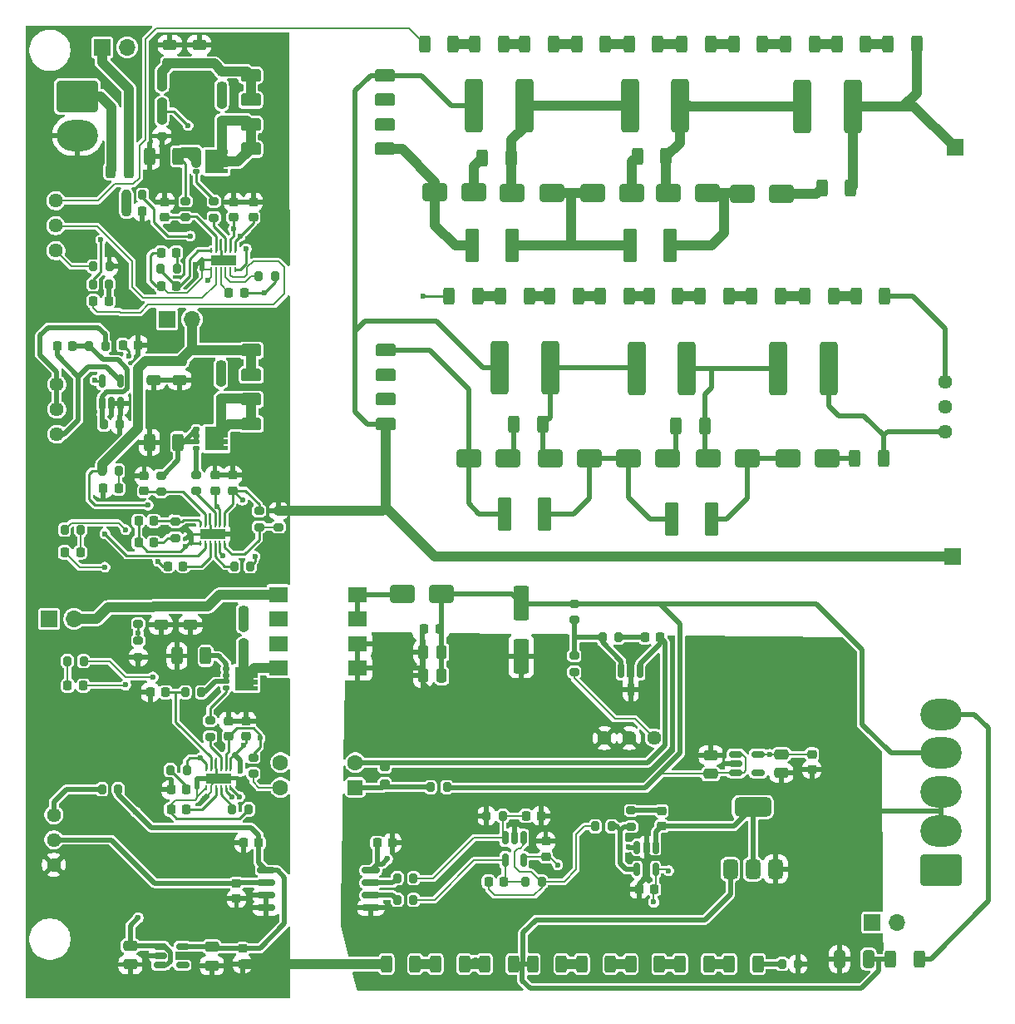
<source format=gbr>
%TF.GenerationSoftware,KiCad,Pcbnew,9.0.0*%
%TF.CreationDate,2025-10-26T21:30:55-07:00*%
%TF.ProjectId,main_supply_3,6d61696e-5f73-4757-9070-6c795f332e6b,rev?*%
%TF.SameCoordinates,Original*%
%TF.FileFunction,Copper,L1,Top*%
%TF.FilePolarity,Positive*%
%FSLAX46Y46*%
G04 Gerber Fmt 4.6, Leading zero omitted, Abs format (unit mm)*
G04 Created by KiCad (PCBNEW 9.0.0) date 2025-10-26 21:30:55*
%MOMM*%
%LPD*%
G01*
G04 APERTURE LIST*
G04 Aperture macros list*
%AMRoundRect*
0 Rectangle with rounded corners*
0 $1 Rounding radius*
0 $2 $3 $4 $5 $6 $7 $8 $9 X,Y pos of 4 corners*
0 Add a 4 corners polygon primitive as box body*
4,1,4,$2,$3,$4,$5,$6,$7,$8,$9,$2,$3,0*
0 Add four circle primitives for the rounded corners*
1,1,$1+$1,$2,$3*
1,1,$1+$1,$4,$5*
1,1,$1+$1,$6,$7*
1,1,$1+$1,$8,$9*
0 Add four rect primitives between the rounded corners*
20,1,$1+$1,$2,$3,$4,$5,0*
20,1,$1+$1,$4,$5,$6,$7,0*
20,1,$1+$1,$6,$7,$8,$9,0*
20,1,$1+$1,$8,$9,$2,$3,0*%
%AMFreePoly0*
4,1,17,1.371000,0.720000,0.950000,0.720000,0.950000,0.580000,1.370000,0.580000,1.370000,0.080000,0.950000,0.080000,0.950000,-0.080000,1.370000,-0.080000,1.370000,-0.580000,0.950000,-0.580000,0.950000,-0.720000,1.370000,-0.720000,1.370000,-1.225000,-0.950000,-1.225000,-0.950000,1.225000,1.371000,1.225000,1.371000,0.720000,1.371000,0.720000,$1*%
G04 Aperture macros list end*
%TA.AperFunction,EtchedComponent*%
%ADD10C,0.000000*%
%TD*%
%TA.AperFunction,SMDPad,CuDef*%
%ADD11RoundRect,0.225000X0.225000X0.250000X-0.225000X0.250000X-0.225000X-0.250000X0.225000X-0.250000X0*%
%TD*%
%TA.AperFunction,SMDPad,CuDef*%
%ADD12RoundRect,0.225000X-0.225000X-0.250000X0.225000X-0.250000X0.225000X0.250000X-0.225000X0.250000X0*%
%TD*%
%TA.AperFunction,SMDPad,CuDef*%
%ADD13RoundRect,0.250000X-0.650000X-2.450000X0.650000X-2.450000X0.650000X2.450000X-0.650000X2.450000X0*%
%TD*%
%TA.AperFunction,SMDPad,CuDef*%
%ADD14RoundRect,0.225000X0.250000X-0.225000X0.250000X0.225000X-0.250000X0.225000X-0.250000X-0.225000X0*%
%TD*%
%TA.AperFunction,SMDPad,CuDef*%
%ADD15RoundRect,0.200000X-0.275000X0.200000X-0.275000X-0.200000X0.275000X-0.200000X0.275000X0.200000X0*%
%TD*%
%TA.AperFunction,SMDPad,CuDef*%
%ADD16RoundRect,0.250000X-0.312500X-0.625000X0.312500X-0.625000X0.312500X0.625000X-0.312500X0.625000X0*%
%TD*%
%TA.AperFunction,SMDPad,CuDef*%
%ADD17RoundRect,0.250000X-0.475000X0.250000X-0.475000X-0.250000X0.475000X-0.250000X0.475000X0.250000X0*%
%TD*%
%TA.AperFunction,SMDPad,CuDef*%
%ADD18RoundRect,0.200000X-0.200000X-0.275000X0.200000X-0.275000X0.200000X0.275000X-0.200000X0.275000X0*%
%TD*%
%TA.AperFunction,SMDPad,CuDef*%
%ADD19RoundRect,0.150000X-0.750000X-0.150000X0.750000X-0.150000X0.750000X0.150000X-0.750000X0.150000X0*%
%TD*%
%TA.AperFunction,SMDPad,CuDef*%
%ADD20R,1.900000X1.600000*%
%TD*%
%TA.AperFunction,SMDPad,CuDef*%
%ADD21RoundRect,0.250000X0.312500X0.625000X-0.312500X0.625000X-0.312500X-0.625000X0.312500X-0.625000X0*%
%TD*%
%TA.AperFunction,SMDPad,CuDef*%
%ADD22RoundRect,0.225000X-0.250000X0.225000X-0.250000X-0.225000X0.250000X-0.225000X0.250000X0.225000X0*%
%TD*%
%TA.AperFunction,SMDPad,CuDef*%
%ADD23RoundRect,0.249999X-0.450001X-1.450001X0.450001X-1.450001X0.450001X1.450001X-0.450001X1.450001X0*%
%TD*%
%TA.AperFunction,SMDPad,CuDef*%
%ADD24RoundRect,0.200000X0.275000X-0.200000X0.275000X0.200000X-0.275000X0.200000X-0.275000X-0.200000X0*%
%TD*%
%TA.AperFunction,ComponentPad*%
%ADD25C,1.440000*%
%TD*%
%TA.AperFunction,SMDPad,CuDef*%
%ADD26RoundRect,0.250000X1.000000X0.650000X-1.000000X0.650000X-1.000000X-0.650000X1.000000X-0.650000X0*%
%TD*%
%TA.AperFunction,SMDPad,CuDef*%
%ADD27RoundRect,0.190500X-0.824500X-0.444500X0.824500X-0.444500X0.824500X0.444500X-0.824500X0.444500X0*%
%TD*%
%TA.AperFunction,SMDPad,CuDef*%
%ADD28RoundRect,0.200000X0.200000X0.275000X-0.200000X0.275000X-0.200000X-0.275000X0.200000X-0.275000X0*%
%TD*%
%TA.AperFunction,SMDPad,CuDef*%
%ADD29C,0.500000*%
%TD*%
%TA.AperFunction,SMDPad,CuDef*%
%ADD30RoundRect,0.218750X0.218750X0.256250X-0.218750X0.256250X-0.218750X-0.256250X0.218750X-0.256250X0*%
%TD*%
%TA.AperFunction,SMDPad,CuDef*%
%ADD31RoundRect,0.250000X-1.000000X-0.650000X1.000000X-0.650000X1.000000X0.650000X-1.000000X0.650000X0*%
%TD*%
%TA.AperFunction,SMDPad,CuDef*%
%ADD32RoundRect,0.125000X-0.190000X-0.125000X0.190000X-0.125000X0.190000X0.125000X-0.190000X0.125000X0*%
%TD*%
%TA.AperFunction,SMDPad,CuDef*%
%ADD33FreePoly0,0.000000*%
%TD*%
%TA.AperFunction,SMDPad,CuDef*%
%ADD34RoundRect,0.250000X0.475000X-0.250000X0.475000X0.250000X-0.475000X0.250000X-0.475000X-0.250000X0*%
%TD*%
%TA.AperFunction,SMDPad,CuDef*%
%ADD35RoundRect,0.250000X0.325000X0.650000X-0.325000X0.650000X-0.325000X-0.650000X0.325000X-0.650000X0*%
%TD*%
%TA.AperFunction,SMDPad,CuDef*%
%ADD36RoundRect,0.218750X-0.218750X-0.256250X0.218750X-0.256250X0.218750X0.256250X-0.218750X0.256250X0*%
%TD*%
%TA.AperFunction,SMDPad,CuDef*%
%ADD37RoundRect,0.050000X-0.075000X0.200000X-0.075000X-0.200000X0.075000X-0.200000X0.075000X0.200000X0*%
%TD*%
%TA.AperFunction,SMDPad,CuDef*%
%ADD38R,2.650000X1.000000*%
%TD*%
%TA.AperFunction,ComponentPad*%
%ADD39RoundRect,0.250000X-1.850000X1.330000X-1.850000X-1.330000X1.850000X-1.330000X1.850000X1.330000X0*%
%TD*%
%TA.AperFunction,ComponentPad*%
%ADD40O,4.200000X3.160000*%
%TD*%
%TA.AperFunction,ComponentPad*%
%ADD41R,1.700000X1.700000*%
%TD*%
%TA.AperFunction,ComponentPad*%
%ADD42O,1.700000X1.700000*%
%TD*%
%TA.AperFunction,SMDPad,CuDef*%
%ADD43RoundRect,0.150000X-0.512500X-0.150000X0.512500X-0.150000X0.512500X0.150000X-0.512500X0.150000X0*%
%TD*%
%TA.AperFunction,SMDPad,CuDef*%
%ADD44RoundRect,0.150000X-0.150000X0.587500X-0.150000X-0.587500X0.150000X-0.587500X0.150000X0.587500X0*%
%TD*%
%TA.AperFunction,SMDPad,CuDef*%
%ADD45RoundRect,0.375000X0.375000X-0.625000X0.375000X0.625000X-0.375000X0.625000X-0.375000X-0.625000X0*%
%TD*%
%TA.AperFunction,SMDPad,CuDef*%
%ADD46RoundRect,0.500000X1.400000X-0.500000X1.400000X0.500000X-1.400000X0.500000X-1.400000X-0.500000X0*%
%TD*%
%TA.AperFunction,SMDPad,CuDef*%
%ADD47RoundRect,0.243750X-0.243750X-0.456250X0.243750X-0.456250X0.243750X0.456250X-0.243750X0.456250X0*%
%TD*%
%TA.AperFunction,SMDPad,CuDef*%
%ADD48RoundRect,0.150000X-0.150000X0.512500X-0.150000X-0.512500X0.150000X-0.512500X0.150000X0.512500X0*%
%TD*%
%TA.AperFunction,SMDPad,CuDef*%
%ADD49RoundRect,0.150000X0.150000X-0.512500X0.150000X0.512500X-0.150000X0.512500X-0.150000X-0.512500X0*%
%TD*%
%TA.AperFunction,ComponentPad*%
%ADD50RoundRect,0.250000X0.550000X0.550000X-0.550000X0.550000X-0.550000X-0.550000X0.550000X-0.550000X0*%
%TD*%
%TA.AperFunction,ComponentPad*%
%ADD51C,1.600000*%
%TD*%
%TA.AperFunction,SMDPad,CuDef*%
%ADD52RoundRect,0.250000X0.250000X0.475000X-0.250000X0.475000X-0.250000X-0.475000X0.250000X-0.475000X0*%
%TD*%
%TA.AperFunction,SMDPad,CuDef*%
%ADD53RoundRect,0.250000X-0.550000X1.500000X-0.550000X-1.500000X0.550000X-1.500000X0.550000X1.500000X0*%
%TD*%
%TA.AperFunction,ComponentPad*%
%ADD54RoundRect,0.250000X1.850000X-1.330000X1.850000X1.330000X-1.850000X1.330000X-1.850000X-1.330000X0*%
%TD*%
%TA.AperFunction,ViaPad*%
%ADD55C,0.600000*%
%TD*%
%TA.AperFunction,Conductor*%
%ADD56C,0.500000*%
%TD*%
%TA.AperFunction,Conductor*%
%ADD57C,0.250000*%
%TD*%
%TA.AperFunction,Conductor*%
%ADD58C,1.000000*%
%TD*%
%TA.AperFunction,Conductor*%
%ADD59C,0.200000*%
%TD*%
G04 APERTURE END LIST*
D10*
%TA.AperFunction,EtchedComponent*%
%TO.C,NT3*%
G36*
X118250000Y-128100000D02*
G01*
X117750000Y-128100000D01*
X117750000Y-127100000D01*
X118250000Y-127100000D01*
X118250000Y-128100000D01*
G37*
%TD.AperFunction*%
%TA.AperFunction,EtchedComponent*%
%TO.C,NT2*%
G36*
X118750000Y-75300000D02*
G01*
X118250000Y-75300000D01*
X118250000Y-74300000D01*
X118750000Y-74300000D01*
X118750000Y-75300000D01*
G37*
%TD.AperFunction*%
%TA.AperFunction,EtchedComponent*%
%TO.C,NT1*%
G36*
X117650000Y-103200000D02*
G01*
X117150000Y-103200000D01*
X117150000Y-102200000D01*
X117650000Y-102200000D01*
X117650000Y-103200000D01*
G37*
%TD.AperFunction*%
%TD*%
D11*
%TO.P,C31,1*%
%TO.N,/Filament Supply/FILAMENT*%
X142675000Y-111865000D03*
%TO.P,C31,2*%
%TO.N,/A2 Supply/CATHODE*%
X141125000Y-111865000D03*
%TD*%
D12*
%TO.P,C58,1*%
%TO.N,+5V*%
X110425000Y-83000000D03*
%TO.P,C58,2*%
%TO.N,GND*%
X111975000Y-83000000D03*
%TD*%
D13*
%TO.P,C19,1*%
%TO.N,Net-(D12-A)*%
X162050000Y-58600000D03*
%TO.P,C19,2*%
%TO.N,Net-(D10-A)*%
X167150000Y-58600000D03*
%TD*%
D14*
%TO.P,C57,1*%
%TO.N,/FIL_+12V*%
X123005000Y-122815000D03*
%TO.P,C57,2*%
%TO.N,GND*%
X123005000Y-121265000D03*
%TD*%
D11*
%TO.P,C14,1*%
%TO.N,Net-(C14-Pad1)*%
X113575000Y-103100000D03*
%TO.P,C14,2*%
%TO.N,AGND*%
X112025000Y-103100000D03*
%TD*%
D15*
%TO.P,R11,1*%
%TO.N,Net-(U1-COMP)*%
X115800000Y-100975000D03*
%TO.P,R11,2*%
%TO.N,Net-(C14-Pad1)*%
X115800000Y-102625000D03*
%TD*%
D11*
%TO.P,C55,1*%
%TO.N,Net-(U10--)*%
X149225000Y-137627500D03*
%TO.P,C55,2*%
%TO.N,Net-(C55-Pad2)*%
X147675000Y-137627500D03*
%TD*%
D16*
%TO.P,R43,1*%
%TO.N,Net-(R43-Pad1)*%
X151337500Y-52400000D03*
%TO.P,R43,2*%
%TO.N,Net-(R42-Pad1)*%
X154262500Y-52400000D03*
%TD*%
D17*
%TO.P,C36,1*%
%TO.N,/FIL_+12V*%
X117305000Y-109590000D03*
%TO.P,C36,2*%
%TO.N,GND*%
X117305000Y-111490000D03*
%TD*%
D18*
%TO.P,R56,1*%
%TO.N,/Filament Supply/CS_FIL*%
X116780000Y-118340000D03*
%TO.P,R56,2*%
%TO.N,/Filament Supply/MOS_SOURCE_FIL*%
X118430000Y-118340000D03*
%TD*%
D11*
%TO.P,C41,1*%
%TO.N,Net-(U5-SS)*%
X116875000Y-130265000D03*
%TO.P,C41,2*%
%TO.N,AGND2*%
X115325000Y-130265000D03*
%TD*%
D19*
%TO.P,U9,1,V+*%
%TO.N,+5V*%
X125025000Y-136460000D03*
%TO.P,U9,2,INP*%
%TO.N,/Focus Amp/FOCUS_ADJ*%
X125025000Y-137730000D03*
%TO.P,U9,3,~{EN}*%
%TO.N,GND*%
X125025000Y-139000000D03*
%TO.P,U9,4,V-*%
X125025000Y-140270000D03*
%TO.P,U9,5,V-*%
%TO.N,/A2 Supply/CATHODE*%
X135675000Y-140270000D03*
%TO.P,U9,6,-*%
%TO.N,Net-(U9--)*%
X135675000Y-139000000D03*
%TO.P,U9,7,+*%
%TO.N,Net-(U9-+)*%
X135675000Y-137730000D03*
%TO.P,U9,8,V+*%
%TO.N,Net-(U10-V+)*%
X135675000Y-136460000D03*
%TD*%
D20*
%TO.P,T3,1*%
%TO.N,/FIL_+12V*%
X126255000Y-108405000D03*
%TO.P,T3,2*%
%TO.N,N/C*%
X126255000Y-110895000D03*
%TO.P,T3,3*%
X126255000Y-113385000D03*
%TO.P,T3,4*%
%TO.N,/Filament Supply/MOS_DRAIN_FIL*%
X126255000Y-115875000D03*
%TO.P,T3,5*%
%TO.N,/A2 Supply/CATHODE*%
X134355000Y-115875000D03*
%TO.P,T3,6*%
X134355000Y-113385000D03*
%TO.P,T3,7*%
%TO.N,Net-(D17-A)*%
X134355000Y-110895000D03*
%TO.P,T3,8*%
X134355000Y-108405000D03*
%TD*%
D21*
%TO.P,R40,1*%
%TO.N,Net-(R39-Pad2)*%
X170262500Y-52400000D03*
%TO.P,R40,2*%
%TO.N,Net-(R40-Pad2)*%
X167337500Y-52400000D03*
%TD*%
D11*
%TO.P,C27,1*%
%TO.N,Net-(U3-COMP)*%
X115875000Y-77000000D03*
%TO.P,C27,2*%
%TO.N,AGND3*%
X114325000Y-77000000D03*
%TD*%
D16*
%TO.P,R20,1*%
%TO.N,Net-(R20-Pad1)*%
X153900000Y-78000000D03*
%TO.P,R20,2*%
%TO.N,Net-(R19-Pad1)*%
X156825000Y-78000000D03*
%TD*%
D22*
%TO.P,C56,1*%
%TO.N,/Focus Amp/FOCUS_ADJ*%
X122000000Y-137790000D03*
%TO.P,C56,2*%
%TO.N,GND*%
X122000000Y-139340000D03*
%TD*%
D23*
%TO.P,C7,1*%
%TO.N,Net-(D2-K)*%
X149287500Y-100200000D03*
%TO.P,C7,2*%
%TO.N,Net-(D3-A)*%
X153387500Y-100200000D03*
%TD*%
D18*
%TO.P,R12,1*%
%TO.N,Net-(U1-RT)*%
X121750000Y-105500000D03*
%TO.P,R12,2*%
%TO.N,AGND*%
X123400000Y-105500000D03*
%TD*%
D24*
%TO.P,R54,1*%
%TO.N,Net-(R50-Pad2)*%
X137100000Y-127625000D03*
%TO.P,R54,2*%
%TO.N,Net-(U6-K)*%
X137100000Y-125975000D03*
%TD*%
D17*
%TO.P,C49,1*%
%TO.N,+5V*%
X119500000Y-144250000D03*
%TO.P,C49,2*%
%TO.N,GND*%
X119500000Y-146150000D03*
%TD*%
D18*
%TO.P,R15,1*%
%TO.N,/A2 Supply/FB_HV*%
X106975000Y-83100000D03*
%TO.P,R15,2*%
%TO.N,Net-(R15-Pad2)*%
X108625000Y-83100000D03*
%TD*%
D11*
%TO.P,C12,1*%
%TO.N,Net-(U1-COMP)*%
X113575000Y-100900000D03*
%TO.P,C12,2*%
%TO.N,AGND*%
X112025000Y-100900000D03*
%TD*%
D25*
%TO.P,RV3,1,1*%
%TO.N,Net-(R46-Pad2)*%
X103600000Y-73400000D03*
%TO.P,RV3,2,2*%
%TO.N,/A3 Supply/FB_PDA*%
X103600000Y-70860000D03*
%TO.P,RV3,3,3*%
%TO.N,Net-(R45-Pad1)*%
X103600000Y-68320000D03*
%TD*%
D26*
%TO.P,D17,1,K*%
%TO.N,/Filament Supply/FILAMENT*%
X142900000Y-108365000D03*
%TO.P,D17,2,A*%
%TO.N,Net-(D17-A)*%
X138900000Y-108365000D03*
%TD*%
D13*
%TO.P,C4,1*%
%TO.N,GND*%
X148837500Y-85300000D03*
%TO.P,C4,2*%
%TO.N,Net-(D3-K)*%
X153937500Y-85300000D03*
%TD*%
D27*
%TO.P,T1,1*%
%TO.N,/A2 Supply/+12V_IN*%
X123495000Y-83550000D03*
%TO.P,T1,2*%
X123495000Y-86050000D03*
%TO.P,T1,3*%
%TO.N,/A2 Supply/MOS_DRAIN*%
X123495000Y-88550000D03*
%TO.P,T1,4*%
X123495000Y-91050000D03*
%TO.P,T1,5*%
%TO.N,GND*%
X137205000Y-91050000D03*
%TO.P,T1,6*%
%TO.N,N/C*%
X137205000Y-88550000D03*
%TO.P,T1,7*%
X137205000Y-86050000D03*
%TO.P,T1,8*%
%TO.N,Net-(D2-K)*%
X137205000Y-83550000D03*
%TD*%
D28*
%TO.P,R67,1*%
%TO.N,+5V*%
X109950000Y-128200000D03*
%TO.P,R67,2*%
%TO.N,Net-(R67-Pad2)*%
X108300000Y-128200000D03*
%TD*%
D26*
%TO.P,D10,1,K*%
%TO.N,Net-(D10-K)*%
X170000000Y-67500000D03*
%TO.P,D10,2,A*%
%TO.N,Net-(D10-A)*%
X166000000Y-67500000D03*
%TD*%
D18*
%TO.P,R72,1*%
%TO.N,Net-(U9-+)*%
X138375000Y-137265000D03*
%TO.P,R72,2*%
%TO.N,Net-(U10-+)*%
X140025000Y-137265000D03*
%TD*%
D15*
%TO.P,R2,1*%
%TO.N,/A2 Supply/+12V_IN*%
X124300000Y-99875000D03*
%TO.P,R2,2*%
%TO.N,/A2 Supply/UVLO*%
X124300000Y-101525000D03*
%TD*%
D16*
%TO.P,R18,1*%
%TO.N,Net-(R18-Pad1)*%
X164000000Y-78000000D03*
%TO.P,R18,2*%
%TO.N,Net-(R17-Pad2)*%
X166925000Y-78000000D03*
%TD*%
D18*
%TO.P,R73,1*%
%TO.N,Net-(C55-Pad2)*%
X158550000Y-131990000D03*
%TO.P,R73,2*%
%TO.N,Net-(U11--)*%
X160200000Y-131990000D03*
%TD*%
D29*
%TO.P,NT3,1,1*%
%TO.N,AGND2*%
X118000000Y-128100000D03*
%TO.P,NT3,2,2*%
%TO.N,GND*%
X118000000Y-127100000D03*
%TD*%
D30*
%TO.P,D18,1,K*%
%TO.N,/Filament Supply/PGOOD_FIL*%
X106387500Y-117665000D03*
%TO.P,D18,2,A*%
%TO.N,Net-(D18-A)*%
X104812500Y-117665000D03*
%TD*%
D14*
%TO.P,C11,1*%
%TO.N,/A2 Supply/VCC*%
X119800000Y-97800000D03*
%TO.P,C11,2*%
%TO.N,GND*%
X119800000Y-96250000D03*
%TD*%
D16*
%TO.P,R64,1*%
%TO.N,Net-(Q4-C)*%
X152175000Y-146000000D03*
%TO.P,R64,2*%
%TO.N,Net-(R64-Pad2)*%
X155100000Y-146000000D03*
%TD*%
D31*
%TO.P,D2,1,K*%
%TO.N,Net-(D2-K)*%
X145637500Y-94500000D03*
%TO.P,D2,2,A*%
%TO.N,Net-(D2-A)*%
X149637500Y-94500000D03*
%TD*%
D32*
%TO.P,Q3,1,S*%
%TO.N,/Filament Supply/MOS_SOURCE_FIL*%
X120955000Y-115960000D03*
%TO.P,Q3,2,S*%
X120955000Y-116600000D03*
%TO.P,Q3,3,S*%
X120955000Y-117260000D03*
%TO.P,Q3,4,G*%
%TO.N,/Filament Supply/MOS_GATE_FIL*%
X120955000Y-117900000D03*
D33*
%TO.P,Q3,5,D*%
%TO.N,/Filament Supply/MOS_DRAIN_FIL*%
X122780000Y-116930000D03*
%TD*%
D16*
%TO.P,R21,1*%
%TO.N,Net-(R21-Pad1)*%
X148900000Y-78000000D03*
%TO.P,R21,2*%
%TO.N,Net-(R20-Pad1)*%
X151825000Y-78000000D03*
%TD*%
D34*
%TO.P,C22,1*%
%TO.N,/A3 Supply/+12V_IN*%
X118200000Y-54350000D03*
%TO.P,C22,2*%
%TO.N,GND*%
X118200000Y-52450000D03*
%TD*%
D35*
%TO.P,C54,1*%
%TO.N,Net-(Q4-C)*%
X186368750Y-145500000D03*
%TO.P,C54,2*%
%TO.N,/A2 Supply/CATHODE*%
X183418750Y-145500000D03*
%TD*%
D23*
%TO.P,C16,1*%
%TO.N,Net-(D11-A)*%
X162050000Y-72900000D03*
%TO.P,C16,2*%
%TO.N,Net-(D10-K)*%
X166150000Y-72900000D03*
%TD*%
D16*
%TO.P,R66,1*%
%TO.N,Net-(R65-Pad2)*%
X162137500Y-146000000D03*
%TO.P,R66,2*%
%TO.N,Net-(R66-Pad2)*%
X165062500Y-146000000D03*
%TD*%
D11*
%TO.P,C13,1*%
%TO.N,Net-(U1-SS)*%
X116575000Y-105500000D03*
%TO.P,C13,2*%
%TO.N,AGND*%
X115025000Y-105500000D03*
%TD*%
D21*
%TO.P,R13,1*%
%TO.N,/A2 Supply/BRIGHTNESS*%
X188025000Y-78000000D03*
%TO.P,R13,2*%
%TO.N,Net-(R13-Pad2)*%
X185100000Y-78000000D03*
%TD*%
D36*
%TO.P,D16,1,K*%
%TO.N,/A3 Supply/PGOOD_HV*%
X107412500Y-78500000D03*
%TO.P,D16,2,A*%
%TO.N,Net-(D16-A)*%
X108987500Y-78500000D03*
%TD*%
D15*
%TO.P,R49,1*%
%TO.N,/Filament Supply/UVLO*%
X112005000Y-113115000D03*
%TO.P,R49,2*%
%TO.N,GND*%
X112005000Y-114765000D03*
%TD*%
%TO.P,R47,1*%
%TO.N,/FIL_+12V*%
X112005000Y-109715000D03*
%TO.P,R47,2*%
%TO.N,/Filament Supply/UVLO*%
X112005000Y-111365000D03*
%TD*%
D37*
%TO.P,U5,1,BIAS*%
%TO.N,/FIL_+12V*%
X121405000Y-126140000D03*
%TO.P,U5,2,VCC*%
%TO.N,/Filament Supply/VCC_FIL*%
X120905000Y-126140000D03*
%TO.P,U5,3,GATE*%
%TO.N,/Filament Supply/GATE_FIL*%
X120405000Y-126140000D03*
%TO.P,U5,4,PGND*%
%TO.N,GND*%
X119905000Y-126140000D03*
%TO.P,U5,5,CS*%
%TO.N,/Filament Supply/CS_FIL*%
X119405000Y-126140000D03*
%TO.P,U5,6,COMP*%
%TO.N,/Filament Supply/COMP_FB_FIL*%
X118905000Y-126140000D03*
%TO.P,U5,7,AGND*%
%TO.N,AGND2*%
X118905000Y-128040000D03*
%TO.P,U5,8,FB*%
%TO.N,GND*%
X119405000Y-128040000D03*
%TO.P,U5,9,SS*%
%TO.N,Net-(U5-SS)*%
X119905000Y-128040000D03*
%TO.P,U5,10,RT*%
%TO.N,Net-(U5-RT)*%
X120405000Y-128040000D03*
%TO.P,U5,11,PGOOD*%
%TO.N,/Filament Supply/PGOOD_FIL*%
X120905000Y-128040000D03*
%TO.P,U5,12,UVLO/EN/SYNC*%
%TO.N,/Filament Supply/UVLO*%
X121405000Y-128040000D03*
D38*
%TO.P,U5,13,EP*%
%TO.N,GND*%
X120155000Y-127090000D03*
%TD*%
D21*
%TO.P,R14,1*%
%TO.N,Net-(R13-Pad2)*%
X182800000Y-78000000D03*
%TO.P,R14,2*%
%TO.N,Net-(R14-Pad2)*%
X179875000Y-78000000D03*
%TD*%
D11*
%TO.P,C37,1*%
%TO.N,Net-(U6-K)*%
X165175000Y-112765000D03*
%TO.P,C37,2*%
%TO.N,Net-(C37-Pad2)*%
X163625000Y-112765000D03*
%TD*%
D39*
%TO.P,J1,1,Pin_1*%
%TO.N,Net-(J1-Pin_1)*%
X105800000Y-57700000D03*
D40*
%TO.P,J1,2,Pin_2*%
%TO.N,GND*%
X105800000Y-61660000D03*
%TD*%
D18*
%TO.P,R34,1*%
%TO.N,Net-(U3-COMP)*%
X114275000Y-75200000D03*
%TO.P,R34,2*%
%TO.N,Net-(C29-Pad1)*%
X115925000Y-75200000D03*
%TD*%
D22*
%TO.P,C1,1*%
%TO.N,/A2 Supply/+12V_IN*%
X120400000Y-83525000D03*
%TO.P,C1,2*%
%TO.N,Net-(C1-Pad2)*%
X120400000Y-85075000D03*
%TD*%
D17*
%TO.P,C48,1*%
%TO.N,/FIL_+12V*%
X111200000Y-144150000D03*
%TO.P,C48,2*%
%TO.N,GND*%
X111200000Y-146050000D03*
%TD*%
D18*
%TO.P,R33,1*%
%TO.N,/A3 Supply/VCC*%
X107375000Y-76800000D03*
%TO.P,R33,2*%
%TO.N,Net-(D16-A)*%
X109025000Y-76800000D03*
%TD*%
D21*
%TO.P,R17,1*%
%TO.N,Net-(R16-Pad2)*%
X172162500Y-78000000D03*
%TO.P,R17,2*%
%TO.N,Net-(R17-Pad2)*%
X169237500Y-78000000D03*
%TD*%
D22*
%TO.P,C44,1*%
%TO.N,Net-(U10-V+)*%
X180600000Y-124650000D03*
%TO.P,C44,2*%
%TO.N,/A2 Supply/CATHODE*%
X180600000Y-126200000D03*
%TD*%
D25*
%TO.P,RV4,1,1*%
%TO.N,Net-(R67-Pad2)*%
X103400000Y-130820000D03*
%TO.P,RV4,2,2*%
%TO.N,/Focus Amp/FOCUS_ADJ*%
X103400000Y-133360000D03*
%TO.P,RV4,3,3*%
%TO.N,GND*%
X103400000Y-135900000D03*
%TD*%
%TO.P,RV1,1,1*%
%TO.N,/-2KV*%
X194200000Y-91800000D03*
%TO.P,RV1,2,2*%
%TO.N,/A2 Supply/CATHODE*%
X194200000Y-89260000D03*
%TO.P,RV1,3,3*%
%TO.N,/A2 Supply/BRIGHTNESS*%
X194200000Y-86720000D03*
%TD*%
D16*
%TO.P,R61,1*%
%TO.N,GND*%
X137275000Y-146000000D03*
%TO.P,R61,2*%
%TO.N,Net-(R61-Pad2)*%
X140200000Y-146000000D03*
%TD*%
D41*
%TO.P,J8,1,Pin_1*%
%TO.N,/-2KV*%
X186760000Y-141800000D03*
D42*
%TO.P,J8,2,Pin_2*%
%TO.N,/GRID*%
X189300000Y-141800000D03*
%TD*%
D37*
%TO.P,U3,1,BIAS*%
%TO.N,/A3 Supply/+12V_IN*%
X121900000Y-73400000D03*
%TO.P,U3,2,VCC*%
%TO.N,/A3 Supply/VCC*%
X121400000Y-73400000D03*
%TO.P,U3,3,GATE*%
%TO.N,Net-(U3-GATE)*%
X120900000Y-73400000D03*
%TO.P,U3,4,PGND*%
%TO.N,GND*%
X120400000Y-73400000D03*
%TO.P,U3,5,CS*%
%TO.N,/A3 Supply/CS_FILT*%
X119900000Y-73400000D03*
%TO.P,U3,6,COMP*%
%TO.N,Net-(U3-COMP)*%
X119400000Y-73400000D03*
%TO.P,U3,7,AGND*%
%TO.N,AGND3*%
X119400000Y-75300000D03*
%TO.P,U3,8,FB*%
%TO.N,/A3 Supply/FB_PDA*%
X119900000Y-75300000D03*
%TO.P,U3,9,SS*%
%TO.N,Net-(U3-SS)*%
X120400000Y-75300000D03*
%TO.P,U3,10,RT*%
%TO.N,Net-(U3-RT)*%
X120900000Y-75300000D03*
%TO.P,U3,11,PGOOD*%
%TO.N,/A3 Supply/PGOOD_HV*%
X121400000Y-75300000D03*
%TO.P,U3,12,UVLO/EN/SYNC*%
%TO.N,/A3 Supply/UVLO*%
X121900000Y-75300000D03*
D38*
%TO.P,U3,13,EP*%
%TO.N,GND*%
X120650000Y-74350000D03*
%TD*%
D32*
%TO.P,Q1,1,S*%
%TO.N,/A2 Supply/CS*%
X117920000Y-91572500D03*
%TO.P,Q1,2,S*%
X117920000Y-92212500D03*
%TO.P,Q1,3,S*%
X117920000Y-92872500D03*
%TO.P,Q1,4,G*%
%TO.N,Net-(Q1-G)*%
X117920000Y-93512500D03*
D33*
%TO.P,Q1,5,D*%
%TO.N,/A2 Supply/MOS_DRAIN*%
X119745000Y-92542500D03*
%TD*%
D16*
%TO.P,R24,1*%
%TO.N,Net-(D9-K)*%
X181637500Y-67000000D03*
%TO.P,R24,2*%
%TO.N,/A3 Supply/+PDA*%
X184562500Y-67000000D03*
%TD*%
%TO.P,R41,1*%
%TO.N,Net-(R41-Pad1)*%
X161975000Y-52400000D03*
%TO.P,R41,2*%
%TO.N,Net-(R40-Pad2)*%
X164900000Y-52400000D03*
%TD*%
D23*
%TO.P,C18,1*%
%TO.N,Net-(D13-A)*%
X146000000Y-72900000D03*
%TO.P,C18,2*%
%TO.N,Net-(D11-A)*%
X150100000Y-72900000D03*
%TD*%
D26*
%TO.P,D11,1,K*%
%TO.N,Net-(D11-K)*%
X162300000Y-67500000D03*
%TO.P,D11,2,A*%
%TO.N,Net-(D11-A)*%
X158300000Y-67500000D03*
%TD*%
D28*
%TO.P,R46,1*%
%TO.N,GND*%
X109050000Y-75000000D03*
%TO.P,R46,2*%
%TO.N,Net-(R46-Pad2)*%
X107400000Y-75000000D03*
%TD*%
D18*
%TO.P,R69,1*%
%TO.N,/A2 Supply/CATHODE*%
X147475000Y-130927500D03*
%TO.P,R69,2*%
%TO.N,Net-(U10-+)*%
X149125000Y-130927500D03*
%TD*%
D37*
%TO.P,U1,1,BIAS*%
%TO.N,/A2 Supply/+12V_IN*%
X120800000Y-101300000D03*
%TO.P,U1,2,VCC*%
%TO.N,/A2 Supply/VCC*%
X120300000Y-101300000D03*
%TO.P,U1,3,GATE*%
%TO.N,Net-(U1-GATE)*%
X119800000Y-101300000D03*
%TO.P,U1,4,PGND*%
%TO.N,GND*%
X119300000Y-101300000D03*
%TO.P,U1,5,CS*%
%TO.N,/A2 Supply/CS_FILT*%
X118800000Y-101300000D03*
%TO.P,U1,6,COMP*%
%TO.N,Net-(U1-COMP)*%
X118300000Y-101300000D03*
%TO.P,U1,7,AGND*%
%TO.N,AGND*%
X118300000Y-103200000D03*
%TO.P,U1,8,FB*%
%TO.N,/A2 Supply/FB_HV*%
X118800000Y-103200000D03*
%TO.P,U1,9,SS*%
%TO.N,Net-(U1-SS)*%
X119300000Y-103200000D03*
%TO.P,U1,10,RT*%
%TO.N,Net-(U1-RT)*%
X119800000Y-103200000D03*
%TO.P,U1,11,PGOOD*%
%TO.N,/A2 Supply/PGOOD_HV*%
X120300000Y-103200000D03*
%TO.P,U1,12,UVLO/EN/SYNC*%
%TO.N,/A2 Supply/UVLO*%
X120800000Y-103200000D03*
D38*
%TO.P,U1,13,EP*%
%TO.N,GND*%
X119550000Y-102250000D03*
%TD*%
D15*
%TO.P,R30,1*%
%TO.N,Net-(C20-Pad2)*%
X120500000Y-58475000D03*
%TO.P,R30,2*%
%TO.N,/A3 Supply/MOS_DRAIN*%
X120500000Y-60125000D03*
%TD*%
D26*
%TO.P,D9,1,K*%
%TO.N,Net-(D9-K)*%
X177500000Y-67600000D03*
%TO.P,D9,2,A*%
%TO.N,Net-(D10-K)*%
X173500000Y-67600000D03*
%TD*%
D14*
%TO.P,C24,1*%
%TO.N,/A3 Supply/+12V_IN*%
X123700000Y-69975000D03*
%TO.P,C24,2*%
%TO.N,GND*%
X123700000Y-68425000D03*
%TD*%
D16*
%TO.P,R5,1*%
%TO.N,Net-(D2-A)*%
X150275000Y-91100000D03*
%TO.P,R5,2*%
%TO.N,Net-(D3-K)*%
X153200000Y-91100000D03*
%TD*%
D28*
%TO.P,R55,1*%
%TO.N,Net-(C37-Pad2)*%
X160925000Y-112765000D03*
%TO.P,R55,2*%
%TO.N,Net-(U6-REF)*%
X159275000Y-112765000D03*
%TD*%
D11*
%TO.P,C40,1*%
%TO.N,Net-(C40-Pad1)*%
X116875000Y-128265000D03*
%TO.P,C40,2*%
%TO.N,GND*%
X115325000Y-128265000D03*
%TD*%
D15*
%TO.P,R29,1*%
%TO.N,/A3 Supply/UVLO*%
X114400000Y-60075000D03*
%TO.P,R29,2*%
%TO.N,GND*%
X114400000Y-61725000D03*
%TD*%
D28*
%TO.P,R50,1*%
%TO.N,/Filament Supply/FILAMENT*%
X143425000Y-128000000D03*
%TO.P,R50,2*%
%TO.N,Net-(R50-Pad2)*%
X141775000Y-128000000D03*
%TD*%
D18*
%TO.P,R60,1*%
%TO.N,Net-(U5-RT)*%
X121575000Y-130265000D03*
%TO.P,R60,2*%
%TO.N,AGND2*%
X123225000Y-130265000D03*
%TD*%
D23*
%TO.P,C9,1*%
%TO.N,Net-(D3-A)*%
X166287500Y-100700000D03*
%TO.P,C9,2*%
%TO.N,Net-(D6-A)*%
X170387500Y-100700000D03*
%TD*%
D34*
%TO.P,C21,1*%
%TO.N,/A3 Supply/+12V_IN*%
X115200000Y-54350000D03*
%TO.P,C21,2*%
%TO.N,GND*%
X115200000Y-52450000D03*
%TD*%
D43*
%TO.P,U7,1,VIN*%
%TO.N,/Filament Supply/FILAMENT*%
X172862500Y-124650000D03*
%TO.P,U7,2,GND*%
%TO.N,/A2 Supply/CATHODE*%
X172862500Y-125600000D03*
%TO.P,U7,3,EN*%
%TO.N,/Filament Supply/FILAMENT*%
X172862500Y-126550000D03*
%TO.P,U7,4,NC*%
%TO.N,unconnected-(U7-NC-Pad4)*%
X175137500Y-126550000D03*
%TO.P,U7,5,VOUT*%
%TO.N,Net-(U10-V+)*%
X175137500Y-124650000D03*
%TD*%
D16*
%TO.P,R28,1*%
%TO.N,Net-(D13-K)*%
X147037500Y-64000000D03*
%TO.P,R28,2*%
%TO.N,Net-(D12-A)*%
X149962500Y-64000000D03*
%TD*%
D31*
%TO.P,D6,1,K*%
%TO.N,Net-(D6-K)*%
X170037500Y-94500000D03*
%TO.P,D6,2,A*%
%TO.N,Net-(D6-A)*%
X174037500Y-94500000D03*
%TD*%
D44*
%TO.P,U6,1,K*%
%TO.N,Net-(U6-K)*%
X163100000Y-116165000D03*
%TO.P,U6,2,REF*%
%TO.N,Net-(U6-REF)*%
X161200000Y-116165000D03*
%TO.P,U6,3,A*%
%TO.N,/A2 Supply/CATHODE*%
X162150000Y-118040000D03*
%TD*%
D41*
%TO.P,J4,1,Pin_1*%
%TO.N,GND*%
X194900000Y-104500000D03*
%TD*%
D12*
%TO.P,C28,1*%
%TO.N,Net-(U3-SS)*%
X121225000Y-77700000D03*
%TO.P,C28,2*%
%TO.N,AGND3*%
X122775000Y-77700000D03*
%TD*%
D11*
%TO.P,C15,1*%
%TO.N,/A2 Supply/FB_HV*%
X105275000Y-83100000D03*
%TO.P,C15,2*%
%TO.N,/A2 Supply/FB_HV_LADDER*%
X103725000Y-83100000D03*
%TD*%
D22*
%TO.P,C53,1*%
%TO.N,Net-(C53-Pad1)*%
X165300000Y-130415000D03*
%TO.P,C53,2*%
%TO.N,Net-(Q4-B)*%
X165300000Y-131965000D03*
%TD*%
D13*
%TO.P,C17,1*%
%TO.N,Net-(D10-A)*%
X179650000Y-58700000D03*
%TO.P,C17,2*%
%TO.N,/A3 Supply/+PDA*%
X184750000Y-58700000D03*
%TD*%
%TO.P,C23,1*%
%TO.N,GND*%
X146200000Y-58600000D03*
%TO.P,C23,2*%
%TO.N,Net-(D12-A)*%
X151300000Y-58600000D03*
%TD*%
D24*
%TO.P,R31,1*%
%TO.N,Net-(U3-GATE)*%
X119700000Y-70025000D03*
%TO.P,R31,2*%
%TO.N,Net-(Q2-G)*%
X119700000Y-68375000D03*
%TD*%
D21*
%TO.P,R39,1*%
%TO.N,Net-(R38-Pad2)*%
X175562500Y-52400000D03*
%TO.P,R39,2*%
%TO.N,Net-(R39-Pad2)*%
X172637500Y-52400000D03*
%TD*%
D45*
%TO.P,Q4,1,C*%
%TO.N,Net-(Q4-C)*%
X172300000Y-136340000D03*
%TO.P,Q4,2,B*%
%TO.N,Net-(Q4-B)*%
X174600000Y-136340000D03*
D46*
X174600000Y-130040000D03*
D45*
%TO.P,Q4,3,E*%
%TO.N,/A2 Supply/CATHODE*%
X176900000Y-136340000D03*
%TD*%
D47*
%TO.P,F1,1*%
%TO.N,Net-(J1-Pin_1)*%
X109162500Y-65300000D03*
%TO.P,F1,2*%
%TO.N,+12V*%
X111037500Y-65300000D03*
%TD*%
D48*
%TO.P,U11,1*%
%TO.N,Net-(Q4-B)*%
X164700000Y-134115000D03*
%TO.P,U11,2,V-*%
%TO.N,/A2 Supply/CATHODE*%
X163750000Y-134115000D03*
%TO.P,U11,3,+*%
%TO.N,Net-(U11-+)*%
X162800000Y-134115000D03*
%TO.P,U11,4,-*%
%TO.N,Net-(U11--)*%
X162800000Y-136390000D03*
%TO.P,U11,5,V+*%
%TO.N,Net-(U10-V+)*%
X164700000Y-136390000D03*
%TD*%
D29*
%TO.P,NT2,1,1*%
%TO.N,AGND3*%
X118500000Y-75300000D03*
%TO.P,NT2,2,2*%
%TO.N,GND*%
X118500000Y-74300000D03*
%TD*%
D16*
%TO.P,R25,1*%
%TO.N,Net-(D11-K)*%
X162837500Y-63800000D03*
%TO.P,R25,2*%
%TO.N,Net-(D10-A)*%
X165762500Y-63800000D03*
%TD*%
D49*
%TO.P,U2,1*%
%TO.N,/A2 Supply/FB_HV*%
X108300000Y-88937500D03*
%TO.P,U2,2,V-*%
%TO.N,GND*%
X109250000Y-88937500D03*
%TO.P,U2,3,+*%
X110200000Y-88937500D03*
%TO.P,U2,4,-*%
%TO.N,/A2 Supply/FB_HV_LADDER*%
X110200000Y-86662500D03*
%TO.P,U2,5,V+*%
%TO.N,+5V*%
X108300000Y-86662500D03*
%TD*%
D15*
%TO.P,R52,1*%
%TO.N,/Filament Supply/VCC_FIL*%
X123700000Y-124975000D03*
%TO.P,R52,2*%
%TO.N,Net-(R52-Pad2)*%
X123700000Y-126625000D03*
%TD*%
D34*
%TO.P,C42,1*%
%TO.N,/Filament Supply/FILAMENT*%
X170300000Y-126650000D03*
%TO.P,C42,2*%
%TO.N,/A2 Supply/CATHODE*%
X170300000Y-124750000D03*
%TD*%
D16*
%TO.P,R44,1*%
%TO.N,Net-(R44-Pad1)*%
X146275000Y-52400000D03*
%TO.P,R44,2*%
%TO.N,Net-(R43-Pad1)*%
X149200000Y-52400000D03*
%TD*%
D15*
%TO.P,R59,1*%
%TO.N,Net-(U6-REF)*%
X156400000Y-114615000D03*
%TO.P,R59,2*%
%TO.N,Net-(R59-Pad2)*%
X156400000Y-116265000D03*
%TD*%
D25*
%TO.P,RV2,1,1*%
%TO.N,Net-(R15-Pad2)*%
X103700000Y-87000000D03*
%TO.P,RV2,2,2*%
X103700000Y-89540000D03*
%TO.P,RV2,3,3*%
%TO.N,/A2 Supply/FB_HV_LADDER*%
X103700000Y-92080000D03*
%TD*%
D21*
%TO.P,R37,1*%
%TO.N,Net-(R35-Pad2)*%
X186062500Y-52400000D03*
%TO.P,R37,2*%
%TO.N,Net-(R37-Pad2)*%
X183137500Y-52400000D03*
%TD*%
D41*
%TO.P,J2,1,Pin_1*%
%TO.N,+12V*%
X108325000Y-52700000D03*
D42*
%TO.P,J2,2,Pin_2*%
%TO.N,/A3 Supply/+12V_IN*%
X110865000Y-52700000D03*
%TD*%
D41*
%TO.P,J5,1,Pin_1*%
%TO.N,+12V*%
X114925000Y-80400000D03*
D42*
%TO.P,J5,2,Pin_2*%
%TO.N,/A2 Supply/+12V_IN*%
X117465000Y-80400000D03*
%TD*%
D11*
%TO.P,C45,1*%
%TO.N,Net-(U10-V+)*%
X164550000Y-138390000D03*
%TO.P,C45,2*%
%TO.N,/A2 Supply/CATHODE*%
X163000000Y-138390000D03*
%TD*%
D21*
%TO.P,RS1,1*%
%TO.N,/A2 Supply/CS*%
X116062500Y-92900000D03*
%TO.P,RS1,2*%
%TO.N,GND*%
X113137500Y-92900000D03*
%TD*%
D15*
%TO.P,R4,1*%
%TO.N,Net-(C1-Pad2)*%
X120400000Y-86775000D03*
%TO.P,R4,2*%
%TO.N,/A2 Supply/MOS_DRAIN*%
X120400000Y-88425000D03*
%TD*%
D16*
%TO.P,R19,1*%
%TO.N,Net-(R19-Pad1)*%
X159062500Y-78000000D03*
%TO.P,R19,2*%
%TO.N,Net-(R18-Pad1)*%
X161987500Y-78000000D03*
%TD*%
D24*
%TO.P,R3,1*%
%TO.N,/A2 Supply/UVLO*%
X126300000Y-101525000D03*
%TO.P,R3,2*%
%TO.N,GND*%
X126300000Y-99875000D03*
%TD*%
%TO.P,R8,1*%
%TO.N,/A2 Supply/CS_FILT*%
X114300000Y-97925000D03*
%TO.P,R8,2*%
%TO.N,/A2 Supply/CS*%
X114300000Y-96275000D03*
%TD*%
D22*
%TO.P,C50,1*%
%TO.N,+5V*%
X122600000Y-144425000D03*
%TO.P,C50,2*%
%TO.N,GND*%
X122600000Y-145975000D03*
%TD*%
D28*
%TO.P,R58,1*%
%TO.N,/Filament Supply/VCC_FIL*%
X106425000Y-115165000D03*
%TO.P,R58,2*%
%TO.N,Net-(D18-A)*%
X104775000Y-115165000D03*
%TD*%
D25*
%TO.P,RV5,1,1*%
%TO.N,Net-(R59-Pad2)*%
X164550000Y-123000000D03*
%TO.P,RV5,2,2*%
%TO.N,/A2 Supply/CATHODE*%
X162010000Y-123000000D03*
%TO.P,RV5,3,3*%
X159470000Y-123000000D03*
%TD*%
D21*
%TO.P,RS2,1*%
%TO.N,/A3 Supply/CS*%
X116062500Y-63800000D03*
%TO.P,RS2,2*%
%TO.N,GND*%
X113137500Y-63800000D03*
%TD*%
D17*
%TO.P,C3,1*%
%TO.N,/A2 Supply/+12V_IN*%
X116200000Y-84650000D03*
%TO.P,C3,2*%
%TO.N,GND*%
X116200000Y-86550000D03*
%TD*%
D13*
%TO.P,C8,1*%
%TO.N,Net-(D6-K)*%
X177187500Y-85400000D03*
%TO.P,C8,2*%
%TO.N,/-2KV*%
X182287500Y-85400000D03*
%TD*%
D48*
%TO.P,U10,1*%
%TO.N,Net-(C55-Pad2)*%
X151250000Y-133152500D03*
%TO.P,U10,2,V-*%
%TO.N,/A2 Supply/CATHODE*%
X150300000Y-133152500D03*
%TO.P,U10,3,+*%
%TO.N,Net-(U10-+)*%
X149350000Y-133152500D03*
%TO.P,U10,4,-*%
%TO.N,Net-(U10--)*%
X149350000Y-135427500D03*
%TO.P,U10,5,V+*%
%TO.N,Net-(U10-V+)*%
X151250000Y-135427500D03*
%TD*%
D26*
%TO.P,D13,1,K*%
%TO.N,Net-(D13-K)*%
X146200000Y-67400000D03*
%TO.P,D13,2,A*%
%TO.N,Net-(D13-A)*%
X142200000Y-67400000D03*
%TD*%
D41*
%TO.P,J3,1,Pin_1*%
%TO.N,/A3 Supply/+PDA*%
X195200000Y-62900000D03*
%TD*%
D11*
%TO.P,C46,1*%
%TO.N,+5V*%
X124275000Y-133665000D03*
%TO.P,C46,2*%
%TO.N,GND*%
X122725000Y-133665000D03*
%TD*%
D14*
%TO.P,C51,1*%
%TO.N,Net-(U10-V+)*%
X153500000Y-135065000D03*
%TO.P,C51,2*%
%TO.N,/A2 Supply/CATHODE*%
X153500000Y-133515000D03*
%TD*%
D22*
%TO.P,C30,1*%
%TO.N,/FIL_+12V*%
X122705000Y-108440000D03*
%TO.P,C30,2*%
%TO.N,Net-(C30-Pad2)*%
X122705000Y-109990000D03*
%TD*%
D16*
%TO.P,R6,1*%
%TO.N,Net-(D5-A)*%
X166775000Y-91200000D03*
%TO.P,R6,2*%
%TO.N,Net-(D6-K)*%
X169700000Y-91200000D03*
%TD*%
D31*
%TO.P,D3,1,K*%
%TO.N,Net-(D3-K)*%
X153937500Y-94500000D03*
%TO.P,D3,2,A*%
%TO.N,Net-(D3-A)*%
X157937500Y-94500000D03*
%TD*%
D41*
%TO.P,J6,1,Pin_1*%
%TO.N,+12V*%
X102925000Y-110865000D03*
D42*
%TO.P,J6,2,Pin_2*%
%TO.N,/FIL_+12V*%
X105465000Y-110865000D03*
%TD*%
D15*
%TO.P,R27,1*%
%TO.N,/A3 Supply/+12V_IN*%
X114400000Y-56675000D03*
%TO.P,R27,2*%
%TO.N,/A3 Supply/UVLO*%
X114400000Y-58325000D03*
%TD*%
D21*
%TO.P,RS3,1*%
%TO.N,/Filament Supply/MOS_SOURCE_FIL*%
X118867500Y-114640000D03*
%TO.P,RS3,2*%
%TO.N,GND*%
X115942500Y-114640000D03*
%TD*%
D24*
%TO.P,R7,1*%
%TO.N,Net-(U1-GATE)*%
X117900000Y-97850000D03*
%TO.P,R7,2*%
%TO.N,Net-(Q1-G)*%
X117900000Y-96200000D03*
%TD*%
D11*
%TO.P,C52,1*%
%TO.N,/A2 Supply/CATHODE*%
X153025000Y-130927500D03*
%TO.P,C52,2*%
%TO.N,Net-(U10-+)*%
X151475000Y-130927500D03*
%TD*%
D16*
%TO.P,R22,1*%
%TO.N,/A2 Supply/FB_HV_LADDER*%
X143675000Y-78000000D03*
%TO.P,R22,2*%
%TO.N,Net-(R21-Pad1)*%
X146600000Y-78000000D03*
%TD*%
%TO.P,R45,1*%
%TO.N,Net-(R45-Pad1)*%
X141137500Y-52400000D03*
%TO.P,R45,2*%
%TO.N,Net-(R44-Pad1)*%
X144062500Y-52400000D03*
%TD*%
D50*
%TO.P,U4,1*%
%TO.N,Net-(R50-Pad2)*%
X134105000Y-128040000D03*
D51*
%TO.P,U4,2*%
%TO.N,Net-(U6-K)*%
X134105000Y-125500000D03*
%TO.P,U4,3*%
%TO.N,/Filament Supply/COMP_FB_FIL*%
X126485000Y-125500000D03*
%TO.P,U4,4*%
%TO.N,Net-(R52-Pad2)*%
X126485000Y-128040000D03*
%TD*%
D52*
%TO.P,C32,1*%
%TO.N,/Filament Supply/FILAMENT*%
X142900000Y-114265000D03*
%TO.P,C32,2*%
%TO.N,/A2 Supply/CATHODE*%
X141000000Y-114265000D03*
%TD*%
D16*
%TO.P,R63,1*%
%TO.N,Net-(R62-Pad2)*%
X147275000Y-146000000D03*
%TO.P,R63,2*%
%TO.N,Net-(Q4-C)*%
X150200000Y-146000000D03*
%TD*%
D31*
%TO.P,D7,1,K*%
%TO.N,Net-(D6-A)*%
X178137500Y-94500000D03*
%TO.P,D7,2,A*%
%TO.N,Net-(D7-A)*%
X182137500Y-94500000D03*
%TD*%
D52*
%TO.P,C33,1*%
%TO.N,/Filament Supply/FILAMENT*%
X142900000Y-116665000D03*
%TO.P,C33,2*%
%TO.N,/A2 Supply/CATHODE*%
X141000000Y-116665000D03*
%TD*%
D18*
%TO.P,R10,1*%
%TO.N,/A2 Supply/VCC*%
X104487500Y-101780000D03*
%TO.P,R10,2*%
%TO.N,Net-(D8-A)*%
X106137500Y-101780000D03*
%TD*%
D17*
%TO.P,C2,1*%
%TO.N,/A2 Supply/+12V_IN*%
X113600000Y-84650000D03*
%TO.P,C2,2*%
%TO.N,GND*%
X113600000Y-86550000D03*
%TD*%
D18*
%TO.P,R23,1*%
%TO.N,/A2 Supply/FB_HV*%
X108475000Y-91100000D03*
%TO.P,R23,2*%
%TO.N,GND*%
X110125000Y-91100000D03*
%TD*%
D11*
%TO.P,C38,1*%
%TO.N,/Filament Supply/CS_FIL*%
X114780000Y-118340000D03*
%TO.P,C38,2*%
%TO.N,GND*%
X113230000Y-118340000D03*
%TD*%
D16*
%TO.P,R65,1*%
%TO.N,Net-(R64-Pad2)*%
X157175000Y-146000000D03*
%TO.P,R65,2*%
%TO.N,Net-(R65-Pad2)*%
X160100000Y-146000000D03*
%TD*%
D22*
%TO.P,C20,1*%
%TO.N,/A3 Supply/+12V_IN*%
X120500000Y-55125000D03*
%TO.P,C20,2*%
%TO.N,Net-(C20-Pad2)*%
X120500000Y-56675000D03*
%TD*%
D14*
%TO.P,C39,1*%
%TO.N,/Filament Supply/VCC_FIL*%
X121205000Y-122815000D03*
%TO.P,C39,2*%
%TO.N,GND*%
X121205000Y-121265000D03*
%TD*%
D24*
%TO.P,R68,1*%
%TO.N,Net-(U11--)*%
X162200000Y-132015000D03*
%TO.P,R68,2*%
%TO.N,Net-(C53-Pad1)*%
X162200000Y-130365000D03*
%TD*%
D28*
%TO.P,R57,1*%
%TO.N,/Filament Supply/COMP_FB_FIL*%
X116925000Y-126265000D03*
%TO.P,R57,2*%
%TO.N,Net-(C40-Pad1)*%
X115275000Y-126265000D03*
%TD*%
D21*
%TO.P,R16,1*%
%TO.N,Net-(R14-Pad2)*%
X177400000Y-78000000D03*
%TO.P,R16,2*%
%TO.N,Net-(R16-Pad2)*%
X174475000Y-78000000D03*
%TD*%
D43*
%TO.P,U8,1,VIN*%
%TO.N,/FIL_+12V*%
X114225000Y-144200000D03*
%TO.P,U8,2,GND*%
%TO.N,GND*%
X114225000Y-145150000D03*
%TO.P,U8,3,EN*%
%TO.N,/FIL_+12V*%
X114225000Y-146100000D03*
%TO.P,U8,4,NC*%
%TO.N,unconnected-(U8-NC-Pad4)*%
X116500000Y-146100000D03*
%TO.P,U8,5,VOUT*%
%TO.N,+5V*%
X116500000Y-144200000D03*
%TD*%
D13*
%TO.P,C6,1*%
%TO.N,Net-(D3-K)*%
X162737500Y-85400000D03*
%TO.P,C6,2*%
%TO.N,Net-(D6-K)*%
X167837500Y-85400000D03*
%TD*%
D24*
%TO.P,R53,1*%
%TO.N,/Filament Supply/GATE_FIL*%
X119305000Y-122865000D03*
%TO.P,R53,2*%
%TO.N,/Filament Supply/MOS_GATE_FIL*%
X119305000Y-121215000D03*
%TD*%
D21*
%TO.P,R38,1*%
%TO.N,Net-(R37-Pad2)*%
X180862500Y-52400000D03*
%TO.P,R38,2*%
%TO.N,Net-(R38-Pad2)*%
X177937500Y-52400000D03*
%TD*%
D36*
%TO.P,D1,1,K*%
%TO.N,GND*%
X108425000Y-97600000D03*
%TO.P,D1,2,A*%
%TO.N,Net-(D1-A)*%
X110000000Y-97600000D03*
%TD*%
%TO.P,D8,1,K*%
%TO.N,/A2 Supply/PGOOD_HV*%
X104512500Y-104100000D03*
%TO.P,D8,2,A*%
%TO.N,Net-(D8-A)*%
X106087500Y-104100000D03*
%TD*%
D30*
%TO.P,D14,1,K*%
%TO.N,GND*%
X112387500Y-69400000D03*
%TO.P,D14,2,A*%
%TO.N,Net-(D14-A)*%
X110812500Y-69400000D03*
%TD*%
D14*
%TO.P,C25,1*%
%TO.N,/A3 Supply/CS_FILT*%
X114700000Y-69975000D03*
%TO.P,C25,2*%
%TO.N,GND*%
X114700000Y-68425000D03*
%TD*%
%TO.P,C26,1*%
%TO.N,/A3 Supply/VCC*%
X121700000Y-69975000D03*
%TO.P,C26,2*%
%TO.N,GND*%
X121700000Y-68425000D03*
%TD*%
D21*
%TO.P,R35,1*%
%TO.N,/A3 Supply/+PDA*%
X191262500Y-52400000D03*
%TO.P,R35,2*%
%TO.N,Net-(R35-Pad2)*%
X188337500Y-52400000D03*
%TD*%
D16*
%TO.P,R74,1*%
%TO.N,Net-(R70-Pad2)*%
X172175000Y-146000000D03*
%TO.P,R74,2*%
%TO.N,Net-(U11-+)*%
X175100000Y-146000000D03*
%TD*%
D29*
%TO.P,NT1,1,1*%
%TO.N,AGND*%
X117400000Y-103200000D03*
%TO.P,NT1,2,2*%
%TO.N,GND*%
X117400000Y-102200000D03*
%TD*%
D15*
%TO.P,R48,1*%
%TO.N,Net-(C30-Pad2)*%
X122705000Y-111690000D03*
%TO.P,R48,2*%
%TO.N,/Filament Supply/MOS_DRAIN_FIL*%
X122705000Y-113340000D03*
%TD*%
D18*
%TO.P,R75,1*%
%TO.N,Net-(U9--)*%
X138375000Y-139465000D03*
%TO.P,R75,2*%
%TO.N,Net-(U10--)*%
X140025000Y-139465000D03*
%TD*%
D26*
%TO.P,D12,1,K*%
%TO.N,Net-(D11-A)*%
X154100000Y-67500000D03*
%TO.P,D12,2,A*%
%TO.N,Net-(D12-A)*%
X150100000Y-67500000D03*
%TD*%
D18*
%TO.P,R76,1*%
%TO.N,Net-(U10--)*%
X151425000Y-137627500D03*
%TO.P,R76,2*%
%TO.N,Net-(C55-Pad2)*%
X153075000Y-137627500D03*
%TD*%
D17*
%TO.P,C35,1*%
%TO.N,/FIL_+12V*%
X114305000Y-109590000D03*
%TO.P,C35,2*%
%TO.N,GND*%
X114305000Y-111490000D03*
%TD*%
D15*
%TO.P,R51,1*%
%TO.N,/Filament Supply/FILAMENT*%
X156400000Y-109315000D03*
%TO.P,R51,2*%
%TO.N,Net-(U6-REF)*%
X156400000Y-110965000D03*
%TD*%
D17*
%TO.P,C43,1*%
%TO.N,Net-(U10-V+)*%
X177500000Y-124650000D03*
%TO.P,C43,2*%
%TO.N,/A2 Supply/CATHODE*%
X177500000Y-126550000D03*
%TD*%
D16*
%TO.P,R62,1*%
%TO.N,Net-(R61-Pad2)*%
X142275000Y-146000000D03*
%TO.P,R62,2*%
%TO.N,Net-(R62-Pad2)*%
X145200000Y-146000000D03*
%TD*%
D53*
%TO.P,C34,1*%
%TO.N,/Filament Supply/FILAMENT*%
X151000000Y-109265000D03*
%TO.P,C34,2*%
%TO.N,/A2 Supply/CATHODE*%
X151000000Y-114665000D03*
%TD*%
D16*
%TO.P,R42,1*%
%TO.N,Net-(R42-Pad1)*%
X156637500Y-52400000D03*
%TO.P,R42,2*%
%TO.N,Net-(R41-Pad1)*%
X159562500Y-52400000D03*
%TD*%
D18*
%TO.P,R77,1*%
%TO.N,Net-(U11-+)*%
X177575000Y-146000000D03*
%TO.P,R77,2*%
%TO.N,/A2 Supply/CATHODE*%
X179225000Y-146000000D03*
%TD*%
D16*
%TO.P,R71,1*%
%TO.N,Net-(Q4-C)*%
X188631250Y-145500000D03*
%TO.P,R71,2*%
%TO.N,/Focus Amp/FOCUS*%
X191556250Y-145500000D03*
%TD*%
D27*
%TO.P,T2,1*%
%TO.N,/A3 Supply/+12V_IN*%
X123445000Y-55550000D03*
%TO.P,T2,2*%
X123445000Y-58050000D03*
%TO.P,T2,3*%
%TO.N,/A3 Supply/MOS_DRAIN*%
X123445000Y-60550000D03*
%TO.P,T2,4*%
X123445000Y-63050000D03*
%TO.P,T2,5*%
%TO.N,Net-(D13-A)*%
X137155000Y-63050000D03*
%TO.P,T2,6*%
%TO.N,N/C*%
X137155000Y-60550000D03*
%TO.P,T2,7*%
X137155000Y-58050000D03*
%TO.P,T2,8*%
%TO.N,GND*%
X137155000Y-55550000D03*
%TD*%
D16*
%TO.P,R70,1*%
%TO.N,Net-(R66-Pad2)*%
X167175000Y-146000000D03*
%TO.P,R70,2*%
%TO.N,Net-(R70-Pad2)*%
X170100000Y-146000000D03*
%TD*%
D28*
%TO.P,R26,1*%
%TO.N,/A3 Supply/+12V_IN*%
X112425000Y-67700000D03*
%TO.P,R26,2*%
%TO.N,Net-(D14-A)*%
X110775000Y-67700000D03*
%TD*%
D32*
%TO.P,Q2,1,S*%
%TO.N,/A3 Supply/CS*%
X117920000Y-63357500D03*
%TO.P,Q2,2,S*%
X117920000Y-63997500D03*
%TO.P,Q2,3,S*%
X117920000Y-64657500D03*
%TO.P,Q2,4,G*%
%TO.N,Net-(Q2-G)*%
X117920000Y-65297500D03*
D33*
%TO.P,Q2,5,D*%
%TO.N,/A3 Supply/MOS_DRAIN*%
X119745000Y-64327500D03*
%TD*%
D31*
%TO.P,D5,1,K*%
%TO.N,Net-(D3-A)*%
X161937500Y-94500000D03*
%TO.P,D5,2,A*%
%TO.N,Net-(D5-A)*%
X165937500Y-94500000D03*
%TD*%
D14*
%TO.P,C10,1*%
%TO.N,/A2 Supply/CS_FILT*%
X112600000Y-97875000D03*
%TO.P,C10,2*%
%TO.N,GND*%
X112600000Y-96325000D03*
%TD*%
D54*
%TO.P,J7,1,Pin_1*%
%TO.N,/GRID*%
X193725000Y-136420000D03*
D40*
%TO.P,J7,2,Pin_2*%
%TO.N,/A2 Supply/CATHODE*%
X193725000Y-132460000D03*
%TO.P,J7,3,Pin_3*%
X193725000Y-128500000D03*
%TO.P,J7,4,Pin_4*%
%TO.N,/Filament Supply/FILAMENT*%
X193725000Y-124540000D03*
%TO.P,J7,5,Pin_5*%
%TO.N,/Focus Amp/FOCUS*%
X193725000Y-120580000D03*
%TD*%
D14*
%TO.P,C5,1*%
%TO.N,/A2 Supply/+12V_IN*%
X121600000Y-97800000D03*
%TO.P,C5,2*%
%TO.N,GND*%
X121600000Y-96250000D03*
%TD*%
D18*
%TO.P,R1,1*%
%TO.N,/A2 Supply/+12V_IN*%
X108350000Y-95800000D03*
%TO.P,R1,2*%
%TO.N,Net-(D1-A)*%
X110000000Y-95800000D03*
%TD*%
D11*
%TO.P,C29,1*%
%TO.N,Net-(C29-Pad1)*%
X115875000Y-73600000D03*
%TO.P,C29,2*%
%TO.N,AGND3*%
X114325000Y-73600000D03*
%TD*%
D18*
%TO.P,R36,1*%
%TO.N,Net-(U3-RT)*%
X124250000Y-76000000D03*
%TO.P,R36,2*%
%TO.N,AGND3*%
X125900000Y-76000000D03*
%TD*%
D24*
%TO.P,R32,1*%
%TO.N,/A3 Supply/CS_FILT*%
X116800000Y-70000000D03*
%TO.P,R32,2*%
%TO.N,/A3 Supply/CS*%
X116800000Y-68350000D03*
%TD*%
D16*
%TO.P,R9,1*%
%TO.N,Net-(D7-A)*%
X184975000Y-94500000D03*
%TO.P,R9,2*%
%TO.N,/-2KV*%
X187900000Y-94500000D03*
%TD*%
D12*
%TO.P,C47,1*%
%TO.N,Net-(U10-V+)*%
X136325000Y-133665000D03*
%TO.P,C47,2*%
%TO.N,/A2 Supply/CATHODE*%
X137875000Y-133665000D03*
%TD*%
D55*
%TO.N,+5V*%
X111750000Y-130550000D03*
X111000000Y-84100000D03*
X107600000Y-86600000D03*
%TO.N,GND*%
X126800000Y-123700000D03*
X120100000Y-120200000D03*
X122100000Y-119300000D03*
X124100000Y-119500000D03*
X114700000Y-92700000D03*
X113500000Y-89300000D03*
X118100000Y-86600000D03*
X115700000Y-89100000D03*
X114700000Y-89600000D03*
X116800000Y-89600000D03*
X111200000Y-98100000D03*
X111200000Y-96900000D03*
X111400000Y-94800000D03*
X110500000Y-78700000D03*
X110400000Y-77300000D03*
X110500000Y-75600000D03*
X102500000Y-59600000D03*
X102500000Y-61900000D03*
X103300000Y-63900000D03*
X103700000Y-64600000D03*
X105300000Y-65000000D03*
X121100000Y-53300000D03*
X123000000Y-51900000D03*
X121900000Y-52100000D03*
X120800000Y-52200000D03*
X101600000Y-96300000D03*
X105900000Y-98300000D03*
X109200000Y-92500000D03*
X104900000Y-93600000D03*
X119000000Y-56800000D03*
X118900000Y-57700000D03*
X115700000Y-62000000D03*
X114700000Y-64200000D03*
X114600000Y-63400000D03*
X114900000Y-66700000D03*
X113800000Y-66700000D03*
X117900000Y-75800000D03*
X112100000Y-71500000D03*
X110500000Y-71500000D03*
X114300000Y-120900000D03*
X110500000Y-115200000D03*
X114100000Y-114800000D03*
X117400000Y-113100000D03*
X114200000Y-113100000D03*
X114100000Y-129300000D03*
X114100000Y-127200000D03*
X112200000Y-147800000D03*
X109900000Y-147800000D03*
X123100000Y-147700000D03*
X120500000Y-147700000D03*
X118300000Y-147700000D03*
X125000000Y-141700000D03*
X124000000Y-141700000D03*
X121700000Y-135100000D03*
X121000000Y-134100000D03*
X126700000Y-132400000D03*
X125700000Y-132400000D03*
X126700000Y-131300000D03*
X125700000Y-131300000D03*
%TO.N,AGND*%
X123900000Y-104500000D03*
X114000000Y-105000000D03*
X116800000Y-103500000D03*
%TO.N,/A3 Supply/VCC*%
X108200000Y-72300000D03*
X121700000Y-71200000D03*
%TO.N,/A3 Supply/+12V_IN*%
X117300000Y-71900000D03*
X122350000Y-71950000D03*
%TO.N,/A2 Supply/FB_HV*%
X108600000Y-102200000D03*
X108300000Y-90100000D03*
%TO.N,/Filament Supply/UVLO*%
X112000000Y-112300000D03*
%TO.N,/A2 Supply/FB_HV_LADDER*%
X141000000Y-78000000D03*
X109268750Y-85731250D03*
%TO.N,/A3 Supply/UVLO*%
X117050000Y-60650000D03*
X123000000Y-73200000D03*
%TO.N,/FIL_+12V*%
X120260000Y-108440000D03*
X122722500Y-123722500D03*
X122400000Y-126400000D03*
X112000000Y-141300000D03*
%TO.N,/A2 Supply/PGOOD_HV*%
X108600000Y-105600000D03*
%TO.N,/A2 Supply/VCC*%
X120050000Y-99450000D03*
X110700000Y-101800000D03*
%TO.N,/Filament Supply/VCC_FIL*%
X124400000Y-123000000D03*
%TO.N,/Filament Supply/PGOOD_FIL*%
X110700000Y-117600000D03*
%TO.N,/Filament Supply/VCC_FIL*%
X113500000Y-116800000D03*
%TO.N,Net-(U10-V+)*%
X137400000Y-135300000D03*
%TO.N,AGND3*%
X124800000Y-77700000D03*
X119100000Y-76400000D03*
%TO.N,Net-(U10-V+)*%
X164500000Y-139700000D03*
X154700000Y-135900000D03*
X166000000Y-136500000D03*
X176300000Y-124650000D03*
%TO.N,GND*%
X118700000Y-129200000D03*
%TO.N,Net-(U11-+)*%
X176600000Y-146000000D03*
%TO.N,/A2 Supply/+12V_IN*%
X113000000Y-99300000D03*
X122600000Y-98800000D03*
%TO.N,/A2 Supply/CATHODE*%
X168700000Y-124700000D03*
%TO.N,/A3 Supply/+12V_IN*%
X116600000Y-54350000D03*
%TO.N,/A2 Supply/PGOOD_HV*%
X120600000Y-104400000D03*
%TO.N,/Filament Supply/PGOOD_FIL*%
X121500000Y-128965000D03*
%TO.N,/Filament Supply/UVLO*%
X122300000Y-128965000D03*
%TO.N,/Filament Supply/COMP_FB_FIL*%
X118305000Y-125040000D03*
%TO.N,Net-(U11-+)*%
X161900000Y-134090000D03*
%TD*%
D56*
%TO.N,+5V*%
X113300000Y-132100000D02*
X111750000Y-130550000D01*
D57*
X107662500Y-86662500D02*
X107600000Y-86600000D01*
X111000000Y-83575000D02*
X110425000Y-83000000D01*
X108300000Y-86662500D02*
X107662500Y-86662500D01*
X111000000Y-84100000D02*
X111000000Y-83575000D01*
D56*
%TO.N,GND*%
X134100000Y-84000000D02*
X134100000Y-89800000D01*
X134100000Y-89800000D02*
X135350000Y-91050000D01*
X135350000Y-91050000D02*
X137205000Y-91050000D01*
D57*
X118500000Y-74300000D02*
X120600000Y-74300000D01*
X120600000Y-74300000D02*
X120650000Y-74350000D01*
X120400000Y-73400000D02*
X120400000Y-74100000D01*
X120400000Y-74100000D02*
X120650000Y-74350000D01*
X119905000Y-126140000D02*
X119905000Y-126840000D01*
X119905000Y-126840000D02*
X120155000Y-127090000D01*
D56*
X137155000Y-55550000D02*
X140850000Y-55550000D01*
X140850000Y-55550000D02*
X143900000Y-58600000D01*
X143900000Y-58600000D02*
X146200000Y-58600000D01*
D58*
X137205000Y-99505000D02*
X136835000Y-99875000D01*
X136835000Y-99875000D02*
X126300000Y-99875000D01*
D57*
%TO.N,AGND*%
X116800000Y-103500000D02*
X116300000Y-104000000D01*
X116300000Y-104000000D02*
X112925000Y-104000000D01*
X112925000Y-104000000D02*
X112025000Y-103100000D01*
%TO.N,/A2 Supply/FB_HV*%
X108600000Y-102200000D02*
X108600000Y-102200246D01*
X118100000Y-104400000D02*
X118800000Y-103700000D01*
X108600000Y-102200246D02*
X110799754Y-104400000D01*
X118800000Y-103700000D02*
X118800000Y-103200000D01*
X110799754Y-104400000D02*
X118100000Y-104400000D01*
%TO.N,AGND*%
X114000000Y-105000000D02*
X114500000Y-105500000D01*
X114500000Y-105500000D02*
X115025000Y-105500000D01*
X112025000Y-100900000D02*
X112025000Y-103100000D01*
X123900000Y-105000000D02*
X123400000Y-105500000D01*
X123900000Y-104500000D02*
X123900000Y-105000000D01*
X117400000Y-103200000D02*
X117100000Y-103200000D01*
X117100000Y-103200000D02*
X116800000Y-103500000D01*
D56*
%TO.N,Net-(D3-A)*%
X157937500Y-94500000D02*
X161937500Y-94500000D01*
%TO.N,Net-(D3-K)*%
X153937500Y-85300000D02*
X153937500Y-90362500D01*
X153937500Y-90362500D02*
X153200000Y-91100000D01*
D57*
%TO.N,/A3 Supply/VCC*%
X107375000Y-76325000D02*
X108000000Y-75700000D01*
X108000000Y-75700000D02*
X108200000Y-75500000D01*
X107375000Y-76800000D02*
X107375000Y-76325000D01*
X121700000Y-71900000D02*
X121700000Y-71200000D01*
X108200000Y-75500000D02*
X108200000Y-72300000D01*
%TO.N,/A3 Supply/UVLO*%
X117050000Y-60650000D02*
X115600000Y-59200000D01*
X115600000Y-59200000D02*
X114400000Y-59200000D01*
%TO.N,/A3 Supply/+12V_IN*%
X115000000Y-71900000D02*
X117300000Y-71900000D01*
X112425000Y-67925000D02*
X113600000Y-69100000D01*
X112425000Y-67700000D02*
X112425000Y-67925000D01*
X113600000Y-70500000D02*
X115000000Y-71900000D01*
X113600000Y-69100000D02*
X113600000Y-70500000D01*
X123700000Y-70600000D02*
X122350000Y-71950000D01*
%TO.N,AGND2*%
X123225000Y-130265000D02*
X122290000Y-131200000D01*
X122290000Y-131200000D02*
X115900000Y-131200000D01*
X115900000Y-131200000D02*
X115325000Y-130625000D01*
X115325000Y-130625000D02*
X115325000Y-130265000D01*
D56*
%TO.N,/A2 Supply/FB_HV*%
X108300000Y-90100000D02*
X108300000Y-90925000D01*
D57*
%TO.N,/Filament Supply/UVLO*%
X112005000Y-113115000D02*
X112005000Y-112305000D01*
X112005000Y-112305000D02*
X112000000Y-112300000D01*
X112000000Y-112300000D02*
X112000000Y-111370000D01*
X112000000Y-111370000D02*
X112005000Y-111365000D01*
D59*
%TO.N,/Filament Supply/VCC_FIL*%
X113500000Y-116800000D02*
X110700000Y-116800000D01*
X110700000Y-116800000D02*
X109065000Y-115165000D01*
X109065000Y-115165000D02*
X106425000Y-115165000D01*
D56*
%TO.N,/A2 Supply/FB_HV_LADDER*%
X109268750Y-85731250D02*
X110200000Y-86662500D01*
D57*
X143675000Y-78000000D02*
X141000000Y-78000000D01*
D56*
X105900000Y-86200000D02*
X106900000Y-85200000D01*
X106900000Y-85200000D02*
X108737500Y-85200000D01*
X108737500Y-85200000D02*
X109268750Y-85731250D01*
D58*
%TO.N,/A3 Supply/UVLO*%
X114400000Y-59200000D02*
X114400000Y-60075000D01*
D57*
X121900000Y-75300000D02*
X122400000Y-75300000D01*
X122500000Y-75200000D02*
X123000000Y-74700000D01*
X122400000Y-75300000D02*
X122500000Y-75200000D01*
X123000000Y-74700000D02*
X123000000Y-73200000D01*
D56*
%TO.N,Net-(D6-K)*%
X169700000Y-88000000D02*
X170400000Y-87300000D01*
X169700000Y-91200000D02*
X169700000Y-88000000D01*
X167837500Y-85400000D02*
X170400000Y-85400000D01*
X170400000Y-87300000D02*
X170400000Y-85400000D01*
D58*
%TO.N,/FIL_+12V*%
X122705000Y-108440000D02*
X120260000Y-108440000D01*
D57*
X123005000Y-122815000D02*
X123005000Y-123440000D01*
X123005000Y-123440000D02*
X122722500Y-123722500D01*
D58*
X112005000Y-109715000D02*
X108885000Y-109715000D01*
X108885000Y-109715000D02*
X107735000Y-110865000D01*
X107735000Y-110865000D02*
X105465000Y-110865000D01*
D57*
X121772500Y-124672500D02*
X121405000Y-125040000D01*
D56*
X111200000Y-142100000D02*
X112000000Y-141300000D01*
X111200000Y-144150000D02*
X111200000Y-142100000D01*
X122400000Y-125300000D02*
X121772500Y-124672500D01*
X122400000Y-126400000D02*
X122400000Y-125300000D01*
D59*
%TO.N,/A2 Supply/PGOOD_HV*%
X106012500Y-105600000D02*
X108600000Y-105600000D01*
X104512500Y-104100000D02*
X106012500Y-105600000D01*
D57*
%TO.N,/A2 Supply/VCC*%
X119800000Y-99200000D02*
X120050000Y-99450000D01*
D59*
X110004000Y-101104000D02*
X110700000Y-101800000D01*
X105163500Y-101104000D02*
X110004000Y-101104000D01*
X104487500Y-101780000D02*
X105163500Y-101104000D01*
%TO.N,Net-(D8-A)*%
X106137500Y-101780000D02*
X106137500Y-104050000D01*
X106137500Y-104050000D02*
X106087500Y-104100000D01*
D57*
%TO.N,/Filament Supply/VCC_FIL*%
X124400000Y-122700000D02*
X124400000Y-123000000D01*
D59*
%TO.N,/Filament Supply/PGOOD_FIL*%
X110635000Y-117665000D02*
X110700000Y-117600000D01*
X106387500Y-117665000D02*
X110635000Y-117665000D01*
%TO.N,Net-(D18-A)*%
X104812500Y-117665000D02*
X104812500Y-115202500D01*
X104812500Y-115202500D02*
X104775000Y-115165000D01*
D56*
%TO.N,Net-(U10-V+)*%
X136325000Y-135810000D02*
X136890000Y-135810000D01*
X136890000Y-135810000D02*
X137400000Y-135300000D01*
%TO.N,Net-(Q4-C)*%
X186368750Y-145500000D02*
X187400000Y-145500000D01*
X187400000Y-146700000D02*
X187400000Y-145500000D01*
X151100000Y-146000000D02*
X151100000Y-147700000D01*
X151100000Y-147700000D02*
X151900000Y-148500000D01*
X151900000Y-148500000D02*
X185600000Y-148500000D01*
X185600000Y-148500000D02*
X187400000Y-146700000D01*
D59*
%TO.N,AGND3*%
X119400000Y-75300000D02*
X119400000Y-76100000D01*
X119400000Y-76100000D02*
X119100000Y-76400000D01*
%TO.N,Net-(U10-V+)*%
X153500000Y-135065000D02*
X153865000Y-135065000D01*
X153865000Y-135065000D02*
X154700000Y-135900000D01*
X164500000Y-139700000D02*
X164500000Y-138440000D01*
X164500000Y-138440000D02*
X164550000Y-138390000D01*
X165890000Y-136390000D02*
X166000000Y-136500000D01*
X164700000Y-136390000D02*
X165890000Y-136390000D01*
X175137500Y-124650000D02*
X176300000Y-124650000D01*
X164700000Y-136390000D02*
X164700000Y-138240000D01*
X164700000Y-138240000D02*
X164550000Y-138390000D01*
%TO.N,GND*%
X119405000Y-128040000D02*
X119405000Y-128495000D01*
X119405000Y-128495000D02*
X118700000Y-129200000D01*
X119405000Y-128040000D02*
X119405000Y-127840000D01*
X119405000Y-127840000D02*
X120155000Y-127090000D01*
%TO.N,AGND2*%
X118000000Y-129100000D02*
X118000000Y-128900000D01*
X118045000Y-128900000D02*
X118000000Y-128900000D01*
X118905000Y-128040000D02*
X118045000Y-128900000D01*
X115325000Y-130265000D02*
X115325000Y-129775000D01*
X115325000Y-129775000D02*
X115800000Y-129300000D01*
X115800000Y-129300000D02*
X117800000Y-129300000D01*
X118000000Y-128900000D02*
X118000000Y-128100000D01*
X117800000Y-129300000D02*
X118000000Y-129100000D01*
D56*
%TO.N,+5V*%
X124275000Y-133665000D02*
X124275000Y-132875000D01*
X124275000Y-132875000D02*
X123500000Y-132100000D01*
X123500000Y-132100000D02*
X113300000Y-132100000D01*
X109950000Y-128750000D02*
X109950000Y-128200000D01*
X111750000Y-130550000D02*
X109950000Y-128750000D01*
%TO.N,Net-(U11-+)*%
X175100000Y-146000000D02*
X176600000Y-146000000D01*
D59*
%TO.N,Net-(R45-Pad1)*%
X103600000Y-68320000D02*
X107880000Y-68320000D01*
X112700000Y-62100000D02*
X112700000Y-51900000D01*
X113800000Y-50800000D02*
X139537500Y-50800000D01*
X107880000Y-68320000D02*
X109600000Y-66600000D01*
X112100000Y-66000000D02*
X112100000Y-62700000D01*
X112700000Y-51900000D02*
X113800000Y-50800000D01*
X109600000Y-66600000D02*
X111500000Y-66600000D01*
X139537500Y-50800000D02*
X141137500Y-52400000D01*
X111500000Y-66600000D02*
X112100000Y-66000000D01*
X112100000Y-62700000D02*
X112700000Y-62100000D01*
D58*
%TO.N,/A2 Supply/+12V_IN*%
X113600000Y-84650000D02*
X112750000Y-84650000D01*
X112750000Y-84650000D02*
X112000000Y-85400000D01*
X112000000Y-85400000D02*
X112000000Y-91500000D01*
X112000000Y-91500000D02*
X108350000Y-95150000D01*
X108350000Y-95150000D02*
X108350000Y-95800000D01*
D59*
%TO.N,Net-(D1-A)*%
X110000000Y-95800000D02*
X110000000Y-97600000D01*
D57*
%TO.N,/A2 Supply/+12V_IN*%
X107000000Y-98700000D02*
X107000000Y-96100000D01*
X121600000Y-97800000D02*
X122600000Y-98800000D01*
X107600000Y-99300000D02*
X107000000Y-98700000D01*
X113000000Y-99300000D02*
X107600000Y-99300000D01*
X107000000Y-96100000D02*
X107300000Y-95800000D01*
X107300000Y-95800000D02*
X108350000Y-95800000D01*
D56*
%TO.N,/Filament Supply/FILAMENT*%
X143425000Y-128000000D02*
X143490000Y-128065000D01*
X143490000Y-128065000D02*
X163635000Y-128065000D01*
X163635000Y-128065000D02*
X165550000Y-126150000D01*
D59*
X170300000Y-126650000D02*
X165050000Y-126650000D01*
X165050000Y-126650000D02*
X165550000Y-126150000D01*
D56*
X167200000Y-124500000D02*
X165550000Y-126150000D01*
X164900000Y-109315000D02*
X165150000Y-109315000D01*
X165150000Y-109315000D02*
X167200000Y-111365000D01*
X167200000Y-111365000D02*
X167200000Y-124500000D01*
D59*
%TO.N,Net-(R59-Pad2)*%
X156400000Y-116265000D02*
X156400000Y-116900000D01*
X156400000Y-116900000D02*
X160550000Y-121050000D01*
X160550000Y-121050000D02*
X162600000Y-121050000D01*
X162600000Y-121050000D02*
X164550000Y-123000000D01*
D56*
%TO.N,Net-(U6-K)*%
X134105000Y-125500000D02*
X163900000Y-125500000D01*
X163900000Y-125500000D02*
X165621000Y-123779000D01*
X165621000Y-123779000D02*
X165621000Y-113211000D01*
X165621000Y-113211000D02*
X165175000Y-112765000D01*
D59*
%TO.N,/A2 Supply/CATHODE*%
X168750000Y-124750000D02*
X168700000Y-124700000D01*
X170300000Y-124750000D02*
X168750000Y-124750000D01*
%TO.N,/Filament Supply/FILAMENT*%
X172862500Y-126550000D02*
X170400000Y-126550000D01*
X170400000Y-126550000D02*
X170300000Y-126650000D01*
X173900000Y-125000000D02*
X173900000Y-126300000D01*
X172862500Y-124650000D02*
X173550000Y-124650000D01*
X173550000Y-124650000D02*
X173900000Y-125000000D01*
X173900000Y-126300000D02*
X173650000Y-126550000D01*
X173650000Y-126550000D02*
X172862500Y-126550000D01*
%TO.N,Net-(U10-V+)*%
X177500000Y-124650000D02*
X180600000Y-124650000D01*
X176300000Y-124650000D02*
X177500000Y-124650000D01*
%TO.N,Net-(C55-Pad2)*%
X158550000Y-131990000D02*
X157410000Y-131990000D01*
X157410000Y-131990000D02*
X156600000Y-132800000D01*
X156600000Y-132800000D02*
X156600000Y-136400000D01*
X156600000Y-136400000D02*
X155372500Y-137627500D01*
X155372500Y-137627500D02*
X153075000Y-137627500D01*
%TO.N,Net-(U10--)*%
X140025000Y-139465000D02*
X142162500Y-139465000D01*
X146200000Y-135427500D02*
X149350000Y-135427500D01*
X142162500Y-139465000D02*
X146200000Y-135427500D01*
%TO.N,Net-(U10-+)*%
X140025000Y-137265000D02*
X142040000Y-137265000D01*
X142040000Y-137265000D02*
X146152500Y-133152500D01*
X146152500Y-133152500D02*
X149350000Y-133152500D01*
%TO.N,Net-(C55-Pad2)*%
X147675000Y-137627500D02*
X147675000Y-138375000D01*
X147675000Y-138375000D02*
X148300000Y-139000000D01*
X153075000Y-138225000D02*
X153075000Y-137627500D01*
X148300000Y-139000000D02*
X152300000Y-139000000D01*
X152300000Y-139000000D02*
X153075000Y-138225000D01*
X153075000Y-137627500D02*
X153027500Y-137627500D01*
X153027500Y-137627500D02*
X152000000Y-136600000D01*
X150900000Y-134200000D02*
X151250000Y-133850000D01*
X152000000Y-136600000D02*
X150800000Y-136600000D01*
X150800000Y-136600000D02*
X150300000Y-136100000D01*
X150300000Y-136100000D02*
X150300000Y-134600000D01*
X150300000Y-134600000D02*
X150700000Y-134200000D01*
X150700000Y-134200000D02*
X150900000Y-134200000D01*
X151250000Y-133850000D02*
X151250000Y-133152500D01*
%TO.N,Net-(U10--)*%
X149225000Y-137627500D02*
X151425000Y-137627500D01*
X149350000Y-135427500D02*
X149350000Y-137502500D01*
X149350000Y-137502500D02*
X149225000Y-137627500D01*
%TO.N,Net-(U10-+)*%
X149125000Y-130927500D02*
X149125000Y-132927500D01*
X149125000Y-132927500D02*
X149350000Y-133152500D01*
D57*
%TO.N,/A2 Supply/+12V_IN*%
X121600000Y-97800000D02*
X122900000Y-97800000D01*
X121600000Y-99200000D02*
X121600000Y-97800000D01*
D58*
X120400000Y-83525000D02*
X123470000Y-83525000D01*
X123470000Y-83525000D02*
X123495000Y-83550000D01*
X117465000Y-80400000D02*
X117465000Y-83385000D01*
D57*
X124300000Y-99200000D02*
X124300000Y-99875000D01*
D58*
X113600000Y-84650000D02*
X116200000Y-84650000D01*
X117605000Y-83525000D02*
X117465000Y-83385000D01*
X123495000Y-83550000D02*
X123495000Y-86050000D01*
D57*
X122900000Y-97800000D02*
X124300000Y-99200000D01*
D58*
X117465000Y-83385000D02*
X116200000Y-84650000D01*
X120400000Y-83525000D02*
X117605000Y-83525000D01*
D57*
X120800000Y-101300000D02*
X120800000Y-100000000D01*
X120800000Y-100000000D02*
X121600000Y-99200000D01*
D56*
%TO.N,GND*%
X142400000Y-80600000D02*
X135100000Y-80600000D01*
X147100000Y-85300000D02*
X142400000Y-80600000D01*
X134100000Y-81600000D02*
X134100000Y-84000000D01*
X120145000Y-127100000D02*
X120155000Y-127090000D01*
D58*
X137205000Y-99505000D02*
X142200000Y-104500000D01*
D56*
X134100000Y-57100000D02*
X135650000Y-55550000D01*
D57*
X119300000Y-102000000D02*
X119550000Y-102250000D01*
X119500000Y-102200000D02*
X119550000Y-102250000D01*
D58*
X137205000Y-91050000D02*
X137205000Y-99505000D01*
D56*
X148837500Y-85300000D02*
X147100000Y-85300000D01*
X135650000Y-55550000D02*
X137155000Y-55550000D01*
D57*
X117400000Y-102200000D02*
X119500000Y-102200000D01*
D58*
X142200000Y-104500000D02*
X194900000Y-104500000D01*
D56*
X118000000Y-127100000D02*
X120145000Y-127100000D01*
D57*
X119300000Y-101300000D02*
X119300000Y-102000000D01*
D56*
X134100000Y-84000000D02*
X134100000Y-57100000D01*
D58*
X122625000Y-146000000D02*
X122600000Y-145975000D01*
X137275000Y-146000000D02*
X122625000Y-146000000D01*
D56*
X135100000Y-80600000D02*
X134100000Y-81600000D01*
D58*
%TO.N,+12V*%
X111037500Y-56937500D02*
X108325000Y-54225000D01*
X108325000Y-54225000D02*
X108325000Y-52700000D01*
X111037500Y-65300000D02*
X111037500Y-56937500D01*
D56*
%TO.N,Net-(D2-K)*%
X145637500Y-99137500D02*
X146700000Y-100200000D01*
X145637500Y-94500000D02*
X145637500Y-99137500D01*
X146700000Y-100200000D02*
X149287500Y-100200000D01*
X137205000Y-83550000D02*
X141650000Y-83550000D01*
X141650000Y-83550000D02*
X145637500Y-87537500D01*
X145637500Y-87537500D02*
X145637500Y-94500000D01*
D57*
%TO.N,Net-(U1-COMP)*%
X115725000Y-100900000D02*
X115800000Y-100975000D01*
X116425000Y-100975000D02*
X115800000Y-100975000D01*
X118100000Y-100800000D02*
X116600000Y-100800000D01*
X116600000Y-100800000D02*
X116425000Y-100975000D01*
X115425000Y-100600000D02*
X115800000Y-100975000D01*
X113575000Y-100900000D02*
X115725000Y-100900000D01*
X118300000Y-101000000D02*
X118100000Y-100800000D01*
X118300000Y-101300000D02*
X118300000Y-101000000D01*
%TO.N,AGND*%
X118300000Y-103200000D02*
X117400000Y-103200000D01*
%TO.N,Net-(U1-RT)*%
X120800000Y-105500000D02*
X121750000Y-105500000D01*
X119800000Y-103200000D02*
X119800000Y-104500000D01*
X119800000Y-104500000D02*
X120800000Y-105500000D01*
%TO.N,/A2 Supply/VCC*%
X119800000Y-97800000D02*
X119800000Y-99200000D01*
X120050000Y-99450000D02*
X120300000Y-99700000D01*
X120300000Y-99700000D02*
X120300000Y-101300000D01*
%TO.N,Net-(U1-SS)*%
X116575000Y-105500000D02*
X118400000Y-105500000D01*
X118400000Y-105500000D02*
X119300000Y-104600000D01*
X119300000Y-104600000D02*
X119300000Y-103200000D01*
%TO.N,/A2 Supply/CS_FILT*%
X118800000Y-100200000D02*
X116525000Y-97925000D01*
X114250000Y-97875000D02*
X114300000Y-97925000D01*
X118800000Y-101300000D02*
X118800000Y-100200000D01*
X112650000Y-97925000D02*
X112600000Y-97875000D01*
X114300000Y-97925000D02*
X112650000Y-97925000D01*
X116525000Y-97925000D02*
X114300000Y-97925000D01*
D59*
%TO.N,Net-(U3-RT)*%
X120900000Y-76100000D02*
X121400000Y-76600000D01*
X123500000Y-76000000D02*
X124250000Y-76000000D01*
X122900000Y-76600000D02*
X123500000Y-76000000D01*
X121400000Y-76600000D02*
X122900000Y-76600000D01*
X120900000Y-75300000D02*
X120900000Y-76100000D01*
%TO.N,Net-(U3-SS)*%
X120400000Y-75300000D02*
X120400000Y-76875000D01*
X120400000Y-76875000D02*
X121225000Y-77700000D01*
D57*
%TO.N,/Filament Supply/VCC_FIL*%
X124400000Y-123900000D02*
X123700000Y-124600000D01*
X124400000Y-123000000D02*
X124400000Y-123900000D01*
X121205000Y-122815000D02*
X122020000Y-122000000D01*
X123700000Y-124600000D02*
X123700000Y-124975000D01*
X121205000Y-124340000D02*
X120905000Y-124640000D01*
X121205000Y-122815000D02*
X121205000Y-124340000D01*
X123700000Y-122000000D02*
X124400000Y-122700000D01*
X120905000Y-124640000D02*
X120905000Y-126140000D01*
X122020000Y-122000000D02*
X123700000Y-122000000D01*
%TO.N,/Filament Supply/CS_FIL*%
X119405000Y-124940000D02*
X115805000Y-121340000D01*
X114780000Y-118340000D02*
X115805000Y-118340000D01*
X115805000Y-121340000D02*
X115805000Y-118340000D01*
X115805000Y-118340000D02*
X116780000Y-118340000D01*
X119405000Y-126140000D02*
X119405000Y-124940000D01*
D56*
%TO.N,Net-(D2-A)*%
X150275000Y-93862500D02*
X149637500Y-94500000D01*
X150275000Y-91100000D02*
X150275000Y-93862500D01*
%TO.N,Net-(D3-A)*%
X156300000Y-100200000D02*
X157937500Y-98562500D01*
X164100000Y-100700000D02*
X161937500Y-98537500D01*
X157937500Y-98562500D02*
X157937500Y-94500000D01*
X153387500Y-100200000D02*
X156300000Y-100200000D01*
X166287500Y-100700000D02*
X164100000Y-100700000D01*
X161937500Y-98537500D02*
X161937500Y-94500000D01*
%TO.N,Net-(D3-K)*%
X153200000Y-91100000D02*
X153200000Y-93762500D01*
X162637500Y-85300000D02*
X162737500Y-85400000D01*
X153937500Y-85300000D02*
X162637500Y-85300000D01*
X153200000Y-93762500D02*
X153937500Y-94500000D01*
%TO.N,Net-(D5-A)*%
X166775000Y-91200000D02*
X166775000Y-93662500D01*
X166775000Y-93662500D02*
X165937500Y-94500000D01*
%TO.N,Net-(D7-A)*%
X182137500Y-94500000D02*
X184975000Y-94500000D01*
D57*
%TO.N,/A3 Supply/VCC*%
X121400000Y-72200000D02*
X121700000Y-71900000D01*
X121400000Y-73400000D02*
X121400000Y-72200000D01*
X121700000Y-71200000D02*
X121700000Y-69975000D01*
D58*
%TO.N,/A3 Supply/+12V_IN*%
X123020000Y-55125000D02*
X123445000Y-55550000D01*
X115200000Y-54350000D02*
X116600000Y-54350000D01*
X118200000Y-54350000D02*
X119725000Y-54350000D01*
X123445000Y-55550000D02*
X123445000Y-58050000D01*
X114400000Y-56675000D02*
X114400000Y-55150000D01*
X114400000Y-55150000D02*
X115200000Y-54350000D01*
D57*
X123700000Y-69975000D02*
X123700000Y-70600000D01*
X122350000Y-71950000D02*
X121900000Y-72400000D01*
D58*
X119725000Y-54350000D02*
X120500000Y-55125000D01*
X116600000Y-54350000D02*
X118200000Y-54350000D01*
X120500000Y-55125000D02*
X123020000Y-55125000D01*
D57*
X121900000Y-72400000D02*
X121900000Y-73400000D01*
D58*
%TO.N,Net-(D10-A)*%
X167150000Y-58600000D02*
X167150000Y-62412500D01*
X165762500Y-67262500D02*
X166000000Y-67500000D01*
X168200000Y-58700000D02*
X179650000Y-58700000D01*
X168100000Y-58600000D02*
X168200000Y-58700000D01*
X167150000Y-62412500D02*
X165762500Y-63800000D01*
X167150000Y-58600000D02*
X168100000Y-58600000D01*
X165762500Y-63800000D02*
X165762500Y-67262500D01*
D57*
%TO.N,/A3 Supply/CS_FILT*%
X114700000Y-69975000D02*
X116775000Y-69975000D01*
X119900000Y-71900000D02*
X119900000Y-73400000D01*
X116800000Y-70000000D02*
X116900000Y-69900000D01*
X116775000Y-69975000D02*
X116800000Y-70000000D01*
X117900000Y-69900000D02*
X119900000Y-71900000D01*
X116900000Y-69900000D02*
X117900000Y-69900000D01*
D58*
%TO.N,/A3 Supply/+PDA*%
X184750000Y-58700000D02*
X184750000Y-66812500D01*
X184750000Y-66812500D02*
X184562500Y-67000000D01*
X191000000Y-58700000D02*
X195200000Y-62900000D01*
X191262500Y-52400000D02*
X191262500Y-57337500D01*
X191262500Y-57337500D02*
X189900000Y-58700000D01*
X189900000Y-58700000D02*
X191000000Y-58700000D01*
X189900000Y-58700000D02*
X184750000Y-58700000D01*
%TO.N,Net-(J1-Pin_1)*%
X109300000Y-65162500D02*
X109162500Y-65300000D01*
X109300000Y-58800000D02*
X109300000Y-65162500D01*
X108200000Y-57700000D02*
X109300000Y-58800000D01*
X105800000Y-57700000D02*
X108200000Y-57700000D01*
D56*
%TO.N,Net-(D6-A)*%
X174037500Y-98562500D02*
X171900000Y-100700000D01*
X174037500Y-94500000D02*
X174037500Y-98562500D01*
X174037500Y-94500000D02*
X178137500Y-94500000D01*
X171900000Y-100700000D02*
X170387500Y-100700000D01*
D57*
%TO.N,/A2 Supply/PGOOD_HV*%
X120300000Y-104100000D02*
X120600000Y-104400000D01*
X120300000Y-103200000D02*
X120300000Y-104100000D01*
%TO.N,/Filament Supply/PGOOD_FIL*%
X120905000Y-128040000D02*
X120905000Y-128370000D01*
X120905000Y-128370000D02*
X121500000Y-128965000D01*
D59*
%TO.N,/A3 Supply/PGOOD_HV*%
X126900000Y-77800000D02*
X126900000Y-75100000D01*
X107800000Y-79600000D02*
X110100000Y-79600000D01*
X123100000Y-75800000D02*
X122800000Y-76100000D01*
X121600000Y-76100000D02*
X121400000Y-75900000D01*
X107412500Y-79212500D02*
X107800000Y-79600000D01*
X112200000Y-79700000D02*
X113000000Y-78900000D01*
X113000000Y-78900000D02*
X125800000Y-78900000D01*
X110200000Y-79700000D02*
X112200000Y-79700000D01*
X110100000Y-79600000D02*
X110200000Y-79700000D01*
X107412500Y-78500000D02*
X107412500Y-79212500D01*
X125800000Y-78900000D02*
X126900000Y-77800000D01*
X123700000Y-74500000D02*
X123100000Y-75100000D01*
X126300000Y-74500000D02*
X123700000Y-74500000D01*
X123100000Y-75100000D02*
X123100000Y-75800000D01*
X126900000Y-75100000D02*
X126300000Y-74500000D01*
X122800000Y-76100000D02*
X121600000Y-76100000D01*
X121400000Y-75900000D02*
X121400000Y-75300000D01*
D56*
%TO.N,/Focus Amp/FOCUS*%
X192700000Y-145500000D02*
X191556250Y-145500000D01*
X197180000Y-120580000D02*
X198600000Y-122000000D01*
X198600000Y-122000000D02*
X198600000Y-139600000D01*
X193725000Y-120580000D02*
X197180000Y-120580000D01*
X198600000Y-139600000D02*
X192700000Y-145500000D01*
%TO.N,/A2 Supply/CS*%
X117920000Y-92872500D02*
X117920000Y-91572500D01*
X116062500Y-92900000D02*
X116062500Y-94737500D01*
X116592500Y-92900000D02*
X117920000Y-91572500D01*
X116062500Y-92900000D02*
X116592500Y-92900000D01*
X117920000Y-92872500D02*
X116090000Y-92872500D01*
X116062500Y-94737500D02*
X114525000Y-96275000D01*
X114525000Y-96275000D02*
X114300000Y-96275000D01*
X116090000Y-92872500D02*
X116062500Y-92900000D01*
D58*
%TO.N,/A2 Supply/MOS_DRAIN*%
X123370000Y-88425000D02*
X123495000Y-88550000D01*
X120400000Y-91887500D02*
X119745000Y-92542500D01*
X123495000Y-88550000D02*
X123495000Y-91050000D01*
X120400000Y-88425000D02*
X120400000Y-91887500D01*
X123495000Y-91050000D02*
X121237500Y-91050000D01*
X120400000Y-88425000D02*
X123370000Y-88425000D01*
X121237500Y-91050000D02*
X119745000Y-92542500D01*
D56*
%TO.N,/Filament Supply/MOS_SOURCE_FIL*%
X120140000Y-114640000D02*
X120955000Y-115455000D01*
X118867500Y-114640000D02*
X120140000Y-114640000D01*
X118760000Y-118340000D02*
X119840000Y-117260000D01*
X119840000Y-117260000D02*
X120955000Y-117260000D01*
X120955000Y-117260000D02*
X120955000Y-115960000D01*
X118430000Y-118340000D02*
X118760000Y-118340000D01*
X120955000Y-115455000D02*
X120955000Y-116600000D01*
D57*
%TO.N,/Filament Supply/MOS_GATE_FIL*%
X120955000Y-117900000D02*
X120955000Y-118290000D01*
X119305000Y-119940000D02*
X119305000Y-121215000D01*
X120955000Y-118290000D02*
X119305000Y-119940000D01*
D58*
%TO.N,/Filament Supply/MOS_DRAIN_FIL*%
X123835000Y-115875000D02*
X122780000Y-116930000D01*
X122705000Y-116855000D02*
X122780000Y-116930000D01*
X126255000Y-115875000D02*
X123835000Y-115875000D01*
X122705000Y-113340000D02*
X122705000Y-116855000D01*
D57*
%TO.N,/A3 Supply/CS*%
X116800000Y-68350000D02*
X116800000Y-64537500D01*
D58*
X116505000Y-63357500D02*
X116062500Y-63800000D01*
X117920000Y-63357500D02*
X117920000Y-64446500D01*
X117920000Y-63357500D02*
X116505000Y-63357500D01*
D57*
X116062500Y-63800000D02*
X117062500Y-63800000D01*
X116800000Y-64537500D02*
X116062500Y-63800000D01*
X117062500Y-63800000D02*
X117920000Y-64657500D01*
D58*
%TO.N,/A3 Supply/MOS_DRAIN*%
X120500000Y-60125000D02*
X123020000Y-60125000D01*
X123445000Y-60550000D02*
X123445000Y-63050000D01*
X122167500Y-64327500D02*
X123445000Y-63050000D01*
X119745000Y-64327500D02*
X122167500Y-64327500D01*
X123020000Y-60125000D02*
X123445000Y-60550000D01*
X120500000Y-60125000D02*
X120500000Y-63572500D01*
X120500000Y-63572500D02*
X119745000Y-64327500D01*
D57*
%TO.N,/A2 Supply/UVLO*%
X120800000Y-103600000D02*
X121500000Y-104300000D01*
D59*
X126300000Y-101525000D02*
X124300000Y-101525000D01*
D57*
X122800000Y-104300000D02*
X124300000Y-102800000D01*
X120800000Y-103200000D02*
X120800000Y-103600000D01*
X124300000Y-102800000D02*
X124300000Y-101525000D01*
X121500000Y-104300000D02*
X122800000Y-104300000D01*
D56*
%TO.N,/A2 Supply/FB_HV*%
X108775001Y-87800000D02*
X108300000Y-88275001D01*
X105275000Y-83100000D02*
X106975000Y-83100000D01*
X108375000Y-84500000D02*
X109900000Y-84500000D01*
X110851000Y-87386678D02*
X110437678Y-87800000D01*
X109900000Y-84500000D02*
X110851000Y-85451000D01*
X110851000Y-85451000D02*
X110851000Y-87386678D01*
X108300000Y-88275001D02*
X108300000Y-88937500D01*
X108300000Y-88937500D02*
X108300000Y-90100000D01*
X110437678Y-87800000D02*
X108775001Y-87800000D01*
X108300000Y-90925000D02*
X108475000Y-91100000D01*
X106975000Y-83100000D02*
X108375000Y-84500000D01*
D58*
%TO.N,Net-(R16-Pad2)*%
X172162500Y-78000000D02*
X174475000Y-78000000D01*
D57*
%TO.N,/Filament Supply/GATE_FIL*%
X119305000Y-123840000D02*
X120405000Y-124940000D01*
X119305000Y-122865000D02*
X119305000Y-123840000D01*
X120405000Y-124940000D02*
X120405000Y-126140000D01*
%TO.N,/Filament Supply/UVLO*%
X121405000Y-128070000D02*
X122300000Y-128965000D01*
X121405000Y-128040000D02*
X121405000Y-128070000D01*
D58*
%TO.N,Net-(R35-Pad2)*%
X186062500Y-52400000D02*
X188337500Y-52400000D01*
D56*
%TO.N,/A2 Supply/FB_HV_LADDER*%
X103725000Y-84025000D02*
X105900000Y-86200000D01*
X105900000Y-90600000D02*
X104420000Y-92080000D01*
X105900000Y-86200000D02*
X105900000Y-90600000D01*
X104420000Y-92080000D02*
X103700000Y-92080000D01*
X103725000Y-83100000D02*
X103725000Y-84025000D01*
D58*
%TO.N,Net-(R39-Pad2)*%
X170262500Y-52400000D02*
X172637500Y-52400000D01*
D57*
%TO.N,/Filament Supply/COMP_FB_FIL*%
X116925000Y-126265000D02*
X116925000Y-125340000D01*
X118905000Y-126140000D02*
X118905000Y-125640000D01*
X117225000Y-125040000D02*
X118305000Y-125040000D01*
X116925000Y-125340000D02*
X117225000Y-125040000D01*
X118905000Y-125640000D02*
X118305000Y-125040000D01*
D58*
%TO.N,/A3 Supply/UVLO*%
X114400000Y-58325000D02*
X114400000Y-59200000D01*
D59*
%TO.N,/A3 Supply/FB_PDA*%
X107790000Y-70890000D02*
X103600000Y-70890000D01*
X118500000Y-78200000D02*
X112500000Y-78200000D01*
X111400000Y-77100000D02*
X111400000Y-74500000D01*
X119900000Y-76800000D02*
X118500000Y-78200000D01*
X112500000Y-78200000D02*
X111400000Y-77100000D01*
X119900000Y-75300000D02*
X119900000Y-76800000D01*
X111400000Y-74500000D02*
X107790000Y-70890000D01*
D56*
%TO.N,/A2 Supply/CATHODE*%
X180400000Y-146000000D02*
X179225000Y-146000000D01*
X151200000Y-116265000D02*
X151000000Y-116465000D01*
X181300000Y-134700000D02*
X185600000Y-130400000D01*
X163800000Y-135552501D02*
X164162501Y-135190000D01*
X140940000Y-115875000D02*
X140950000Y-115865000D01*
X163800000Y-137090000D02*
X163800000Y-135552501D01*
X163750000Y-134777499D02*
X164162501Y-135190000D01*
X163000000Y-138390000D02*
X163000000Y-137890000D01*
X142000000Y-118465000D02*
X141000000Y-117465000D01*
X181400000Y-145100000D02*
X181800000Y-145500000D01*
X140950000Y-111865000D02*
X140950000Y-115865000D01*
X151000000Y-116465000D02*
X151000000Y-117265000D01*
X149800000Y-118465000D02*
X142000000Y-118465000D01*
X181300000Y-138500000D02*
X181300000Y-145100000D01*
X140950000Y-115865000D02*
X140950000Y-116615000D01*
X179140000Y-136340000D02*
X181300000Y-138500000D01*
X140950000Y-116615000D02*
X141000000Y-116665000D01*
X163000000Y-137890000D02*
X163800000Y-137090000D01*
X176900000Y-136340000D02*
X179140000Y-136340000D01*
X163750000Y-134115000D02*
X163750000Y-134777499D01*
X185600000Y-130400000D02*
X193725000Y-130400000D01*
X193725000Y-128500000D02*
X193725000Y-130400000D01*
X181300000Y-145100000D02*
X181400000Y-145100000D01*
X151000000Y-114665000D02*
X151000000Y-116465000D01*
X141000000Y-117465000D02*
X141000000Y-116665000D01*
X151000000Y-117265000D02*
X149800000Y-118465000D01*
X134355000Y-115875000D02*
X140940000Y-115875000D01*
X181300000Y-145100000D02*
X180400000Y-146000000D01*
X134355000Y-113385000D02*
X134355000Y-115875000D01*
X164162501Y-135190000D02*
X165600000Y-135190000D01*
X193725000Y-130400000D02*
X193725000Y-132460000D01*
X181800000Y-145500000D02*
X183418750Y-145500000D01*
X181300000Y-138500000D02*
X181300000Y-134700000D01*
D58*
%TO.N,Net-(C1-Pad2)*%
X120400000Y-85075000D02*
X120400000Y-86775000D01*
D56*
%TO.N,Net-(D6-K)*%
X169700000Y-91200000D02*
X169700000Y-94162500D01*
X169700000Y-94162500D02*
X170037500Y-94500000D01*
X170400000Y-85400000D02*
X177187500Y-85400000D01*
D57*
%TO.N,Net-(C14-Pad1)*%
X114500000Y-103100000D02*
X113575000Y-103100000D01*
X115800000Y-102625000D02*
X114975000Y-102625000D01*
X114975000Y-102625000D02*
X114500000Y-103100000D01*
D58*
%TO.N,Net-(D11-A)*%
X162050000Y-72900000D02*
X156200000Y-72900000D01*
X156100000Y-67500000D02*
X156100000Y-72800000D01*
X154100000Y-67500000D02*
X156100000Y-67500000D01*
X156100000Y-67500000D02*
X158300000Y-67500000D01*
X156100000Y-72800000D02*
X156200000Y-72900000D01*
X156200000Y-72900000D02*
X150100000Y-72900000D01*
%TO.N,Net-(D10-K)*%
X170400000Y-72900000D02*
X166150000Y-72900000D01*
X171700000Y-67500000D02*
X171700000Y-71600000D01*
X171700000Y-71600000D02*
X170400000Y-72900000D01*
X173400000Y-67500000D02*
X173500000Y-67600000D01*
X171700000Y-67500000D02*
X173400000Y-67500000D01*
X170000000Y-67500000D02*
X171700000Y-67500000D01*
%TO.N,Net-(D13-A)*%
X144300000Y-72900000D02*
X146000000Y-72900000D01*
X142200000Y-66400000D02*
X142200000Y-67400000D01*
X142200000Y-70800000D02*
X144300000Y-72900000D01*
X142200000Y-67400000D02*
X142200000Y-70800000D01*
X138850000Y-63050000D02*
X142200000Y-66400000D01*
X137155000Y-63050000D02*
X138850000Y-63050000D01*
%TO.N,Net-(D12-A)*%
X149962500Y-62137500D02*
X149962500Y-64000000D01*
X151300000Y-58600000D02*
X151300000Y-60800000D01*
X149962500Y-67362500D02*
X150100000Y-67500000D01*
X151300000Y-60800000D02*
X149962500Y-62137500D01*
X151300000Y-58600000D02*
X162050000Y-58600000D01*
X149962500Y-64000000D02*
X149962500Y-67362500D01*
%TO.N,Net-(C20-Pad2)*%
X120500000Y-56675000D02*
X120500000Y-58475000D01*
D57*
%TO.N,Net-(U3-COMP)*%
X116200000Y-77000000D02*
X115875000Y-77000000D01*
X119400000Y-73400000D02*
X118100000Y-73400000D01*
X117200000Y-74300000D02*
X117200000Y-76000000D01*
X114275000Y-75200000D02*
X114275000Y-75400000D01*
X114275000Y-75400000D02*
X115875000Y-77000000D01*
X117200000Y-76000000D02*
X116200000Y-77000000D01*
X118100000Y-73400000D02*
X117200000Y-74300000D01*
%TO.N,Net-(C29-Pad1)*%
X115925000Y-75200000D02*
X115925000Y-73650000D01*
X115925000Y-73650000D02*
X115875000Y-73600000D01*
D58*
%TO.N,Net-(C30-Pad2)*%
X122705000Y-109990000D02*
X122705000Y-111690000D01*
D56*
%TO.N,/FIL_+12V*%
X114225000Y-144200000D02*
X114650178Y-144200000D01*
D58*
X119110000Y-109590000D02*
X117305000Y-109590000D01*
D56*
X114650178Y-144200000D02*
X115238500Y-144788322D01*
D58*
X120260000Y-108440000D02*
X119110000Y-109590000D01*
D56*
X114175000Y-144150000D02*
X114225000Y-144200000D01*
X114887499Y-146100000D02*
X114225000Y-146100000D01*
D58*
X122705000Y-108440000D02*
X126220000Y-108440000D01*
X113610000Y-109590000D02*
X114305000Y-109590000D01*
X114305000Y-109590000D02*
X117305000Y-109590000D01*
X112005000Y-109715000D02*
X113485000Y-109715000D01*
D56*
X115238500Y-144788322D02*
X115238500Y-145748999D01*
D58*
X126220000Y-108440000D02*
X126255000Y-108405000D01*
D57*
X121405000Y-125040000D02*
X121405000Y-126140000D01*
D56*
X115238500Y-145748999D02*
X114887499Y-146100000D01*
D58*
X113485000Y-109715000D02*
X113610000Y-109590000D01*
D56*
X111200000Y-144150000D02*
X114175000Y-144150000D01*
%TO.N,/Filament Supply/FILAMENT*%
X156400000Y-109315000D02*
X151050000Y-109315000D01*
X164900000Y-109315000D02*
X156400000Y-109315000D01*
X188640000Y-124540000D02*
X185700000Y-121600000D01*
X181015000Y-109315000D02*
X164900000Y-109315000D01*
X185700000Y-114000000D02*
X181015000Y-109315000D01*
X185700000Y-121600000D02*
X185700000Y-114000000D01*
X142900000Y-108365000D02*
X150100000Y-108365000D01*
X151050000Y-109315000D02*
X151000000Y-109265000D01*
X193725000Y-124540000D02*
X188640000Y-124540000D01*
X150100000Y-108365000D02*
X151000000Y-109265000D01*
X142900000Y-108365000D02*
X142900000Y-116665000D01*
%TO.N,Net-(C37-Pad2)*%
X160925000Y-112765000D02*
X163625000Y-112765000D01*
%TO.N,Net-(U6-K)*%
X165175000Y-113390000D02*
X163100000Y-115465000D01*
X165175000Y-112765000D02*
X165175000Y-113390000D01*
X163100000Y-115465000D02*
X163100000Y-116165000D01*
D57*
%TO.N,Net-(C40-Pad1)*%
X115275000Y-126265000D02*
X116875000Y-127865000D01*
X116875000Y-127865000D02*
X116875000Y-128265000D01*
%TO.N,Net-(U5-SS)*%
X116875000Y-130265000D02*
X118500000Y-130265000D01*
X119905000Y-128860000D02*
X119905000Y-128040000D01*
X118500000Y-130265000D02*
X119905000Y-128860000D01*
D58*
%TO.N,Net-(D9-K)*%
X177500000Y-67600000D02*
X181037500Y-67600000D01*
X181037500Y-67600000D02*
X181637500Y-67000000D01*
%TO.N,Net-(D11-K)*%
X162300000Y-64337500D02*
X162837500Y-63800000D01*
X162300000Y-67500000D02*
X162300000Y-64337500D01*
%TO.N,Net-(D13-K)*%
X146200000Y-67400000D02*
X146200000Y-64837500D01*
X146200000Y-64837500D02*
X147037500Y-64000000D01*
%TO.N,Net-(D14-A)*%
X110775000Y-67700000D02*
X110775000Y-69362500D01*
X110775000Y-69362500D02*
X110812500Y-69400000D01*
D56*
%TO.N,Net-(D16-A)*%
X109025000Y-76800000D02*
X109025000Y-78462500D01*
X109025000Y-78462500D02*
X108987500Y-78500000D01*
%TO.N,Net-(D17-A)*%
X138860000Y-108405000D02*
X138900000Y-108365000D01*
X134355000Y-110895000D02*
X134355000Y-108405000D01*
X134355000Y-108405000D02*
X138860000Y-108405000D01*
%TO.N,Net-(Q4-B)*%
X174600000Y-136340000D02*
X174600000Y-130040000D01*
X165300000Y-131965000D02*
X172675000Y-131965000D01*
X164700000Y-134115000D02*
X164700000Y-132565000D01*
X164700000Y-132565000D02*
X165300000Y-131965000D01*
X172675000Y-131965000D02*
X174600000Y-130040000D01*
%TO.N,Net-(Q4-C)*%
X187400000Y-145500000D02*
X188631250Y-145500000D01*
X169700000Y-141500000D02*
X152500000Y-141500000D01*
X150200000Y-146000000D02*
X150500000Y-145700000D01*
X151100000Y-146000000D02*
X151200000Y-145900000D01*
X151300000Y-146000000D02*
X152175000Y-146000000D01*
X151200000Y-142800000D02*
X151200000Y-145900000D01*
X150200000Y-146000000D02*
X151100000Y-146000000D01*
X151200000Y-145900000D02*
X151300000Y-146000000D01*
X151875000Y-145700000D02*
X152175000Y-146000000D01*
X172300000Y-138900000D02*
X169700000Y-141500000D01*
X152500000Y-141500000D02*
X151200000Y-142800000D01*
X172300000Y-136340000D02*
X172300000Y-138900000D01*
%TO.N,/A2 Supply/BRIGHTNESS*%
X194200000Y-81300000D02*
X194200000Y-86720000D01*
X188025000Y-78000000D02*
X190900000Y-78000000D01*
X190900000Y-78000000D02*
X194200000Y-81300000D01*
D58*
%TO.N,Net-(R13-Pad2)*%
X182800000Y-78000000D02*
X185100000Y-78000000D01*
%TO.N,Net-(R14-Pad2)*%
X177400000Y-78000000D02*
X179875000Y-78000000D01*
%TO.N,Net-(R17-Pad2)*%
X166925000Y-78000000D02*
X169237500Y-78000000D01*
%TO.N,Net-(R37-Pad2)*%
X180862500Y-52400000D02*
X183137500Y-52400000D01*
%TO.N,Net-(R38-Pad2)*%
X175562500Y-52400000D02*
X177937500Y-52400000D01*
%TO.N,Net-(R40-Pad2)*%
X164900000Y-52400000D02*
X167337500Y-52400000D01*
%TO.N,Net-(R42-Pad1)*%
X154262500Y-52337500D02*
X154300000Y-52300000D01*
X154262500Y-52400000D02*
X154262500Y-52337500D01*
X154400000Y-52400000D02*
X156637500Y-52400000D01*
X154300000Y-52300000D02*
X154400000Y-52400000D01*
D59*
%TO.N,AGND3*%
X117000000Y-77700000D02*
X115025000Y-77700000D01*
D57*
X124800000Y-77700000D02*
X122775000Y-77700000D01*
X125900000Y-76600000D02*
X124800000Y-77700000D01*
X113200000Y-73900000D02*
X113200000Y-76400000D01*
D59*
X118500000Y-76200000D02*
X117000000Y-77700000D01*
D57*
X113200000Y-76400000D02*
X113800000Y-77000000D01*
D59*
X115025000Y-77700000D02*
X114325000Y-77000000D01*
D57*
X113500000Y-73600000D02*
X113200000Y-73900000D01*
X114325000Y-73600000D02*
X113500000Y-73600000D01*
D59*
X118500000Y-75300000D02*
X118500000Y-76200000D01*
D57*
X125900000Y-76000000D02*
X125900000Y-76600000D01*
X113800000Y-77000000D02*
X114325000Y-77000000D01*
D59*
X119400000Y-75300000D02*
X118500000Y-75300000D01*
D56*
%TO.N,Net-(R50-Pad2)*%
X134105000Y-128040000D02*
X136850000Y-128040000D01*
X136890000Y-128000000D02*
X141775000Y-128000000D01*
X136850000Y-128040000D02*
X136875000Y-128065000D01*
X136850000Y-128040000D02*
X136890000Y-128000000D01*
%TO.N,Net-(U6-REF)*%
X161200000Y-115165000D02*
X159275000Y-113240000D01*
X159275000Y-113240000D02*
X159275000Y-112765000D01*
X161200000Y-116165000D02*
X161200000Y-115165000D01*
X156400000Y-110965000D02*
X156400000Y-112765000D01*
X159275000Y-112765000D02*
X156400000Y-112765000D01*
X156400000Y-112765000D02*
X156400000Y-114615000D01*
D59*
%TO.N,Net-(R52-Pad2)*%
X123700000Y-127500000D02*
X124240000Y-128040000D01*
X123700000Y-126625000D02*
X123700000Y-127500000D01*
X124240000Y-128040000D02*
X126485000Y-128040000D01*
D57*
%TO.N,Net-(U5-RT)*%
X120405000Y-128040000D02*
X120405000Y-128770000D01*
X120405000Y-128770000D02*
X121575000Y-129940000D01*
X121575000Y-129940000D02*
X121575000Y-130265000D01*
D59*
%TO.N,Net-(U10-V+)*%
X151612500Y-135065000D02*
X153500000Y-135065000D01*
D56*
X136325000Y-133665000D02*
X136325000Y-135810000D01*
D59*
X151250000Y-135427500D02*
X151612500Y-135065000D01*
D56*
X136325000Y-135810000D02*
X135675000Y-136460000D01*
%TO.N,+5V*%
X116500000Y-144200000D02*
X119450000Y-144200000D01*
X126900000Y-137200000D02*
X126160000Y-136460000D01*
X124275000Y-133665000D02*
X124275000Y-135710000D01*
X122600000Y-144425000D02*
X124375000Y-144425000D01*
X119675000Y-144425000D02*
X119500000Y-144250000D01*
X122600000Y-144425000D02*
X119675000Y-144425000D01*
X124375000Y-144425000D02*
X126900000Y-141900000D01*
X126160000Y-136460000D02*
X125025000Y-136460000D01*
X119450000Y-144200000D02*
X119500000Y-144250000D01*
X124275000Y-135710000D02*
X125025000Y-136460000D01*
X126900000Y-141900000D02*
X126900000Y-137200000D01*
%TO.N,Net-(U9-+)*%
X137910000Y-137730000D02*
X138375000Y-137265000D01*
X135675000Y-137730000D02*
X137910000Y-137730000D01*
%TO.N,Net-(U9--)*%
X135675000Y-139000000D02*
X137910000Y-139000000D01*
X137910000Y-139000000D02*
X138375000Y-139465000D01*
%TO.N,/Focus Amp/FOCUS_ADJ*%
X122060000Y-137730000D02*
X122000000Y-137790000D01*
X125025000Y-137730000D02*
X122060000Y-137730000D01*
X122000000Y-137790000D02*
X113690000Y-137790000D01*
X109260000Y-133360000D02*
X103400000Y-133360000D01*
X113690000Y-137790000D02*
X109260000Y-133360000D01*
D59*
%TO.N,Net-(U10-+)*%
X149125000Y-130927500D02*
X151475000Y-130927500D01*
D56*
%TO.N,Net-(U11--)*%
X160700000Y-131990000D02*
X161100000Y-132390000D01*
X161100000Y-135790000D02*
X161100000Y-132390000D01*
X161100000Y-132390000D02*
X161475000Y-132015000D01*
X161700000Y-136390000D02*
X161100000Y-135790000D01*
X161475000Y-132015000D02*
X162200000Y-132015000D01*
X162800000Y-136390000D02*
X161700000Y-136390000D01*
X160200000Y-131990000D02*
X160700000Y-131990000D01*
%TO.N,Net-(U11-+)*%
X162800000Y-134115000D02*
X161925000Y-134115000D01*
X161925000Y-134115000D02*
X161900000Y-134090000D01*
X176600000Y-146000000D02*
X177575000Y-146000000D01*
D58*
%TO.N,Net-(R62-Pad2)*%
X146563500Y-146000000D02*
X146363500Y-145800000D01*
X147275000Y-146000000D02*
X146563500Y-146000000D01*
X147275000Y-146000000D02*
X145200000Y-146000000D01*
D56*
%TO.N,Net-(C53-Pad1)*%
X165250000Y-130365000D02*
X165300000Y-130415000D01*
X162200000Y-130365000D02*
X165250000Y-130365000D01*
D58*
%TO.N,Net-(R61-Pad2)*%
X140200000Y-146000000D02*
X142275000Y-146000000D01*
%TO.N,Net-(R64-Pad2)*%
X157175000Y-146000000D02*
X155100000Y-146000000D01*
%TO.N,Net-(R65-Pad2)*%
X162137500Y-146000000D02*
X160100000Y-146000000D01*
%TO.N,Net-(R66-Pad2)*%
X167175000Y-146000000D02*
X165062500Y-146000000D01*
D56*
%TO.N,Net-(R67-Pad2)*%
X103400000Y-129500000D02*
X104700000Y-128200000D01*
X104700000Y-128200000D02*
X108300000Y-128200000D01*
X103400000Y-130820000D02*
X103400000Y-129500000D01*
D58*
%TO.N,Net-(R70-Pad2)*%
X172175000Y-146000000D02*
X170100000Y-146000000D01*
D56*
%TO.N,/-2KV*%
X182287500Y-85400000D02*
X182287500Y-89187500D01*
X187900000Y-92200000D02*
X187900000Y-94500000D01*
X182287500Y-89187500D02*
X183300000Y-90200000D01*
X185900000Y-90200000D02*
X187900000Y-92200000D01*
X188300000Y-91800000D02*
X194200000Y-91800000D01*
X187900000Y-92200000D02*
X188300000Y-91800000D01*
X183300000Y-90200000D02*
X185900000Y-90200000D01*
D58*
%TO.N,Net-(R18-Pad1)*%
X161987500Y-78000000D02*
X164000000Y-78000000D01*
%TO.N,Net-(R19-Pad1)*%
X156825000Y-78000000D02*
X159062500Y-78000000D01*
%TO.N,Net-(R20-Pad1)*%
X151825000Y-78000000D02*
X153900000Y-78000000D01*
%TO.N,Net-(R21-Pad1)*%
X146600000Y-78000000D02*
X148900000Y-78000000D01*
D56*
%TO.N,Net-(R15-Pad2)*%
X103700000Y-89540000D02*
X103700000Y-87000000D01*
D57*
X108625000Y-83100000D02*
X108625000Y-83475000D01*
D56*
X107900000Y-81200000D02*
X108625000Y-81925000D01*
X102000000Y-84000000D02*
X102000000Y-82000000D01*
X103700000Y-87000000D02*
X103700000Y-85700000D01*
X108625000Y-81925000D02*
X108625000Y-83100000D01*
X103700000Y-85700000D02*
X102000000Y-84000000D01*
X102000000Y-82000000D02*
X102800000Y-81200000D01*
X102800000Y-81200000D02*
X107900000Y-81200000D01*
%TO.N,Net-(Q1-G)*%
X117920000Y-93512500D02*
X117920000Y-96180000D01*
X117920000Y-96180000D02*
X117900000Y-96200000D01*
D57*
%TO.N,Net-(U1-GATE)*%
X119800000Y-101300000D02*
X119800000Y-100000000D01*
X119800000Y-100000000D02*
X117900000Y-98100000D01*
X117900000Y-98100000D02*
X117900000Y-97850000D01*
D58*
%TO.N,Net-(R41-Pad1)*%
X159562500Y-52400000D02*
X161975000Y-52400000D01*
%TO.N,Net-(R43-Pad1)*%
X149200000Y-52400000D02*
X151337500Y-52400000D01*
%TO.N,Net-(R44-Pad1)*%
X144062500Y-52400000D02*
X146275000Y-52400000D01*
D59*
%TO.N,Net-(R46-Pad2)*%
X103600000Y-73400000D02*
X105200000Y-75000000D01*
X105200000Y-75000000D02*
X107400000Y-75000000D01*
D57*
%TO.N,Net-(Q2-G)*%
X117920000Y-65297500D02*
X117920000Y-66420000D01*
X119700000Y-68200000D02*
X119700000Y-68375000D01*
X117920000Y-66420000D02*
X119700000Y-68200000D01*
%TO.N,Net-(U3-GATE)*%
X120900000Y-72100000D02*
X120900000Y-73400000D01*
X119700000Y-70900000D02*
X120900000Y-72100000D01*
X119700000Y-70025000D02*
X119700000Y-70900000D01*
%TO.N,/FIL_+12V*%
X122722500Y-123722500D02*
X121772500Y-124672500D01*
%TD*%
%TA.AperFunction,Conductor*%
%TO.N,/A2 Supply/CATHODE*%
G36*
X166576787Y-112546417D02*
G01*
X166643615Y-112566793D01*
X166688821Y-112620067D01*
X166699500Y-112670409D01*
X166699500Y-124241324D01*
X166679815Y-124308363D01*
X166663181Y-124329005D01*
X163464005Y-127528181D01*
X163402682Y-127561666D01*
X163376324Y-127564500D01*
X144129051Y-127564500D01*
X144062012Y-127544815D01*
X144029281Y-127514134D01*
X144003952Y-127479815D01*
X143947150Y-127402850D01*
X143837882Y-127322207D01*
X143837880Y-127322206D01*
X143709700Y-127277353D01*
X143679270Y-127274500D01*
X143679266Y-127274500D01*
X143170734Y-127274500D01*
X143170730Y-127274500D01*
X143140300Y-127277353D01*
X143140298Y-127277353D01*
X143012119Y-127322206D01*
X143012117Y-127322207D01*
X142902850Y-127402850D01*
X142822207Y-127512117D01*
X142822206Y-127512119D01*
X142777353Y-127640298D01*
X142777353Y-127640300D01*
X142774500Y-127670730D01*
X142774500Y-128329269D01*
X142777353Y-128359699D01*
X142777353Y-128359701D01*
X142814375Y-128465500D01*
X142822207Y-128487882D01*
X142902850Y-128597150D01*
X143012118Y-128677793D01*
X143054845Y-128692744D01*
X143140299Y-128722646D01*
X143170730Y-128725500D01*
X143170734Y-128725500D01*
X143679270Y-128725500D01*
X143709699Y-128722646D01*
X143709701Y-128722646D01*
X143781611Y-128697483D01*
X143837882Y-128677793D01*
X143947150Y-128597150D01*
X143947150Y-128597148D01*
X143954626Y-128591632D01*
X143956496Y-128594166D01*
X144003804Y-128568334D01*
X144030162Y-128565500D01*
X163700890Y-128565500D01*
X163700892Y-128565500D01*
X163828186Y-128531392D01*
X163942314Y-128465500D01*
X165370995Y-127036819D01*
X165432318Y-127003334D01*
X165458676Y-127000500D01*
X169242209Y-127000500D01*
X169309248Y-127020185D01*
X169355003Y-127072989D01*
X169358391Y-127081167D01*
X169381202Y-127142328D01*
X169381206Y-127142335D01*
X169467452Y-127257544D01*
X169467455Y-127257547D01*
X169582664Y-127343793D01*
X169582671Y-127343797D01*
X169717517Y-127394091D01*
X169717516Y-127394091D01*
X169724444Y-127394835D01*
X169777127Y-127400500D01*
X170822872Y-127400499D01*
X170882483Y-127394091D01*
X171017331Y-127343796D01*
X171132546Y-127257546D01*
X171218796Y-127142331D01*
X171269091Y-127007483D01*
X171269091Y-127007481D01*
X171270874Y-126999938D01*
X171273146Y-127000474D01*
X171295429Y-126946688D01*
X171352823Y-126906843D01*
X171391976Y-126900500D01*
X171932745Y-126900500D01*
X171999784Y-126920185D01*
X172020426Y-126936819D01*
X172111652Y-127028045D01*
X172111654Y-127028046D01*
X172111658Y-127028050D01*
X172215906Y-127081167D01*
X172224698Y-127085647D01*
X172318475Y-127100499D01*
X172318481Y-127100500D01*
X173406518Y-127100499D01*
X173500304Y-127085646D01*
X173613342Y-127028050D01*
X173703050Y-126938342D01*
X173703052Y-126938337D01*
X173703054Y-126938336D01*
X173708790Y-126930443D01*
X173710642Y-126931789D01*
X173749373Y-126890774D01*
X173779803Y-126878083D01*
X173785288Y-126876614D01*
X173865212Y-126830470D01*
X174016824Y-126678856D01*
X174078142Y-126645375D01*
X174147834Y-126650359D01*
X174203768Y-126692230D01*
X174226974Y-126747143D01*
X174239352Y-126825300D01*
X174239353Y-126825303D01*
X174239354Y-126825304D01*
X174296950Y-126938342D01*
X174296952Y-126938344D01*
X174296954Y-126938347D01*
X174386652Y-127028045D01*
X174386654Y-127028046D01*
X174386658Y-127028050D01*
X174490906Y-127081167D01*
X174499698Y-127085647D01*
X174593475Y-127100499D01*
X174593481Y-127100500D01*
X175681518Y-127100499D01*
X175775304Y-127085646D01*
X175888342Y-127028050D01*
X175978050Y-126938342D01*
X176035646Y-126825304D01*
X176035646Y-126825302D01*
X176040076Y-126816609D01*
X176042340Y-126817762D01*
X176073683Y-126771916D01*
X176138038Y-126744711D01*
X176206886Y-126756618D01*
X176258367Y-126803857D01*
X176275544Y-126855299D01*
X176285494Y-126952697D01*
X176340641Y-127119119D01*
X176340643Y-127119124D01*
X176432684Y-127268345D01*
X176556654Y-127392315D01*
X176705875Y-127484356D01*
X176705880Y-127484358D01*
X176872302Y-127539505D01*
X176872309Y-127539506D01*
X176975019Y-127549999D01*
X177249999Y-127549999D01*
X177750000Y-127549999D01*
X178024972Y-127549999D01*
X178024986Y-127549998D01*
X178127697Y-127539505D01*
X178294119Y-127484358D01*
X178294124Y-127484356D01*
X178443345Y-127392315D01*
X178567315Y-127268345D01*
X178659356Y-127119124D01*
X178659358Y-127119119D01*
X178714505Y-126952697D01*
X178714506Y-126952690D01*
X178724999Y-126849986D01*
X178725000Y-126849973D01*
X178725000Y-126800000D01*
X177750000Y-126800000D01*
X177750000Y-127549999D01*
X177249999Y-127549999D01*
X177250000Y-127549998D01*
X177250000Y-126674000D01*
X177269685Y-126606961D01*
X177322489Y-126561206D01*
X177374000Y-126550000D01*
X177500000Y-126550000D01*
X177500000Y-126473322D01*
X179625001Y-126473322D01*
X179635144Y-126572607D01*
X179688452Y-126733481D01*
X179688457Y-126733492D01*
X179777424Y-126877728D01*
X179777427Y-126877732D01*
X179897267Y-126997572D01*
X179897271Y-126997575D01*
X180041507Y-127086542D01*
X180041518Y-127086547D01*
X180202393Y-127139855D01*
X180301683Y-127149999D01*
X180850000Y-127149999D01*
X180898308Y-127149999D01*
X180898322Y-127149998D01*
X180997607Y-127139855D01*
X181158481Y-127086547D01*
X181158492Y-127086542D01*
X181302728Y-126997575D01*
X181302732Y-126997572D01*
X181422572Y-126877732D01*
X181422575Y-126877728D01*
X181511542Y-126733492D01*
X181511547Y-126733481D01*
X181564855Y-126572606D01*
X181574999Y-126473322D01*
X181575000Y-126473309D01*
X181575000Y-126450000D01*
X180850000Y-126450000D01*
X180850000Y-127149999D01*
X180301683Y-127149999D01*
X180349999Y-127149998D01*
X180350000Y-127149998D01*
X180350000Y-126450000D01*
X179625001Y-126450000D01*
X179625001Y-126473322D01*
X177500000Y-126473322D01*
X177500000Y-126424000D01*
X177519685Y-126356961D01*
X177572489Y-126311206D01*
X177624000Y-126300000D01*
X178724999Y-126300000D01*
X178724999Y-126250028D01*
X178724998Y-126250013D01*
X178714505Y-126147302D01*
X178659358Y-125980880D01*
X178659356Y-125980875D01*
X178567315Y-125831654D01*
X178443345Y-125707684D01*
X178294124Y-125615643D01*
X178294119Y-125615641D01*
X178201859Y-125585069D01*
X178144414Y-125545296D01*
X178117591Y-125480780D01*
X178129906Y-125412004D01*
X178177449Y-125360804D01*
X178197533Y-125351180D01*
X178199357Y-125350500D01*
X178217331Y-125343796D01*
X178332546Y-125257546D01*
X178418796Y-125142331D01*
X178433136Y-125103883D01*
X178441609Y-125081167D01*
X178483480Y-125025233D01*
X178548944Y-125000816D01*
X178557791Y-125000500D01*
X179803217Y-125000500D01*
X179870256Y-125020185D01*
X179907824Y-125057917D01*
X179914834Y-125068931D01*
X179928372Y-125105226D01*
X179992250Y-125190558D01*
X179994778Y-125194529D01*
X180003222Y-125223759D01*
X180013855Y-125252266D01*
X180012825Y-125256999D01*
X180014170Y-125261654D01*
X180005470Y-125290809D01*
X179999003Y-125320539D01*
X179995496Y-125324236D01*
X179994192Y-125328607D01*
X179978867Y-125341768D01*
X179955270Y-125366649D01*
X179897270Y-125402424D01*
X179777427Y-125522267D01*
X179777424Y-125522271D01*
X179688457Y-125666507D01*
X179688452Y-125666518D01*
X179635144Y-125827393D01*
X179625000Y-125926677D01*
X179625000Y-125950000D01*
X181574999Y-125950000D01*
X181574999Y-125926692D01*
X181574998Y-125926677D01*
X181564855Y-125827392D01*
X181511547Y-125666518D01*
X181511542Y-125666507D01*
X181422575Y-125522271D01*
X181422572Y-125522267D01*
X181302732Y-125402427D01*
X181302728Y-125402424D01*
X181244730Y-125366650D01*
X181198005Y-125314702D01*
X181186784Y-125245739D01*
X181210558Y-125186805D01*
X181271628Y-125105226D01*
X181319412Y-124977114D01*
X181322930Y-124944390D01*
X181325499Y-124920501D01*
X181325499Y-124920494D01*
X181325500Y-124920485D01*
X181325499Y-124379516D01*
X181319412Y-124322886D01*
X181310689Y-124299500D01*
X181296574Y-124261657D01*
X181271628Y-124194774D01*
X181189687Y-124085313D01*
X181105379Y-124022201D01*
X181080228Y-124003373D01*
X181080226Y-124003372D01*
X180952114Y-123955588D01*
X180952112Y-123955587D01*
X180952110Y-123955587D01*
X180895493Y-123949500D01*
X180304518Y-123949500D01*
X180304509Y-123949501D01*
X180247885Y-123955587D01*
X180119773Y-124003372D01*
X180010313Y-124085313D01*
X179928373Y-124194771D01*
X179928372Y-124194774D01*
X179919397Y-124218836D01*
X179877527Y-124274767D01*
X179812063Y-124299184D01*
X179803217Y-124299500D01*
X178557791Y-124299500D01*
X178490752Y-124279815D01*
X178444997Y-124227011D01*
X178441609Y-124218833D01*
X178418797Y-124157671D01*
X178418793Y-124157664D01*
X178332547Y-124042455D01*
X178332544Y-124042452D01*
X178217335Y-123956206D01*
X178217328Y-123956202D01*
X178082482Y-123905908D01*
X178082483Y-123905908D01*
X178022883Y-123899501D01*
X178022881Y-123899500D01*
X178022873Y-123899500D01*
X178022864Y-123899500D01*
X176977129Y-123899500D01*
X176977123Y-123899501D01*
X176917516Y-123905908D01*
X176782671Y-123956202D01*
X176782664Y-123956206D01*
X176667455Y-124042452D01*
X176667454Y-124042453D01*
X176632893Y-124088620D01*
X176576959Y-124130490D01*
X176507267Y-124135473D01*
X176501547Y-124134085D01*
X176372475Y-124099500D01*
X176227525Y-124099500D01*
X176111870Y-124130490D01*
X176087511Y-124137017D01*
X176019479Y-124176296D01*
X175951579Y-124192769D01*
X175898115Y-124174264D01*
X175897037Y-124176381D01*
X175888343Y-124171951D01*
X175888342Y-124171950D01*
X175824656Y-124139500D01*
X175775301Y-124114352D01*
X175681524Y-124099500D01*
X174593482Y-124099500D01*
X174512519Y-124112323D01*
X174499696Y-124114354D01*
X174386658Y-124171950D01*
X174386657Y-124171951D01*
X174386652Y-124171954D01*
X174296954Y-124261652D01*
X174296951Y-124261657D01*
X174296950Y-124261658D01*
X174281140Y-124292686D01*
X174239352Y-124374698D01*
X174224500Y-124468475D01*
X174224500Y-124529455D01*
X174204815Y-124596494D01*
X174152011Y-124642249D01*
X174082853Y-124652193D01*
X174019297Y-124623168D01*
X174012819Y-124617136D01*
X173764421Y-124368738D01*
X173741617Y-124337351D01*
X173709729Y-124274767D01*
X173703050Y-124261658D01*
X173703047Y-124261655D01*
X173703045Y-124261652D01*
X173613347Y-124171954D01*
X173613344Y-124171952D01*
X173613342Y-124171950D01*
X173531973Y-124130490D01*
X173500301Y-124114352D01*
X173406524Y-124099500D01*
X172318482Y-124099500D01*
X172237519Y-124112323D01*
X172224696Y-124114354D01*
X172111658Y-124171950D01*
X172111657Y-124171951D01*
X172111652Y-124171954D01*
X172021954Y-124261652D01*
X172021951Y-124261657D01*
X172021950Y-124261658D01*
X172006140Y-124292686D01*
X171964352Y-124374698D01*
X171949500Y-124468475D01*
X171949500Y-124831522D01*
X171953254Y-124855224D01*
X171944296Y-124924517D01*
X171918462Y-124962298D01*
X171832318Y-125048442D01*
X171832314Y-125048447D01*
X171756806Y-125176124D01*
X171708212Y-125350000D01*
X172738500Y-125350000D01*
X172805539Y-125369685D01*
X172851294Y-125422489D01*
X172862500Y-125474000D01*
X172862500Y-125726000D01*
X172842815Y-125793039D01*
X172790011Y-125838794D01*
X172738500Y-125850000D01*
X171702705Y-125850000D01*
X171702704Y-125850001D01*
X171702899Y-125852486D01*
X171748719Y-126010200D01*
X171750008Y-126012380D01*
X171750497Y-126014310D01*
X171751815Y-126017354D01*
X171751323Y-126017566D01*
X171767191Y-126080104D01*
X171745031Y-126146366D01*
X171690564Y-126190129D01*
X171643276Y-126199500D01*
X171312180Y-126199500D01*
X171245141Y-126179815D01*
X171212913Y-126149811D01*
X171211035Y-126147302D01*
X171132546Y-126042454D01*
X171109709Y-126025358D01*
X171017335Y-125956206D01*
X171017329Y-125956203D01*
X170997529Y-125948818D01*
X170941596Y-125906946D01*
X170917179Y-125841482D01*
X170932031Y-125773209D01*
X170981437Y-125723804D01*
X171001860Y-125714930D01*
X171094117Y-125684359D01*
X171094124Y-125684356D01*
X171243345Y-125592315D01*
X171367315Y-125468345D01*
X171459322Y-125319178D01*
X171519492Y-125103883D01*
X171524999Y-125049983D01*
X171525000Y-125049973D01*
X171525000Y-125000000D01*
X169075001Y-125000000D01*
X169075001Y-125049986D01*
X169085494Y-125152697D01*
X169140641Y-125319119D01*
X169140643Y-125319124D01*
X169232684Y-125468345D01*
X169356654Y-125592315D01*
X169505875Y-125684356D01*
X169505880Y-125684358D01*
X169598140Y-125714930D01*
X169655585Y-125754702D01*
X169682408Y-125819218D01*
X169670093Y-125887994D01*
X169622550Y-125939194D01*
X169602471Y-125948817D01*
X169582674Y-125956201D01*
X169582664Y-125956206D01*
X169467455Y-126042452D01*
X169467452Y-126042455D01*
X169381206Y-126157664D01*
X169381202Y-126157671D01*
X169358391Y-126218833D01*
X169316520Y-126274767D01*
X169251056Y-126299184D01*
X169242209Y-126299500D01*
X166407676Y-126299500D01*
X166340637Y-126279815D01*
X166294882Y-126227011D01*
X166284938Y-126157853D01*
X166313963Y-126094297D01*
X166319995Y-126087819D01*
X167600496Y-124807318D01*
X167600499Y-124807315D01*
X167613217Y-124785288D01*
X167666392Y-124693186D01*
X167697383Y-124577525D01*
X167700500Y-124565893D01*
X167700500Y-124450013D01*
X169075000Y-124450013D01*
X169075000Y-124500000D01*
X170050000Y-124500000D01*
X170550000Y-124500000D01*
X171524999Y-124500000D01*
X171524999Y-124450028D01*
X171524998Y-124450013D01*
X171514505Y-124347302D01*
X171459357Y-124180877D01*
X171459356Y-124180875D01*
X171367315Y-124031654D01*
X171243345Y-123907684D01*
X171094124Y-123815643D01*
X171094119Y-123815641D01*
X170927697Y-123760494D01*
X170927690Y-123760493D01*
X170824986Y-123750000D01*
X170550000Y-123750000D01*
X170550000Y-124500000D01*
X170050000Y-124500000D01*
X170050000Y-123750000D01*
X169775029Y-123750000D01*
X169775012Y-123750001D01*
X169672302Y-123760494D01*
X169505880Y-123815641D01*
X169505875Y-123815643D01*
X169356654Y-123907684D01*
X169232684Y-124031654D01*
X169140643Y-124180875D01*
X169140643Y-124180877D01*
X169085494Y-124347302D01*
X169085493Y-124347309D01*
X169075000Y-124450013D01*
X167700500Y-124450013D01*
X167700500Y-124434108D01*
X167700500Y-112683334D01*
X167720185Y-112616295D01*
X167772989Y-112570540D01*
X167825778Y-112559341D01*
X183665350Y-112723249D01*
X183732181Y-112743626D01*
X183751747Y-112759561D01*
X185163181Y-114170995D01*
X185196666Y-114232318D01*
X185199500Y-114258676D01*
X185199500Y-121665891D01*
X185233608Y-121793187D01*
X185266554Y-121850250D01*
X185299500Y-121907314D01*
X185299502Y-121907316D01*
X187728568Y-124336382D01*
X187762053Y-124397705D01*
X187764885Y-124423373D01*
X187854870Y-140591515D01*
X187835559Y-140658663D01*
X187783010Y-140704711D01*
X187713908Y-140715039D01*
X187706681Y-140713822D01*
X187634678Y-140699500D01*
X187634674Y-140699500D01*
X185885326Y-140699500D01*
X185885323Y-140699500D01*
X185812264Y-140714032D01*
X185812260Y-140714033D01*
X185729399Y-140769399D01*
X185674033Y-140852260D01*
X185674032Y-140852264D01*
X185659500Y-140925321D01*
X185659500Y-142674678D01*
X185674032Y-142747735D01*
X185674033Y-142747739D01*
X185674034Y-142747740D01*
X185729399Y-142830601D01*
X185807788Y-142882978D01*
X185812260Y-142885966D01*
X185812264Y-142885967D01*
X185885321Y-142900499D01*
X185885324Y-142900500D01*
X185885326Y-142900500D01*
X187634676Y-142900500D01*
X187634677Y-142900499D01*
X187651719Y-142897109D01*
X187719719Y-142883584D01*
X187720585Y-142887940D01*
X187766152Y-142882978D01*
X187828674Y-142914168D01*
X187864408Y-142974208D01*
X187868300Y-143004348D01*
X187877200Y-144603578D01*
X187869384Y-144647601D01*
X187824658Y-144767517D01*
X187818251Y-144827116D01*
X187818250Y-144827135D01*
X187818250Y-144875500D01*
X187798565Y-144942539D01*
X187745761Y-144988294D01*
X187694250Y-144999500D01*
X187318249Y-144999500D01*
X187251210Y-144979815D01*
X187205455Y-144927011D01*
X187194249Y-144875500D01*
X187194249Y-144802129D01*
X187194248Y-144802123D01*
X187194247Y-144802116D01*
X187187841Y-144742517D01*
X187146870Y-144632669D01*
X187137547Y-144607671D01*
X187137543Y-144607664D01*
X187051297Y-144492455D01*
X187051294Y-144492452D01*
X186936085Y-144406206D01*
X186936078Y-144406202D01*
X186801236Y-144355910D01*
X186801235Y-144355909D01*
X186801233Y-144355909D01*
X186741623Y-144349500D01*
X186741613Y-144349500D01*
X185995879Y-144349500D01*
X185995873Y-144349501D01*
X185936266Y-144355908D01*
X185801421Y-144406202D01*
X185801414Y-144406206D01*
X185686205Y-144492452D01*
X185686202Y-144492455D01*
X185599956Y-144607664D01*
X185599952Y-144607671D01*
X185549658Y-144742517D01*
X185543262Y-144802011D01*
X185543251Y-144802123D01*
X185543250Y-144802135D01*
X185543250Y-146197870D01*
X185543251Y-146197876D01*
X185549658Y-146257483D01*
X185599952Y-146392328D01*
X185599956Y-146392335D01*
X185686202Y-146507544D01*
X185686205Y-146507547D01*
X185801414Y-146593793D01*
X185801421Y-146593797D01*
X185846368Y-146610561D01*
X185936267Y-146644091D01*
X185995877Y-146650500D01*
X186442324Y-146650499D01*
X186509362Y-146670183D01*
X186555117Y-146722987D01*
X186565061Y-146792146D01*
X186536036Y-146855702D01*
X186530004Y-146862180D01*
X185429005Y-147963181D01*
X185367682Y-147996666D01*
X185341324Y-147999500D01*
X152158676Y-147999500D01*
X152091637Y-147979815D01*
X152070995Y-147963181D01*
X151636819Y-147529005D01*
X151622115Y-147502077D01*
X151605523Y-147476259D01*
X151604631Y-147470058D01*
X151603334Y-147467682D01*
X151600500Y-147441324D01*
X151600500Y-147239294D01*
X151620185Y-147172255D01*
X151672989Y-147126500D01*
X151742147Y-147116556D01*
X151753023Y-147118619D01*
X151755011Y-147119088D01*
X151755017Y-147119091D01*
X151814627Y-147125500D01*
X152535372Y-147125499D01*
X152594983Y-147119091D01*
X152729831Y-147068796D01*
X152845046Y-146982546D01*
X152931296Y-146867331D01*
X152981591Y-146732483D01*
X152988000Y-146672873D01*
X152987999Y-145327135D01*
X154287000Y-145327135D01*
X154287000Y-146672870D01*
X154287001Y-146672876D01*
X154293408Y-146732483D01*
X154343702Y-146867328D01*
X154343706Y-146867335D01*
X154429952Y-146982544D01*
X154429955Y-146982547D01*
X154545164Y-147068793D01*
X154545171Y-147068797D01*
X154590118Y-147085561D01*
X154680017Y-147119091D01*
X154739627Y-147125500D01*
X155460372Y-147125499D01*
X155519983Y-147119091D01*
X155654831Y-147068796D01*
X155770046Y-146982546D01*
X155856296Y-146867331D01*
X155863047Y-146849229D01*
X155869785Y-146831166D01*
X155911657Y-146775233D01*
X155977121Y-146750816D01*
X155985967Y-146750500D01*
X156289033Y-146750500D01*
X156356072Y-146770185D01*
X156401827Y-146822989D01*
X156405215Y-146831166D01*
X156418703Y-146867330D01*
X156418706Y-146867335D01*
X156504952Y-146982544D01*
X156504955Y-146982547D01*
X156620164Y-147068793D01*
X156620171Y-147068797D01*
X156665118Y-147085561D01*
X156755017Y-147119091D01*
X156814627Y-147125500D01*
X157535372Y-147125499D01*
X157594983Y-147119091D01*
X157729831Y-147068796D01*
X157845046Y-146982546D01*
X157931296Y-146867331D01*
X157981591Y-146732483D01*
X157988000Y-146672873D01*
X157987999Y-145327135D01*
X159287000Y-145327135D01*
X159287000Y-146672870D01*
X159287001Y-146672876D01*
X159293408Y-146732483D01*
X159343702Y-146867328D01*
X159343706Y-146867335D01*
X159429952Y-146982544D01*
X159429955Y-146982547D01*
X159545164Y-147068793D01*
X159545171Y-147068797D01*
X159590118Y-147085561D01*
X159680017Y-147119091D01*
X159739627Y-147125500D01*
X160460372Y-147125499D01*
X160519983Y-147119091D01*
X160654831Y-147068796D01*
X160770046Y-146982546D01*
X160856296Y-146867331D01*
X160863047Y-146849229D01*
X160869785Y-146831166D01*
X160911657Y-146775233D01*
X160977121Y-146750816D01*
X160985967Y-146750500D01*
X161251533Y-146750500D01*
X161318572Y-146770185D01*
X161364327Y-146822989D01*
X161367715Y-146831166D01*
X161381203Y-146867330D01*
X161381206Y-146867335D01*
X161467452Y-146982544D01*
X161467455Y-146982547D01*
X161582664Y-147068793D01*
X161582671Y-147068797D01*
X161627618Y-147085561D01*
X161717517Y-147119091D01*
X161777127Y-147125500D01*
X162497872Y-147125499D01*
X162557483Y-147119091D01*
X162692331Y-147068796D01*
X162807546Y-146982546D01*
X162893796Y-146867331D01*
X162944091Y-146732483D01*
X162950500Y-146672873D01*
X162950499Y-145327135D01*
X164249500Y-145327135D01*
X164249500Y-146672870D01*
X164249501Y-146672876D01*
X164255908Y-146732483D01*
X164306202Y-146867328D01*
X164306206Y-146867335D01*
X164392452Y-146982544D01*
X164392455Y-146982547D01*
X164507664Y-147068793D01*
X164507671Y-147068797D01*
X164552618Y-147085561D01*
X164642517Y-147119091D01*
X164702127Y-147125500D01*
X165422872Y-147125499D01*
X165482483Y-147119091D01*
X165617331Y-147068796D01*
X165732546Y-146982546D01*
X165818796Y-146867331D01*
X165825547Y-146849229D01*
X165832285Y-146831166D01*
X165874157Y-146775233D01*
X165939621Y-146750816D01*
X165948467Y-146750500D01*
X166289033Y-146750500D01*
X166356072Y-146770185D01*
X166401827Y-146822989D01*
X166405215Y-146831166D01*
X166418703Y-146867330D01*
X166418706Y-146867335D01*
X166504952Y-146982544D01*
X166504955Y-146982547D01*
X166620164Y-147068793D01*
X166620171Y-147068797D01*
X166665118Y-147085561D01*
X166755017Y-147119091D01*
X166814627Y-147125500D01*
X167535372Y-147125499D01*
X167594983Y-147119091D01*
X167729831Y-147068796D01*
X167845046Y-146982546D01*
X167931296Y-146867331D01*
X167981591Y-146732483D01*
X167988000Y-146672873D01*
X167987999Y-145327135D01*
X169287000Y-145327135D01*
X169287000Y-146672870D01*
X169287001Y-146672876D01*
X169293408Y-146732483D01*
X169343702Y-146867328D01*
X169343706Y-146867335D01*
X169429952Y-146982544D01*
X169429955Y-146982547D01*
X169545164Y-147068793D01*
X169545171Y-147068797D01*
X169590118Y-147085561D01*
X169680017Y-147119091D01*
X169739627Y-147125500D01*
X170460372Y-147125499D01*
X170519983Y-147119091D01*
X170654831Y-147068796D01*
X170770046Y-146982546D01*
X170856296Y-146867331D01*
X170863047Y-146849229D01*
X170869785Y-146831166D01*
X170911657Y-146775233D01*
X170977121Y-146750816D01*
X170985967Y-146750500D01*
X171289033Y-146750500D01*
X171356072Y-146770185D01*
X171401827Y-146822989D01*
X171405215Y-146831166D01*
X171418703Y-146867330D01*
X171418706Y-146867335D01*
X171504952Y-146982544D01*
X171504955Y-146982547D01*
X171620164Y-147068793D01*
X171620171Y-147068797D01*
X171665118Y-147085561D01*
X171755017Y-147119091D01*
X171814627Y-147125500D01*
X172535372Y-147125499D01*
X172594983Y-147119091D01*
X172729831Y-147068796D01*
X172845046Y-146982546D01*
X172931296Y-146867331D01*
X172981591Y-146732483D01*
X172988000Y-146672873D01*
X172987999Y-145327135D01*
X174287000Y-145327135D01*
X174287000Y-146672870D01*
X174287001Y-146672876D01*
X174293408Y-146732483D01*
X174343702Y-146867328D01*
X174343706Y-146867335D01*
X174429952Y-146982544D01*
X174429955Y-146982547D01*
X174545164Y-147068793D01*
X174545171Y-147068797D01*
X174590118Y-147085561D01*
X174680017Y-147119091D01*
X174739627Y-147125500D01*
X175460372Y-147125499D01*
X175519983Y-147119091D01*
X175654831Y-147068796D01*
X175770046Y-146982546D01*
X175856296Y-146867331D01*
X175906591Y-146732483D01*
X175913000Y-146672873D01*
X175913000Y-146624500D01*
X175932685Y-146557461D01*
X175985489Y-146511706D01*
X176037000Y-146500500D01*
X176332711Y-146500500D01*
X176380162Y-146509938D01*
X176387513Y-146512983D01*
X176387515Y-146512984D01*
X176527525Y-146550500D01*
X176527528Y-146550500D01*
X176672472Y-146550500D01*
X176672475Y-146550500D01*
X176812485Y-146512984D01*
X176812488Y-146512981D01*
X176819838Y-146509938D01*
X176828014Y-146508311D01*
X176832354Y-146505523D01*
X176867289Y-146500500D01*
X176918921Y-146500500D01*
X176985960Y-146520185D01*
X177018692Y-146550867D01*
X177052848Y-146597148D01*
X177052850Y-146597150D01*
X177162118Y-146677793D01*
X177204845Y-146692744D01*
X177290299Y-146722646D01*
X177320730Y-146725500D01*
X177320734Y-146725500D01*
X177829270Y-146725500D01*
X177859699Y-146722646D01*
X177859701Y-146722646D01*
X177923790Y-146700219D01*
X177987882Y-146677793D01*
X178097150Y-146597150D01*
X178159259Y-146512994D01*
X178214905Y-146470745D01*
X178284561Y-146465286D01*
X178346111Y-146498353D01*
X178377413Y-146549737D01*
X178381981Y-146564397D01*
X178469927Y-146709877D01*
X178590122Y-146830072D01*
X178735604Y-146918019D01*
X178735603Y-146918019D01*
X178897894Y-146968590D01*
X178897893Y-146968590D01*
X178968408Y-146974998D01*
X178968426Y-146974999D01*
X179475000Y-146974999D01*
X179481581Y-146974999D01*
X179552102Y-146968591D01*
X179552107Y-146968590D01*
X179714396Y-146918018D01*
X179859877Y-146830072D01*
X179980072Y-146709877D01*
X180068019Y-146564395D01*
X180118590Y-146402106D01*
X180125000Y-146331572D01*
X180125000Y-146250000D01*
X179475000Y-146250000D01*
X179475000Y-146974999D01*
X178968426Y-146974999D01*
X178974999Y-146974998D01*
X178975000Y-146974998D01*
X178975000Y-146199986D01*
X182343751Y-146199986D01*
X182354244Y-146302697D01*
X182409391Y-146469119D01*
X182409393Y-146469124D01*
X182501434Y-146618345D01*
X182625404Y-146742315D01*
X182774625Y-146834356D01*
X182774630Y-146834358D01*
X182941052Y-146889505D01*
X182941059Y-146889506D01*
X183043769Y-146899999D01*
X183168749Y-146899999D01*
X183668750Y-146899999D01*
X183793722Y-146899999D01*
X183793736Y-146899998D01*
X183896447Y-146889505D01*
X184062869Y-146834358D01*
X184062874Y-146834356D01*
X184212095Y-146742315D01*
X184336065Y-146618345D01*
X184428106Y-146469124D01*
X184428108Y-146469119D01*
X184483255Y-146302697D01*
X184483256Y-146302690D01*
X184493749Y-146199986D01*
X184493750Y-146199973D01*
X184493750Y-145750000D01*
X183668750Y-145750000D01*
X183668750Y-146899999D01*
X183168749Y-146899999D01*
X183168750Y-146899998D01*
X183168750Y-145750000D01*
X182343751Y-145750000D01*
X182343751Y-146199986D01*
X178975000Y-146199986D01*
X178975000Y-145750000D01*
X179475000Y-145750000D01*
X180124999Y-145750000D01*
X180124999Y-145668417D01*
X180118591Y-145597897D01*
X180118590Y-145597892D01*
X180068018Y-145435603D01*
X179980072Y-145290122D01*
X179859877Y-145169927D01*
X179714395Y-145081980D01*
X179714396Y-145081980D01*
X179552105Y-145031409D01*
X179552106Y-145031409D01*
X179481572Y-145025000D01*
X179475000Y-145025000D01*
X179475000Y-145750000D01*
X178975000Y-145750000D01*
X178975000Y-145025000D01*
X178974999Y-145024999D01*
X178968436Y-145025000D01*
X178968417Y-145025001D01*
X178897897Y-145031408D01*
X178897892Y-145031409D01*
X178735603Y-145081981D01*
X178590122Y-145169927D01*
X178469927Y-145290122D01*
X178381980Y-145435604D01*
X178381979Y-145435605D01*
X178377412Y-145450263D01*
X178338673Y-145508410D01*
X178274647Y-145536382D01*
X178205662Y-145525299D01*
X178159258Y-145487004D01*
X178136895Y-145456703D01*
X178097150Y-145402850D01*
X177987882Y-145322207D01*
X177987880Y-145322206D01*
X177859700Y-145277353D01*
X177829270Y-145274500D01*
X177829266Y-145274500D01*
X177320734Y-145274500D01*
X177320730Y-145274500D01*
X177290300Y-145277353D01*
X177290298Y-145277353D01*
X177162119Y-145322206D01*
X177162117Y-145322207D01*
X177052850Y-145402850D01*
X177052848Y-145402851D01*
X177018692Y-145449133D01*
X177014710Y-145452155D01*
X177012634Y-145456703D01*
X176987158Y-145473075D01*
X176963044Y-145491384D01*
X176956914Y-145492511D01*
X176953856Y-145494477D01*
X176918921Y-145499500D01*
X176867289Y-145499500D01*
X176819838Y-145490062D01*
X176812486Y-145487016D01*
X176760457Y-145473075D01*
X176672475Y-145449500D01*
X176527525Y-145449500D01*
X176443519Y-145472009D01*
X176387513Y-145487016D01*
X176380162Y-145490062D01*
X176332711Y-145499500D01*
X176036999Y-145499500D01*
X175969960Y-145479815D01*
X175924205Y-145427011D01*
X175912999Y-145375500D01*
X175912999Y-145327129D01*
X175912998Y-145327123D01*
X175912997Y-145327116D01*
X175906591Y-145267517D01*
X175899753Y-145249184D01*
X175856297Y-145132671D01*
X175856293Y-145132664D01*
X175770047Y-145017455D01*
X175770044Y-145017452D01*
X175654835Y-144931206D01*
X175654828Y-144931202D01*
X175606148Y-144913046D01*
X175519986Y-144880910D01*
X175519985Y-144880909D01*
X175519983Y-144880909D01*
X175460373Y-144874500D01*
X175460363Y-144874500D01*
X174739629Y-144874500D01*
X174739623Y-144874501D01*
X174680016Y-144880908D01*
X174545171Y-144931202D01*
X174545164Y-144931206D01*
X174429955Y-145017452D01*
X174429952Y-145017455D01*
X174343706Y-145132664D01*
X174343702Y-145132671D01*
X174293408Y-145267517D01*
X174287529Y-145322206D01*
X174287001Y-145327123D01*
X174287000Y-145327135D01*
X172987999Y-145327135D01*
X172987999Y-145327128D01*
X172981591Y-145267517D01*
X172974753Y-145249184D01*
X172931297Y-145132671D01*
X172931293Y-145132664D01*
X172845047Y-145017455D01*
X172845044Y-145017452D01*
X172729835Y-144931206D01*
X172729828Y-144931202D01*
X172594986Y-144880910D01*
X172594985Y-144880909D01*
X172594983Y-144880909D01*
X172535373Y-144874500D01*
X172535363Y-144874500D01*
X171814629Y-144874500D01*
X171814623Y-144874501D01*
X171755016Y-144880908D01*
X171620171Y-144931202D01*
X171620164Y-144931206D01*
X171504955Y-145017452D01*
X171504952Y-145017455D01*
X171418706Y-145132664D01*
X171418703Y-145132669D01*
X171405215Y-145168834D01*
X171363343Y-145224767D01*
X171297879Y-145249184D01*
X171289033Y-145249500D01*
X170985967Y-145249500D01*
X170918928Y-145229815D01*
X170873173Y-145177011D01*
X170869785Y-145168834D01*
X170856296Y-145132669D01*
X170856293Y-145132664D01*
X170770047Y-145017455D01*
X170770044Y-145017452D01*
X170654835Y-144931206D01*
X170654828Y-144931202D01*
X170519986Y-144880910D01*
X170519985Y-144880909D01*
X170519983Y-144880909D01*
X170460373Y-144874500D01*
X170460363Y-144874500D01*
X169739629Y-144874500D01*
X169739623Y-144874501D01*
X169680016Y-144880908D01*
X169545171Y-144931202D01*
X169545164Y-144931206D01*
X169429955Y-145017452D01*
X169429952Y-145017455D01*
X169343706Y-145132664D01*
X169343702Y-145132671D01*
X169293408Y-145267517D01*
X169287529Y-145322206D01*
X169287001Y-145327123D01*
X169287000Y-145327135D01*
X167987999Y-145327135D01*
X167987999Y-145327128D01*
X167981591Y-145267517D01*
X167974753Y-145249184D01*
X167931297Y-145132671D01*
X167931293Y-145132664D01*
X167845047Y-145017455D01*
X167845044Y-145017452D01*
X167729835Y-144931206D01*
X167729828Y-144931202D01*
X167594986Y-144880910D01*
X167594985Y-144880909D01*
X167594983Y-144880909D01*
X167535373Y-144874500D01*
X167535363Y-144874500D01*
X166814629Y-144874500D01*
X166814623Y-144874501D01*
X166755016Y-144880908D01*
X166620171Y-144931202D01*
X166620164Y-144931206D01*
X166504955Y-145017452D01*
X166504952Y-145017455D01*
X166418706Y-145132664D01*
X166418703Y-145132669D01*
X166405215Y-145168834D01*
X166363343Y-145224767D01*
X166297879Y-145249184D01*
X166289033Y-145249500D01*
X165948467Y-145249500D01*
X165881428Y-145229815D01*
X165835673Y-145177011D01*
X165832285Y-145168834D01*
X165818796Y-145132669D01*
X165818793Y-145132664D01*
X165732547Y-145017455D01*
X165732544Y-145017452D01*
X165617335Y-144931206D01*
X165617328Y-144931202D01*
X165482486Y-144880910D01*
X165482485Y-144880909D01*
X165482483Y-144880909D01*
X165422873Y-144874500D01*
X165422863Y-144874500D01*
X164702129Y-144874500D01*
X164702123Y-144874501D01*
X164642516Y-144880908D01*
X164507671Y-144931202D01*
X164507664Y-144931206D01*
X164392455Y-145017452D01*
X164392452Y-145017455D01*
X164306206Y-145132664D01*
X164306202Y-145132671D01*
X164255908Y-145267517D01*
X164250029Y-145322206D01*
X164249501Y-145327123D01*
X164249500Y-145327135D01*
X162950499Y-145327135D01*
X162950499Y-145327128D01*
X162944091Y-145267517D01*
X162937253Y-145249184D01*
X162893797Y-145132671D01*
X162893793Y-145132664D01*
X162807547Y-145017455D01*
X162807544Y-145017452D01*
X162692335Y-144931206D01*
X162692328Y-144931202D01*
X162557486Y-144880910D01*
X162557485Y-144880909D01*
X162557483Y-144880909D01*
X162497873Y-144874500D01*
X162497863Y-144874500D01*
X161777129Y-144874500D01*
X161777123Y-144874501D01*
X161717516Y-144880908D01*
X161582671Y-144931202D01*
X161582664Y-144931206D01*
X161467455Y-145017452D01*
X161467452Y-145017455D01*
X161381206Y-145132664D01*
X161381203Y-145132669D01*
X161367715Y-145168834D01*
X161325843Y-145224767D01*
X161260379Y-145249184D01*
X161251533Y-145249500D01*
X160985967Y-145249500D01*
X160918928Y-145229815D01*
X160873173Y-145177011D01*
X160869785Y-145168834D01*
X160856296Y-145132669D01*
X160856293Y-145132664D01*
X160770047Y-145017455D01*
X160770044Y-145017452D01*
X160654835Y-144931206D01*
X160654828Y-144931202D01*
X160519986Y-144880910D01*
X160519985Y-144880909D01*
X160519983Y-144880909D01*
X160460373Y-144874500D01*
X160460363Y-144874500D01*
X159739629Y-144874500D01*
X159739623Y-144874501D01*
X159680016Y-144880908D01*
X159545171Y-144931202D01*
X159545164Y-144931206D01*
X159429955Y-145017452D01*
X159429952Y-145017455D01*
X159343706Y-145132664D01*
X159343702Y-145132671D01*
X159293408Y-145267517D01*
X159287529Y-145322206D01*
X159287001Y-145327123D01*
X159287000Y-145327135D01*
X157987999Y-145327135D01*
X157987999Y-145327128D01*
X157981591Y-145267517D01*
X157974753Y-145249184D01*
X157931297Y-145132671D01*
X157931293Y-145132664D01*
X157845047Y-145017455D01*
X157845044Y-145017452D01*
X157729835Y-144931206D01*
X157729828Y-144931202D01*
X157594986Y-144880910D01*
X157594985Y-144880909D01*
X157594983Y-144880909D01*
X157535373Y-144874500D01*
X157535363Y-144874500D01*
X156814629Y-144874500D01*
X156814623Y-144874501D01*
X156755016Y-144880908D01*
X156620171Y-144931202D01*
X156620164Y-144931206D01*
X156504955Y-145017452D01*
X156504952Y-145017455D01*
X156418706Y-145132664D01*
X156418703Y-145132669D01*
X156405215Y-145168834D01*
X156363343Y-145224767D01*
X156297879Y-145249184D01*
X156289033Y-145249500D01*
X155985967Y-145249500D01*
X155918928Y-145229815D01*
X155873173Y-145177011D01*
X155869785Y-145168834D01*
X155856296Y-145132669D01*
X155856293Y-145132664D01*
X155770047Y-145017455D01*
X155770044Y-145017452D01*
X155654835Y-144931206D01*
X155654828Y-144931202D01*
X155519986Y-144880910D01*
X155519985Y-144880909D01*
X155519983Y-144880909D01*
X155460373Y-144874500D01*
X155460363Y-144874500D01*
X154739629Y-144874500D01*
X154739623Y-144874501D01*
X154680016Y-144880908D01*
X154545171Y-144931202D01*
X154545164Y-144931206D01*
X154429955Y-145017452D01*
X154429952Y-145017455D01*
X154343706Y-145132664D01*
X154343702Y-145132671D01*
X154293408Y-145267517D01*
X154287529Y-145322206D01*
X154287001Y-145327123D01*
X154287000Y-145327135D01*
X152987999Y-145327135D01*
X152987999Y-145327128D01*
X152981591Y-145267517D01*
X152974753Y-145249184D01*
X152931297Y-145132671D01*
X152931293Y-145132664D01*
X152845047Y-145017455D01*
X152845044Y-145017452D01*
X152729835Y-144931206D01*
X152729828Y-144931202D01*
X152594986Y-144880910D01*
X152594985Y-144880909D01*
X152594983Y-144880909D01*
X152535373Y-144874500D01*
X152535364Y-144874500D01*
X151824500Y-144874500D01*
X151757461Y-144854815D01*
X151711706Y-144802011D01*
X151711271Y-144800013D01*
X182343750Y-144800013D01*
X182343750Y-145250000D01*
X183168750Y-145250000D01*
X183668750Y-145250000D01*
X184493749Y-145250000D01*
X184493749Y-144800028D01*
X184493748Y-144800013D01*
X184483255Y-144697302D01*
X184428108Y-144530880D01*
X184428106Y-144530875D01*
X184336065Y-144381654D01*
X184212095Y-144257684D01*
X184062874Y-144165643D01*
X184062869Y-144165641D01*
X183896447Y-144110494D01*
X183896440Y-144110493D01*
X183793736Y-144100000D01*
X183668750Y-144100000D01*
X183668750Y-145250000D01*
X183168750Y-145250000D01*
X183168750Y-144100000D01*
X183043777Y-144100000D01*
X183043762Y-144100001D01*
X182941052Y-144110494D01*
X182774630Y-144165641D01*
X182774625Y-144165643D01*
X182625404Y-144257684D01*
X182501434Y-144381654D01*
X182409393Y-144530875D01*
X182409391Y-144530880D01*
X182354244Y-144697302D01*
X182354243Y-144697309D01*
X182343750Y-144800013D01*
X151711271Y-144800013D01*
X151700500Y-144750500D01*
X151700500Y-143058676D01*
X151720185Y-142991637D01*
X151736819Y-142970995D01*
X152670995Y-142036819D01*
X152732318Y-142003334D01*
X152758676Y-142000500D01*
X169765890Y-142000500D01*
X169765892Y-142000500D01*
X169893186Y-141966392D01*
X170007314Y-141900500D01*
X172597104Y-139310707D01*
X172597109Y-139310704D01*
X172607312Y-139300500D01*
X172607314Y-139300500D01*
X172700500Y-139207314D01*
X172766392Y-139093186D01*
X172800500Y-138965892D01*
X172800500Y-137673003D01*
X172820185Y-137605964D01*
X172872989Y-137560209D01*
X172889900Y-137553928D01*
X172925390Y-137543618D01*
X173061420Y-137463170D01*
X173173170Y-137351420D01*
X173253618Y-137215390D01*
X173297709Y-137063627D01*
X173300500Y-137028163D01*
X173300499Y-135651838D01*
X173297709Y-135616373D01*
X173253618Y-135464610D01*
X173185542Y-135349500D01*
X173173172Y-135328583D01*
X173173165Y-135328574D01*
X173061425Y-135216834D01*
X173061416Y-135216827D01*
X172925390Y-135136382D01*
X172925385Y-135136380D01*
X172773633Y-135092292D01*
X172773620Y-135092290D01*
X172738163Y-135089500D01*
X171861849Y-135089500D01*
X171861824Y-135089501D01*
X171826372Y-135092291D01*
X171674614Y-135136380D01*
X171674609Y-135136382D01*
X171538583Y-135216827D01*
X171538574Y-135216834D01*
X171426834Y-135328574D01*
X171426827Y-135328583D01*
X171346382Y-135464609D01*
X171346380Y-135464614D01*
X171302292Y-135616366D01*
X171302290Y-135616379D01*
X171299500Y-135651829D01*
X171299500Y-137028150D01*
X171299501Y-137028175D01*
X171302291Y-137063627D01*
X171346380Y-137215385D01*
X171346382Y-137215390D01*
X171426827Y-137351416D01*
X171426834Y-137351425D01*
X171538574Y-137463165D01*
X171538578Y-137463168D01*
X171538580Y-137463170D01*
X171674610Y-137543618D01*
X171710094Y-137553926D01*
X171768979Y-137591532D01*
X171798187Y-137655004D01*
X171799500Y-137673003D01*
X171799500Y-138641324D01*
X171779815Y-138708363D01*
X171763181Y-138729005D01*
X169529005Y-140963181D01*
X169467682Y-140996666D01*
X169441324Y-140999500D01*
X152434108Y-140999500D01*
X152306812Y-141033608D01*
X152192686Y-141099500D01*
X152192683Y-141099502D01*
X150799502Y-142492683D01*
X150799500Y-142492686D01*
X150733608Y-142606812D01*
X150699500Y-142734108D01*
X150699500Y-144751412D01*
X150679815Y-144818451D01*
X150627011Y-144864206D01*
X150563694Y-144874468D01*
X150563694Y-144874500D01*
X150563688Y-144874500D01*
X150563679Y-144874678D01*
X150562717Y-144874626D01*
X150562251Y-144874701D01*
X150560373Y-144874500D01*
X150560371Y-144874500D01*
X149839629Y-144874500D01*
X149839623Y-144874501D01*
X149780016Y-144880908D01*
X149645171Y-144931202D01*
X149645164Y-144931206D01*
X149529955Y-145017452D01*
X149529952Y-145017455D01*
X149443706Y-145132664D01*
X149443702Y-145132671D01*
X149393408Y-145267517D01*
X149387529Y-145322206D01*
X149387001Y-145327123D01*
X149387000Y-145327135D01*
X149387000Y-146672870D01*
X149387001Y-146672876D01*
X149393408Y-146732483D01*
X149443702Y-146867328D01*
X149443706Y-146867335D01*
X149529952Y-146982544D01*
X149529955Y-146982547D01*
X149645164Y-147068793D01*
X149645171Y-147068797D01*
X149690118Y-147085561D01*
X149780017Y-147119091D01*
X149839627Y-147125500D01*
X150475500Y-147125499D01*
X150542539Y-147145183D01*
X150588294Y-147197987D01*
X150599500Y-147249499D01*
X150599500Y-147765891D01*
X150633608Y-147893187D01*
X150666554Y-147950250D01*
X150699500Y-148007314D01*
X150699502Y-148007316D01*
X151180505Y-148488319D01*
X151213990Y-148549642D01*
X151209006Y-148619334D01*
X151167134Y-148675267D01*
X151101670Y-148699684D01*
X151092824Y-148700000D01*
X134396108Y-148700000D01*
X134329069Y-148680315D01*
X134283314Y-148627511D01*
X134276027Y-148606930D01*
X134267882Y-148575310D01*
X133837762Y-146905429D01*
X133840103Y-146835599D01*
X133879825Y-146778120D01*
X133944317Y-146751240D01*
X133957843Y-146750500D01*
X136389033Y-146750500D01*
X136456072Y-146770185D01*
X136501827Y-146822989D01*
X136505215Y-146831166D01*
X136518703Y-146867330D01*
X136518706Y-146867335D01*
X136604952Y-146982544D01*
X136604955Y-146982547D01*
X136720164Y-147068793D01*
X136720171Y-147068797D01*
X136765118Y-147085561D01*
X136855017Y-147119091D01*
X136914627Y-147125500D01*
X137635372Y-147125499D01*
X137694983Y-147119091D01*
X137829831Y-147068796D01*
X137945046Y-146982546D01*
X138031296Y-146867331D01*
X138081591Y-146732483D01*
X138088000Y-146672873D01*
X138087999Y-145327135D01*
X139387000Y-145327135D01*
X139387000Y-146672870D01*
X139387001Y-146672876D01*
X139393408Y-146732483D01*
X139443702Y-146867328D01*
X139443706Y-146867335D01*
X139529952Y-146982544D01*
X139529955Y-146982547D01*
X139645164Y-147068793D01*
X139645171Y-147068797D01*
X139690118Y-147085561D01*
X139780017Y-147119091D01*
X139839627Y-147125500D01*
X140560372Y-147125499D01*
X140619983Y-147119091D01*
X140754831Y-147068796D01*
X140870046Y-146982546D01*
X140956296Y-146867331D01*
X140963047Y-146849229D01*
X140969785Y-146831166D01*
X141011657Y-146775233D01*
X141077121Y-146750816D01*
X141085967Y-146750500D01*
X141389033Y-146750500D01*
X141456072Y-146770185D01*
X141501827Y-146822989D01*
X141505215Y-146831166D01*
X141518703Y-146867330D01*
X141518706Y-146867335D01*
X141604952Y-146982544D01*
X141604955Y-146982547D01*
X141720164Y-147068793D01*
X141720171Y-147068797D01*
X141765118Y-147085561D01*
X141855017Y-147119091D01*
X141914627Y-147125500D01*
X142635372Y-147125499D01*
X142694983Y-147119091D01*
X142829831Y-147068796D01*
X142945046Y-146982546D01*
X143031296Y-146867331D01*
X143081591Y-146732483D01*
X143088000Y-146672873D01*
X143087999Y-145327135D01*
X144387000Y-145327135D01*
X144387000Y-146672870D01*
X144387001Y-146672876D01*
X144393408Y-146732483D01*
X144443702Y-146867328D01*
X144443706Y-146867335D01*
X144529952Y-146982544D01*
X144529955Y-146982547D01*
X144645164Y-147068793D01*
X144645171Y-147068797D01*
X144690118Y-147085561D01*
X144780017Y-147119091D01*
X144839627Y-147125500D01*
X145560372Y-147125499D01*
X145619983Y-147119091D01*
X145754831Y-147068796D01*
X145870046Y-146982546D01*
X145956296Y-146867331D01*
X145963047Y-146849229D01*
X145969785Y-146831166D01*
X146011657Y-146775233D01*
X146077121Y-146750816D01*
X146085967Y-146750500D01*
X146389033Y-146750500D01*
X146456072Y-146770185D01*
X146501827Y-146822989D01*
X146505215Y-146831166D01*
X146518703Y-146867330D01*
X146518706Y-146867335D01*
X146604952Y-146982544D01*
X146604955Y-146982547D01*
X146720164Y-147068793D01*
X146720171Y-147068797D01*
X146765118Y-147085561D01*
X146855017Y-147119091D01*
X146914627Y-147125500D01*
X147635372Y-147125499D01*
X147694983Y-147119091D01*
X147829831Y-147068796D01*
X147945046Y-146982546D01*
X148031296Y-146867331D01*
X148081591Y-146732483D01*
X148088000Y-146672873D01*
X148087999Y-145327128D01*
X148081591Y-145267517D01*
X148074753Y-145249184D01*
X148031297Y-145132671D01*
X148031293Y-145132664D01*
X147945047Y-145017455D01*
X147945044Y-145017452D01*
X147829835Y-144931206D01*
X147829828Y-144931202D01*
X147694986Y-144880910D01*
X147694985Y-144880909D01*
X147694983Y-144880909D01*
X147635373Y-144874500D01*
X147635363Y-144874500D01*
X146914629Y-144874500D01*
X146914623Y-144874501D01*
X146855016Y-144880908D01*
X146720171Y-144931202D01*
X146720164Y-144931206D01*
X146604957Y-145017451D01*
X146598680Y-145023728D01*
X146596358Y-145021406D01*
X146553236Y-145053679D01*
X146485725Y-145059109D01*
X146437419Y-145049500D01*
X146437417Y-145049500D01*
X146289583Y-145049500D01*
X146289581Y-145049500D01*
X146144593Y-145078340D01*
X146144583Y-145078343D01*
X146058811Y-145113871D01*
X145989342Y-145121340D01*
X145926863Y-145090064D01*
X145912095Y-145073625D01*
X145870046Y-145017454D01*
X145846063Y-144999500D01*
X145754835Y-144931206D01*
X145754828Y-144931202D01*
X145619986Y-144880910D01*
X145619985Y-144880909D01*
X145619983Y-144880909D01*
X145560373Y-144874500D01*
X145560363Y-144874500D01*
X144839629Y-144874500D01*
X144839623Y-144874501D01*
X144780016Y-144880908D01*
X144645171Y-144931202D01*
X144645164Y-144931206D01*
X144529955Y-145017452D01*
X144529952Y-145017455D01*
X144443706Y-145132664D01*
X144443702Y-145132671D01*
X144393408Y-145267517D01*
X144387529Y-145322206D01*
X144387001Y-145327123D01*
X144387000Y-145327135D01*
X143087999Y-145327135D01*
X143087999Y-145327128D01*
X143081591Y-145267517D01*
X143074753Y-145249184D01*
X143031297Y-145132671D01*
X143031293Y-145132664D01*
X142945047Y-145017455D01*
X142945044Y-145017452D01*
X142829835Y-144931206D01*
X142829828Y-144931202D01*
X142694986Y-144880910D01*
X142694985Y-144880909D01*
X142694983Y-144880909D01*
X142635373Y-144874500D01*
X142635363Y-144874500D01*
X141914629Y-144874500D01*
X141914623Y-144874501D01*
X141855016Y-144880908D01*
X141720171Y-144931202D01*
X141720164Y-144931206D01*
X141604955Y-145017452D01*
X141604952Y-145017455D01*
X141518706Y-145132664D01*
X141518703Y-145132669D01*
X141505215Y-145168834D01*
X141463343Y-145224767D01*
X141397879Y-145249184D01*
X141389033Y-145249500D01*
X141085967Y-145249500D01*
X141018928Y-145229815D01*
X140973173Y-145177011D01*
X140969785Y-145168834D01*
X140956296Y-145132669D01*
X140956293Y-145132664D01*
X140870047Y-145017455D01*
X140870044Y-145017452D01*
X140754835Y-144931206D01*
X140754828Y-144931202D01*
X140619986Y-144880910D01*
X140619985Y-144880909D01*
X140619983Y-144880909D01*
X140560373Y-144874500D01*
X140560363Y-144874500D01*
X139839629Y-144874500D01*
X139839623Y-144874501D01*
X139780016Y-144880908D01*
X139645171Y-144931202D01*
X139645164Y-144931206D01*
X139529955Y-145017452D01*
X139529952Y-145017455D01*
X139443706Y-145132664D01*
X139443702Y-145132671D01*
X139393408Y-145267517D01*
X139387529Y-145322206D01*
X139387001Y-145327123D01*
X139387000Y-145327135D01*
X138087999Y-145327135D01*
X138087999Y-145327128D01*
X138081591Y-145267517D01*
X138074753Y-145249184D01*
X138031297Y-145132671D01*
X138031293Y-145132664D01*
X137945047Y-145017455D01*
X137945044Y-145017452D01*
X137829835Y-144931206D01*
X137829828Y-144931202D01*
X137694986Y-144880910D01*
X137694985Y-144880909D01*
X137694983Y-144880909D01*
X137635373Y-144874500D01*
X137635363Y-144874500D01*
X136914629Y-144874500D01*
X136914623Y-144874501D01*
X136855016Y-144880908D01*
X136720171Y-144931202D01*
X136720164Y-144931206D01*
X136604955Y-145017452D01*
X136604952Y-145017455D01*
X136518706Y-145132664D01*
X136518703Y-145132669D01*
X136505215Y-145168834D01*
X136463343Y-145224767D01*
X136397879Y-145249184D01*
X136389033Y-145249500D01*
X133507343Y-145249500D01*
X133440304Y-145229815D01*
X133394549Y-145177011D01*
X133387262Y-145156430D01*
X133381142Y-145132671D01*
X132604181Y-142116235D01*
X132600280Y-142083234D01*
X132626421Y-140520001D01*
X134277704Y-140520001D01*
X134277899Y-140522486D01*
X134323718Y-140680198D01*
X134407314Y-140821552D01*
X134407321Y-140821561D01*
X134523438Y-140937678D01*
X134523447Y-140937685D01*
X134664803Y-141021282D01*
X134664806Y-141021283D01*
X134822504Y-141067099D01*
X134822510Y-141067100D01*
X134859350Y-141069999D01*
X134859366Y-141070000D01*
X135425000Y-141070000D01*
X135925000Y-141070000D01*
X136490634Y-141070000D01*
X136490649Y-141069999D01*
X136527489Y-141067100D01*
X136527495Y-141067099D01*
X136685193Y-141021283D01*
X136685196Y-141021282D01*
X136826552Y-140937685D01*
X136826561Y-140937678D01*
X136942678Y-140821561D01*
X136942685Y-140821552D01*
X137026281Y-140680198D01*
X137072100Y-140522486D01*
X137072295Y-140520001D01*
X137072295Y-140520000D01*
X135925000Y-140520000D01*
X135925000Y-141070000D01*
X135425000Y-141070000D01*
X135425000Y-140520000D01*
X134277705Y-140520000D01*
X134277704Y-140520001D01*
X132626421Y-140520001D01*
X132634782Y-140019998D01*
X134277704Y-140019998D01*
X134277705Y-140020000D01*
X137072295Y-140020000D01*
X137072295Y-140019998D01*
X137072100Y-140017513D01*
X137026281Y-139859801D01*
X136942685Y-139718447D01*
X136942678Y-139718438D01*
X136936421Y-139712181D01*
X136902936Y-139650858D01*
X136907920Y-139581166D01*
X136949792Y-139525233D01*
X137015256Y-139500816D01*
X137024102Y-139500500D01*
X137600500Y-139500500D01*
X137667539Y-139520185D01*
X137713294Y-139572989D01*
X137724500Y-139624500D01*
X137724500Y-139794269D01*
X137727353Y-139824699D01*
X137727353Y-139824701D01*
X137772206Y-139952880D01*
X137772207Y-139952882D01*
X137852850Y-140062150D01*
X137962118Y-140142793D01*
X138004845Y-140157744D01*
X138090299Y-140187646D01*
X138120730Y-140190500D01*
X138120734Y-140190500D01*
X138629270Y-140190500D01*
X138659699Y-140187646D01*
X138659701Y-140187646D01*
X138723790Y-140165219D01*
X138787882Y-140142793D01*
X138897150Y-140062150D01*
X138977793Y-139952882D01*
X139000219Y-139888790D01*
X139022646Y-139824701D01*
X139022646Y-139824699D01*
X139025500Y-139794269D01*
X139025500Y-139135730D01*
X139022646Y-139105300D01*
X139022646Y-139105298D01*
X138978692Y-138979687D01*
X138977793Y-138977118D01*
X138897150Y-138867850D01*
X138787882Y-138787207D01*
X138787880Y-138787206D01*
X138659700Y-138742353D01*
X138629270Y-138739500D01*
X138629266Y-138739500D01*
X138408676Y-138739500D01*
X138341637Y-138719815D01*
X138320995Y-138703181D01*
X138217316Y-138599502D01*
X138217314Y-138599500D01*
X138160250Y-138566554D01*
X138103187Y-138533608D01*
X138016157Y-138510289D01*
X137975892Y-138499500D01*
X137975891Y-138499500D01*
X136649052Y-138499500D01*
X136640366Y-138496949D01*
X136631405Y-138498238D01*
X136592758Y-138485985D01*
X136572150Y-138475485D01*
X136521354Y-138427512D01*
X136504558Y-138359691D01*
X136527095Y-138293556D01*
X136572150Y-138254515D01*
X136592758Y-138244015D01*
X136595688Y-138243311D01*
X136597541Y-138241706D01*
X136609594Y-138239972D01*
X136649052Y-138230500D01*
X137975890Y-138230500D01*
X137975892Y-138230500D01*
X138103186Y-138196392D01*
X138217314Y-138130500D01*
X138320995Y-138026819D01*
X138382318Y-137993334D01*
X138408676Y-137990500D01*
X138629270Y-137990500D01*
X138659699Y-137987646D01*
X138659701Y-137987646D01*
X138723790Y-137965219D01*
X138787882Y-137942793D01*
X138897150Y-137862150D01*
X138977793Y-137752882D01*
X139008719Y-137664500D01*
X139022646Y-137624701D01*
X139022646Y-137624699D01*
X139025500Y-137594269D01*
X139025500Y-136935730D01*
X139374500Y-136935730D01*
X139374500Y-137594269D01*
X139377353Y-137624699D01*
X139377353Y-137624701D01*
X139421990Y-137752263D01*
X139422207Y-137752882D01*
X139502850Y-137862150D01*
X139612118Y-137942793D01*
X139644466Y-137954112D01*
X139740299Y-137987646D01*
X139770730Y-137990500D01*
X139770734Y-137990500D01*
X140279270Y-137990500D01*
X140309699Y-137987646D01*
X140309701Y-137987646D01*
X140373790Y-137965219D01*
X140437882Y-137942793D01*
X140547150Y-137862150D01*
X140627793Y-137752882D01*
X140646806Y-137698543D01*
X140687527Y-137641769D01*
X140752480Y-137616022D01*
X140763847Y-137615500D01*
X142086142Y-137615500D01*
X142086144Y-137615500D01*
X142175288Y-137591614D01*
X142255212Y-137545470D01*
X146261362Y-133539318D01*
X146322685Y-133505834D01*
X146349043Y-133503000D01*
X148675501Y-133503000D01*
X148742540Y-133522685D01*
X148788295Y-133575489D01*
X148799501Y-133627000D01*
X148799501Y-133696518D01*
X148814354Y-133790304D01*
X148871950Y-133903342D01*
X148871952Y-133903344D01*
X148871954Y-133903347D01*
X148961652Y-133993045D01*
X148961654Y-133993046D01*
X148961658Y-133993050D01*
X149055461Y-134040845D01*
X149074698Y-134050647D01*
X149168475Y-134065499D01*
X149168481Y-134065500D01*
X149531518Y-134065499D01*
X149555218Y-134061745D01*
X149624509Y-134070698D01*
X149662299Y-134096537D01*
X149748442Y-134182681D01*
X149748447Y-134182685D01*
X149889802Y-134266281D01*
X149907622Y-134271459D01*
X149966508Y-134309066D01*
X149995715Y-134372538D01*
X149990503Y-134430230D01*
X149986564Y-134441886D01*
X149973386Y-134464712D01*
X149952445Y-134542862D01*
X149951171Y-134546635D01*
X149933308Y-134572113D01*
X149917105Y-134598696D01*
X149913415Y-134600488D01*
X149911062Y-134603845D01*
X149882254Y-134615624D01*
X149854258Y-134629224D01*
X149850187Y-134628737D01*
X149846390Y-134630290D01*
X149815784Y-134624623D01*
X149784882Y-134620929D01*
X149780761Y-134618139D01*
X149777688Y-134617571D01*
X149771935Y-134612166D01*
X149746015Y-134594622D01*
X149738347Y-134586954D01*
X149738344Y-134586952D01*
X149738342Y-134586950D01*
X149659220Y-134546635D01*
X149625301Y-134529352D01*
X149531524Y-134514500D01*
X149168482Y-134514500D01*
X149087519Y-134527323D01*
X149074696Y-134529354D01*
X148961658Y-134586950D01*
X148961657Y-134586951D01*
X148961652Y-134586954D01*
X148871954Y-134676652D01*
X148871951Y-134676657D01*
X148871950Y-134676658D01*
X148856819Y-134706354D01*
X148814352Y-134789698D01*
X148799500Y-134883475D01*
X148799500Y-134953000D01*
X148779815Y-135020039D01*
X148727011Y-135065794D01*
X148675500Y-135077000D01*
X146153856Y-135077000D01*
X146064712Y-135100886D01*
X146064711Y-135100886D01*
X146064709Y-135100887D01*
X146064706Y-135100888D01*
X145984794Y-135147026D01*
X145984785Y-135147033D01*
X142053637Y-139078181D01*
X141992314Y-139111666D01*
X141965956Y-139114500D01*
X140763847Y-139114500D01*
X140696808Y-139094815D01*
X140651053Y-139042011D01*
X140646812Y-139031471D01*
X140627793Y-138977118D01*
X140547150Y-138867850D01*
X140437882Y-138787207D01*
X140437880Y-138787206D01*
X140309700Y-138742353D01*
X140279270Y-138739500D01*
X140279266Y-138739500D01*
X139770734Y-138739500D01*
X139770730Y-138739500D01*
X139740300Y-138742353D01*
X139740298Y-138742353D01*
X139612119Y-138787206D01*
X139612117Y-138787207D01*
X139502850Y-138867850D01*
X139422207Y-138977117D01*
X139422206Y-138977119D01*
X139377353Y-139105298D01*
X139377353Y-139105300D01*
X139374500Y-139135730D01*
X139374500Y-139794269D01*
X139377353Y-139824699D01*
X139377353Y-139824701D01*
X139422206Y-139952880D01*
X139422207Y-139952882D01*
X139502850Y-140062150D01*
X139612118Y-140142793D01*
X139654845Y-140157744D01*
X139740299Y-140187646D01*
X139770730Y-140190500D01*
X139770734Y-140190500D01*
X140279270Y-140190500D01*
X140309699Y-140187646D01*
X140309701Y-140187646D01*
X140373790Y-140165219D01*
X140437882Y-140142793D01*
X140547150Y-140062150D01*
X140627793Y-139952882D01*
X140646806Y-139898543D01*
X140687527Y-139841769D01*
X140752480Y-139816022D01*
X140763847Y-139815500D01*
X142208642Y-139815500D01*
X142208644Y-139815500D01*
X142297788Y-139791614D01*
X142377712Y-139745470D01*
X146308862Y-135814318D01*
X146370185Y-135780834D01*
X146396543Y-135778000D01*
X148675501Y-135778000D01*
X148742540Y-135797685D01*
X148788295Y-135850489D01*
X148799501Y-135902000D01*
X148799501Y-135971518D01*
X148814354Y-136065304D01*
X148871950Y-136178342D01*
X148961658Y-136268050D01*
X148961660Y-136268051D01*
X148963181Y-136269572D01*
X148996666Y-136330895D01*
X148999500Y-136357254D01*
X148999500Y-136785962D01*
X148979815Y-136853001D01*
X148927011Y-136898756D01*
X148904021Y-136906637D01*
X148897890Y-136908085D01*
X148769773Y-136955872D01*
X148660313Y-137037813D01*
X148578372Y-137147273D01*
X148566181Y-137179959D01*
X148524310Y-137235892D01*
X148458845Y-137260308D01*
X148390572Y-137245456D01*
X148341167Y-137196050D01*
X148333819Y-137179959D01*
X148328779Y-137166446D01*
X148321628Y-137147274D01*
X148239687Y-137037813D01*
X148168489Y-136984515D01*
X148130228Y-136955873D01*
X148130226Y-136955872D01*
X148002114Y-136908088D01*
X148002112Y-136908087D01*
X148002110Y-136908087D01*
X147945493Y-136902000D01*
X147404518Y-136902000D01*
X147404509Y-136902001D01*
X147347885Y-136908087D01*
X147219773Y-136955872D01*
X147110313Y-137037813D01*
X147028373Y-137147271D01*
X147016352Y-137179500D01*
X146991752Y-137245456D01*
X146980587Y-137275389D01*
X146974500Y-137331998D01*
X146974500Y-137922981D01*
X146974501Y-137922990D01*
X146980587Y-137979614D01*
X147028372Y-138107725D01*
X147028372Y-138107726D01*
X147110313Y-138217187D01*
X147175047Y-138265646D01*
X147212330Y-138293556D01*
X147219774Y-138299128D01*
X147243836Y-138308102D01*
X147299767Y-138349973D01*
X147321336Y-138396449D01*
X147324500Y-138410184D01*
X147324500Y-138421144D01*
X147341917Y-138486144D01*
X147342484Y-138488259D01*
X147348386Y-138510289D01*
X147394527Y-138590208D01*
X147394529Y-138590211D01*
X147394530Y-138590212D01*
X148084787Y-139280469D01*
X148131284Y-139307314D01*
X148164712Y-139326614D01*
X148253856Y-139350500D01*
X148253858Y-139350500D01*
X152346142Y-139350500D01*
X152346144Y-139350500D01*
X152435288Y-139326614D01*
X152515212Y-139280470D01*
X153107360Y-138688322D01*
X162050001Y-138688322D01*
X162060144Y-138787607D01*
X162113452Y-138948481D01*
X162113457Y-138948492D01*
X162202424Y-139092728D01*
X162202427Y-139092732D01*
X162322267Y-139212572D01*
X162322271Y-139212575D01*
X162466507Y-139301542D01*
X162466518Y-139301547D01*
X162627393Y-139354855D01*
X162726683Y-139364999D01*
X162750000Y-139364998D01*
X162750000Y-138640000D01*
X162050001Y-138640000D01*
X162050001Y-138688322D01*
X153107360Y-138688322D01*
X153355470Y-138440212D01*
X153400701Y-138361867D01*
X153405754Y-138355317D01*
X153427591Y-138339453D01*
X153447124Y-138320829D01*
X153462096Y-138314387D01*
X153462282Y-138314253D01*
X153462429Y-138314244D01*
X153462993Y-138314002D01*
X153478005Y-138308749D01*
X153487882Y-138305293D01*
X153597150Y-138224650D01*
X153677793Y-138115382D01*
X153696806Y-138061043D01*
X153737527Y-138004269D01*
X153802480Y-137978522D01*
X153813847Y-137978000D01*
X155418642Y-137978000D01*
X155418644Y-137978000D01*
X155507788Y-137954114D01*
X155524388Y-137944530D01*
X155524389Y-137944530D01*
X155587705Y-137907974D01*
X155587704Y-137907974D01*
X155587712Y-137907970D01*
X156880470Y-136615212D01*
X156926614Y-136535288D01*
X156929290Y-136525299D01*
X156929296Y-136525288D01*
X156929293Y-136525288D01*
X156950500Y-136446144D01*
X156950500Y-132996544D01*
X156970185Y-132929505D01*
X156986819Y-132908863D01*
X157518863Y-132376819D01*
X157545790Y-132362115D01*
X157571609Y-132345523D01*
X157577809Y-132344631D01*
X157580186Y-132343334D01*
X157606544Y-132340500D01*
X157811153Y-132340500D01*
X157878192Y-132360185D01*
X157923947Y-132412989D01*
X157928187Y-132423528D01*
X157947207Y-132477882D01*
X158027850Y-132587150D01*
X158137118Y-132667793D01*
X158166288Y-132678000D01*
X158265299Y-132712646D01*
X158295730Y-132715500D01*
X158295734Y-132715500D01*
X158804270Y-132715500D01*
X158834699Y-132712646D01*
X158834701Y-132712646D01*
X158909540Y-132686458D01*
X158962882Y-132667793D01*
X159072150Y-132587150D01*
X159152793Y-132477882D01*
X159179467Y-132401652D01*
X159197646Y-132349701D01*
X159197646Y-132349699D01*
X159200500Y-132319269D01*
X159200500Y-131660730D01*
X159549500Y-131660730D01*
X159549500Y-132319269D01*
X159552353Y-132349699D01*
X159552353Y-132349701D01*
X159597206Y-132477880D01*
X159597207Y-132477882D01*
X159677850Y-132587150D01*
X159787118Y-132667793D01*
X159816288Y-132678000D01*
X159915299Y-132712646D01*
X159945730Y-132715500D01*
X159945734Y-132715500D01*
X160454260Y-132715500D01*
X160454266Y-132715500D01*
X160463918Y-132714594D01*
X160532500Y-132727930D01*
X160582988Y-132776228D01*
X160599500Y-132838052D01*
X160599500Y-135724108D01*
X160599500Y-135855892D01*
X160613105Y-135906666D01*
X160633608Y-135983187D01*
X160654756Y-136019815D01*
X160699500Y-136097314D01*
X161392686Y-136790500D01*
X161490292Y-136846853D01*
X161500940Y-136853001D01*
X161506814Y-136856392D01*
X161634107Y-136890500D01*
X161634108Y-136890500D01*
X162136701Y-136890500D01*
X162203740Y-136910185D01*
X162249495Y-136962989D01*
X162259174Y-136995102D01*
X162264352Y-137027800D01*
X162264353Y-137027803D01*
X162264354Y-137027804D01*
X162321950Y-137140842D01*
X162321952Y-137140844D01*
X162321954Y-137140847D01*
X162411652Y-137230545D01*
X162411654Y-137230546D01*
X162411658Y-137230550D01*
X162465387Y-137257926D01*
X162516183Y-137305901D01*
X162532978Y-137373722D01*
X162510440Y-137439857D01*
X162471360Y-137472549D01*
X162472663Y-137474661D01*
X162322271Y-137567424D01*
X162322267Y-137567427D01*
X162202427Y-137687267D01*
X162202424Y-137687271D01*
X162113457Y-137831507D01*
X162113452Y-137831518D01*
X162060144Y-137992393D01*
X162050000Y-138091677D01*
X162050000Y-138140000D01*
X162876000Y-138140000D01*
X162943039Y-138159685D01*
X162988794Y-138212489D01*
X163000000Y-138264000D01*
X163000000Y-138390000D01*
X163126000Y-138390000D01*
X163193039Y-138409685D01*
X163238794Y-138462489D01*
X163250000Y-138514000D01*
X163250000Y-139364999D01*
X163273308Y-139364999D01*
X163273322Y-139364998D01*
X163372607Y-139354855D01*
X163533481Y-139301547D01*
X163533492Y-139301542D01*
X163677728Y-139212575D01*
X163677732Y-139212572D01*
X163797573Y-139092731D01*
X163833348Y-139034731D01*
X163844206Y-139024963D01*
X163851206Y-139012146D01*
X163869661Y-139002068D01*
X163885296Y-138988006D01*
X163899711Y-138985660D01*
X163912529Y-138978661D01*
X163933501Y-138980160D01*
X163954258Y-138976783D01*
X163968907Y-138982692D01*
X163982221Y-138983645D01*
X164013191Y-139000556D01*
X164094774Y-139061628D01*
X164094775Y-139061628D01*
X164099811Y-139065398D01*
X164141682Y-139121332D01*
X164149500Y-139164665D01*
X164149500Y-139220614D01*
X164129815Y-139287653D01*
X164113181Y-139308295D01*
X164059493Y-139361982D01*
X164059488Y-139361988D01*
X163987017Y-139487511D01*
X163987016Y-139487515D01*
X163949500Y-139627525D01*
X163949500Y-139772475D01*
X163983281Y-139898546D01*
X163987017Y-139912488D01*
X164059488Y-140038011D01*
X164059490Y-140038013D01*
X164059491Y-140038015D01*
X164161985Y-140140509D01*
X164161986Y-140140510D01*
X164161988Y-140140511D01*
X164287511Y-140212982D01*
X164287512Y-140212982D01*
X164287515Y-140212984D01*
X164427525Y-140250500D01*
X164427528Y-140250500D01*
X164572472Y-140250500D01*
X164572475Y-140250500D01*
X164712485Y-140212984D01*
X164838015Y-140140509D01*
X164940509Y-140038015D01*
X165012984Y-139912485D01*
X165050500Y-139772475D01*
X165050500Y-139627525D01*
X165012984Y-139487515D01*
X165007519Y-139478050D01*
X164940511Y-139361988D01*
X164940506Y-139361982D01*
X164886819Y-139308295D01*
X164872115Y-139281367D01*
X164855523Y-139255549D01*
X164854631Y-139249348D01*
X164853334Y-139246972D01*
X164850500Y-139220614D01*
X164850500Y-139205432D01*
X164870185Y-139138393D01*
X164922989Y-139092638D01*
X164931143Y-139089259D01*
X165005226Y-139061628D01*
X165114687Y-138979687D01*
X165196628Y-138870226D01*
X165244412Y-138742114D01*
X165246809Y-138719815D01*
X165250499Y-138685501D01*
X165250499Y-138685494D01*
X165250500Y-138685485D01*
X165250499Y-138094516D01*
X165244412Y-138037886D01*
X165237408Y-138019109D01*
X165213166Y-137954114D01*
X165196628Y-137909774D01*
X165196626Y-137909771D01*
X165196626Y-137909770D01*
X165114692Y-137800318D01*
X165114686Y-137800312D01*
X165100188Y-137789459D01*
X165058317Y-137733524D01*
X165050500Y-137690193D01*
X165050500Y-137319754D01*
X165070185Y-137252715D01*
X165086819Y-137232072D01*
X165088339Y-137230551D01*
X165088342Y-137230550D01*
X165178050Y-137140842D01*
X165235646Y-137027804D01*
X165235646Y-137027802D01*
X165235647Y-137027801D01*
X165250500Y-136934024D01*
X165250500Y-136864500D01*
X165253050Y-136855814D01*
X165251762Y-136846853D01*
X165262740Y-136822812D01*
X165270185Y-136797461D01*
X165277025Y-136791533D01*
X165280787Y-136783297D01*
X165303021Y-136769007D01*
X165322989Y-136751706D01*
X165333503Y-136749418D01*
X165339565Y-136745523D01*
X165374500Y-136740500D01*
X165431599Y-136740500D01*
X165498638Y-136760185D01*
X165538986Y-136802500D01*
X165559488Y-136838011D01*
X165559490Y-136838014D01*
X165559491Y-136838015D01*
X165661985Y-136940509D01*
X165661986Y-136940510D01*
X165661988Y-136940511D01*
X165787511Y-137012982D01*
X165787512Y-137012982D01*
X165787515Y-137012984D01*
X165927525Y-137050500D01*
X165927528Y-137050500D01*
X166072472Y-137050500D01*
X166072475Y-137050500D01*
X166212485Y-137012984D01*
X166338015Y-136940509D01*
X166440509Y-136838015D01*
X166512984Y-136712485D01*
X166550500Y-136572475D01*
X166550500Y-136427525D01*
X166512984Y-136287515D01*
X166507768Y-136278481D01*
X166440511Y-136161988D01*
X166440506Y-136161982D01*
X166338017Y-136059493D01*
X166338011Y-136059488D01*
X166212488Y-135987017D01*
X166212489Y-135987017D01*
X166198191Y-135983186D01*
X166072475Y-135949500D01*
X165927525Y-135949500D01*
X165801809Y-135983186D01*
X165787511Y-135987017D01*
X165725384Y-136022887D01*
X165663384Y-136039500D01*
X165374499Y-136039500D01*
X165307460Y-136019815D01*
X165261705Y-135967011D01*
X165250499Y-135915500D01*
X165250499Y-135845982D01*
X165242850Y-135797685D01*
X165235646Y-135752196D01*
X165178050Y-135639158D01*
X165178046Y-135639154D01*
X165178045Y-135639152D01*
X165088347Y-135549454D01*
X165088344Y-135549452D01*
X165088342Y-135549450D01*
X164983767Y-135496166D01*
X164975301Y-135491852D01*
X164881524Y-135477000D01*
X164518482Y-135477000D01*
X164437519Y-135489823D01*
X164424696Y-135491854D01*
X164311658Y-135549450D01*
X164311657Y-135549451D01*
X164311652Y-135549454D01*
X164221954Y-135639152D01*
X164221951Y-135639157D01*
X164221950Y-135639158D01*
X164215484Y-135651849D01*
X164164352Y-135752198D01*
X164149500Y-135845975D01*
X164149500Y-136934017D01*
X164152962Y-136955873D01*
X164164354Y-137027804D01*
X164221950Y-137140842D01*
X164311658Y-137230550D01*
X164311660Y-137230551D01*
X164313181Y-137232072D01*
X164327888Y-137259005D01*
X164344477Y-137284819D01*
X164345368Y-137291018D01*
X164346666Y-137293395D01*
X164349500Y-137319754D01*
X164349500Y-137545592D01*
X164329815Y-137612631D01*
X164277011Y-137658386D01*
X164238754Y-137668882D01*
X164222884Y-137670588D01*
X164094771Y-137718373D01*
X164013195Y-137779439D01*
X163947730Y-137803855D01*
X163879458Y-137789002D01*
X163833347Y-137745268D01*
X163797571Y-137687266D01*
X163677732Y-137567427D01*
X163677728Y-137567424D01*
X163533492Y-137478457D01*
X163533481Y-137478452D01*
X163372606Y-137425143D01*
X163288462Y-137416547D01*
X163223770Y-137390150D01*
X163183619Y-137332969D01*
X163180756Y-137263158D01*
X163213382Y-137205509D01*
X163278050Y-137140842D01*
X163335646Y-137027804D01*
X163335646Y-137027802D01*
X163335647Y-137027801D01*
X163349472Y-136940509D01*
X163350500Y-136934019D01*
X163350499Y-135845982D01*
X163335646Y-135752196D01*
X163278050Y-135639158D01*
X163278046Y-135639154D01*
X163278045Y-135639152D01*
X163188347Y-135549454D01*
X163188344Y-135549452D01*
X163188342Y-135549450D01*
X163083767Y-135496166D01*
X163075301Y-135491852D01*
X162981524Y-135477000D01*
X162618482Y-135477000D01*
X162537519Y-135489823D01*
X162524696Y-135491854D01*
X162411658Y-135549450D01*
X162411657Y-135549451D01*
X162411652Y-135549454D01*
X162321954Y-135639152D01*
X162321951Y-135639157D01*
X162321950Y-135639158D01*
X162315484Y-135651849D01*
X162264352Y-135752198D01*
X162264352Y-135752199D01*
X162259174Y-135784897D01*
X162244589Y-135815661D01*
X162230414Y-135846703D01*
X162229638Y-135847201D01*
X162229245Y-135848032D01*
X162200317Y-135866044D01*
X162171636Y-135884477D01*
X162170439Y-135884648D01*
X162169934Y-135884964D01*
X162136701Y-135889500D01*
X161958676Y-135889500D01*
X161891637Y-135869815D01*
X161870995Y-135853181D01*
X161636819Y-135619005D01*
X161603334Y-135557682D01*
X161600500Y-135531324D01*
X161600500Y-134741268D01*
X161620185Y-134674229D01*
X161672989Y-134628474D01*
X161742147Y-134618530D01*
X161756580Y-134621490D01*
X161827525Y-134640500D01*
X161827528Y-134640500D01*
X161972473Y-134640500D01*
X161972475Y-134640500D01*
X162045514Y-134620929D01*
X162050008Y-134619725D01*
X162082101Y-134615500D01*
X162136701Y-134615500D01*
X162203740Y-134635185D01*
X162249495Y-134687989D01*
X162259174Y-134720102D01*
X162264352Y-134752800D01*
X162264353Y-134752803D01*
X162264354Y-134752804D01*
X162321950Y-134865842D01*
X162321952Y-134865844D01*
X162321954Y-134865847D01*
X162411652Y-134955545D01*
X162411654Y-134955546D01*
X162411658Y-134955550D01*
X162512626Y-135006996D01*
X162524698Y-135013147D01*
X162618475Y-135027999D01*
X162618481Y-135028000D01*
X162981518Y-135027999D01*
X163005218Y-135024245D01*
X163074509Y-135033198D01*
X163112299Y-135059037D01*
X163198442Y-135145181D01*
X163198447Y-135145185D01*
X163339801Y-135228781D01*
X163497514Y-135274600D01*
X163497511Y-135274600D01*
X163499998Y-135274795D01*
X163500000Y-135274795D01*
X163500000Y-132955203D01*
X163497503Y-132955400D01*
X163339806Y-133001216D01*
X163339803Y-133001217D01*
X163198447Y-133084814D01*
X163198442Y-133084818D01*
X163112299Y-133170961D01*
X163050975Y-133204445D01*
X163005225Y-133205753D01*
X162981523Y-133202000D01*
X162618482Y-133202000D01*
X162537519Y-133214823D01*
X162524696Y-133216854D01*
X162411658Y-133274450D01*
X162411657Y-133274451D01*
X162411652Y-133274454D01*
X162321954Y-133364152D01*
X162321951Y-133364157D01*
X162321950Y-133364158D01*
X162302751Y-133401837D01*
X162264352Y-133477198D01*
X162261337Y-133486480D01*
X162259802Y-133485981D01*
X162234610Y-133539112D01*
X162175295Y-133576037D01*
X162109980Y-133576344D01*
X161972475Y-133539500D01*
X161827525Y-133539500D01*
X161756593Y-133558506D01*
X161686743Y-133556843D01*
X161628881Y-133517680D01*
X161601377Y-133453451D01*
X161600500Y-133438731D01*
X161600500Y-132753497D01*
X161620185Y-132686458D01*
X161672989Y-132640703D01*
X161742147Y-132630759D01*
X161765449Y-132636454D01*
X161840301Y-132662646D01*
X161840300Y-132662646D01*
X161870730Y-132665500D01*
X161870734Y-132665500D01*
X162529270Y-132665500D01*
X162559699Y-132662646D01*
X162559701Y-132662646D01*
X162634546Y-132636456D01*
X162687882Y-132617793D01*
X162797150Y-132537150D01*
X162877793Y-132427882D01*
X162908369Y-132340500D01*
X162922646Y-132299701D01*
X162922646Y-132299699D01*
X162925500Y-132269269D01*
X162925500Y-131760730D01*
X162922646Y-131730300D01*
X162922646Y-131730298D01*
X162882817Y-131616475D01*
X162877793Y-131602118D01*
X162797150Y-131492850D01*
X162687882Y-131412207D01*
X162687880Y-131412206D01*
X162559700Y-131367353D01*
X162529270Y-131364500D01*
X162529266Y-131364500D01*
X161870734Y-131364500D01*
X161870730Y-131364500D01*
X161840300Y-131367353D01*
X161840298Y-131367353D01*
X161712119Y-131412206D01*
X161712113Y-131412209D01*
X161606345Y-131490270D01*
X161540716Y-131514241D01*
X161532712Y-131514500D01*
X161409107Y-131514500D01*
X161281814Y-131548608D01*
X161281813Y-131548608D01*
X161281811Y-131548609D01*
X161281810Y-131548609D01*
X161164264Y-131616475D01*
X161096364Y-131632948D01*
X161030337Y-131610095D01*
X161014583Y-131596769D01*
X161007316Y-131589502D01*
X161007314Y-131589500D01*
X160893186Y-131523608D01*
X160842188Y-131509943D01*
X160782530Y-131473578D01*
X160774520Y-131463809D01*
X160722150Y-131392850D01*
X160612882Y-131312207D01*
X160612880Y-131312206D01*
X160484700Y-131267353D01*
X160454270Y-131264500D01*
X160454266Y-131264500D01*
X159945734Y-131264500D01*
X159945730Y-131264500D01*
X159915300Y-131267353D01*
X159915298Y-131267353D01*
X159787119Y-131312206D01*
X159787117Y-131312207D01*
X159677850Y-131392850D01*
X159597207Y-131502117D01*
X159597206Y-131502119D01*
X159552353Y-131630298D01*
X159552353Y-131630300D01*
X159549500Y-131660730D01*
X159200500Y-131660730D01*
X159197646Y-131630300D01*
X159197646Y-131630298D01*
X159158066Y-131517187D01*
X159152793Y-131502118D01*
X159072150Y-131392850D01*
X158962882Y-131312207D01*
X158962880Y-131312206D01*
X158834700Y-131267353D01*
X158804270Y-131264500D01*
X158804266Y-131264500D01*
X158295734Y-131264500D01*
X158295730Y-131264500D01*
X158265300Y-131267353D01*
X158265298Y-131267353D01*
X158137119Y-131312206D01*
X158137117Y-131312207D01*
X158027850Y-131392850D01*
X157959117Y-131485981D01*
X157947207Y-131502118D01*
X157928193Y-131556456D01*
X157887473Y-131613231D01*
X157822520Y-131638978D01*
X157811153Y-131639500D01*
X157363856Y-131639500D01*
X157274712Y-131663386D01*
X157274709Y-131663387D01*
X157194791Y-131709527D01*
X157194786Y-131709531D01*
X156319531Y-132584786D01*
X156319525Y-132584794D01*
X156300475Y-132617791D01*
X156300475Y-132617792D01*
X156273387Y-132664708D01*
X156273387Y-132664709D01*
X156273386Y-132664711D01*
X156273386Y-132664712D01*
X156259262Y-132717424D01*
X156249500Y-132753856D01*
X156249500Y-136203456D01*
X156229815Y-136270495D01*
X156213181Y-136291137D01*
X155263637Y-137240681D01*
X155202314Y-137274166D01*
X155175956Y-137277000D01*
X153813847Y-137277000D01*
X153746808Y-137257315D01*
X153701053Y-137204511D01*
X153696812Y-137193971D01*
X153677793Y-137139618D01*
X153597150Y-137030350D01*
X153487882Y-136949707D01*
X153487880Y-136949706D01*
X153359700Y-136904853D01*
X153329270Y-136902000D01*
X153329266Y-136902000D01*
X152849043Y-136902000D01*
X152782004Y-136882315D01*
X152761362Y-136865681D01*
X152215213Y-136319531D01*
X152215208Y-136319527D01*
X152135291Y-136273387D01*
X152135288Y-136273386D01*
X152134616Y-136273206D01*
X152134616Y-136273205D01*
X152065961Y-136254810D01*
X152046144Y-136249500D01*
X152046143Y-136249500D01*
X151894143Y-136249500D01*
X151827104Y-136229815D01*
X151781349Y-136177011D01*
X151771405Y-136107853D01*
X151783658Y-136069205D01*
X151785646Y-136065304D01*
X151785646Y-136065302D01*
X151785647Y-136065301D01*
X151798045Y-135987017D01*
X151800500Y-135971519D01*
X151800499Y-135539499D01*
X151820183Y-135472461D01*
X151872987Y-135426706D01*
X151924499Y-135415500D01*
X152703217Y-135415500D01*
X152770256Y-135435185D01*
X152816011Y-135487989D01*
X152819389Y-135496142D01*
X152825485Y-135512485D01*
X152828373Y-135520228D01*
X152842800Y-135539500D01*
X152910313Y-135629687D01*
X153019774Y-135711628D01*
X153147886Y-135759412D01*
X153204515Y-135765500D01*
X153795484Y-135765499D01*
X153852114Y-135759412D01*
X153931578Y-135729772D01*
X153949360Y-135728500D01*
X153966065Y-135722270D01*
X153983483Y-135726059D01*
X154001267Y-135724787D01*
X154016917Y-135733332D01*
X154034338Y-135737122D01*
X154062584Y-135758267D01*
X154062588Y-135758269D01*
X154062592Y-135758273D01*
X154113181Y-135808862D01*
X154146666Y-135870185D01*
X154149500Y-135896543D01*
X154149500Y-135972475D01*
X154185775Y-136107853D01*
X154187017Y-136112488D01*
X154259488Y-136238011D01*
X154259490Y-136238013D01*
X154259491Y-136238015D01*
X154361985Y-136340509D01*
X154361986Y-136340510D01*
X154361988Y-136340511D01*
X154487511Y-136412982D01*
X154487512Y-136412982D01*
X154487515Y-136412984D01*
X154627525Y-136450500D01*
X154627528Y-136450500D01*
X154772472Y-136450500D01*
X154772475Y-136450500D01*
X154912485Y-136412984D01*
X155038015Y-136340509D01*
X155140509Y-136238015D01*
X155212984Y-136112485D01*
X155250500Y-135972475D01*
X155250500Y-135827525D01*
X155212984Y-135687515D01*
X155192385Y-135651837D01*
X155140511Y-135561988D01*
X155140506Y-135561982D01*
X155038017Y-135459493D01*
X155038011Y-135459488D01*
X154912488Y-135387017D01*
X154912489Y-135387017D01*
X154876079Y-135377261D01*
X154772475Y-135349500D01*
X154772472Y-135349500D01*
X154696543Y-135349500D01*
X154629504Y-135329815D01*
X154608862Y-135313181D01*
X154261818Y-134966136D01*
X154228333Y-134904813D01*
X154225499Y-134878455D01*
X154225499Y-134794518D01*
X154225498Y-134794509D01*
X154222746Y-134768909D01*
X154221254Y-134755025D01*
X154219412Y-134737885D01*
X154196574Y-134676657D01*
X154171628Y-134609774D01*
X154110558Y-134528194D01*
X154086143Y-134462734D01*
X154100994Y-134394461D01*
X154144731Y-134348348D01*
X154202731Y-134312573D01*
X154322572Y-134192732D01*
X154322575Y-134192728D01*
X154411542Y-134048492D01*
X154411547Y-134048481D01*
X154464855Y-133887606D01*
X154474999Y-133788322D01*
X154475000Y-133788309D01*
X154475000Y-133765000D01*
X152525001Y-133765000D01*
X152525001Y-133788322D01*
X152535144Y-133887607D01*
X152588452Y-134048481D01*
X152588457Y-134048492D01*
X152677424Y-134192728D01*
X152677427Y-134192732D01*
X152797266Y-134312571D01*
X152855268Y-134348347D01*
X152861911Y-134355732D01*
X152870963Y-134359819D01*
X152884885Y-134381276D01*
X152901992Y-134400295D01*
X152903587Y-134410098D01*
X152908994Y-134418431D01*
X152909106Y-134444009D01*
X152913215Y-134469258D01*
X152909264Y-134480230D01*
X152909300Y-134488300D01*
X152898679Y-134509633D01*
X152894779Y-134520468D01*
X152892245Y-134524449D01*
X152828372Y-134609774D01*
X152814834Y-134646069D01*
X152807825Y-134657082D01*
X152790954Y-134671830D01*
X152777527Y-134689767D01*
X152765160Y-134694379D01*
X152755222Y-134703068D01*
X152733055Y-134706354D01*
X152712063Y-134714184D01*
X152703217Y-134714500D01*
X151817255Y-134714500D01*
X151750216Y-134694815D01*
X151729574Y-134678181D01*
X151638347Y-134586954D01*
X151638344Y-134586952D01*
X151638342Y-134586950D01*
X151559220Y-134546635D01*
X151525301Y-134529352D01*
X151431524Y-134514500D01*
X151380543Y-134514500D01*
X151313504Y-134494815D01*
X151267749Y-134442011D01*
X151257805Y-134372853D01*
X151286830Y-134309297D01*
X151292848Y-134302833D01*
X151530470Y-134065212D01*
X151530475Y-134065203D01*
X151535056Y-134059234D01*
X151577138Y-134024234D01*
X151638342Y-133993050D01*
X151728050Y-133903342D01*
X151785646Y-133790304D01*
X151785646Y-133790302D01*
X151785647Y-133790301D01*
X151800500Y-133696524D01*
X151800500Y-133241677D01*
X152525000Y-133241677D01*
X152525000Y-133265000D01*
X153250000Y-133265000D01*
X153750000Y-133265000D01*
X154474999Y-133265000D01*
X154474999Y-133241692D01*
X154474998Y-133241677D01*
X154464855Y-133142392D01*
X154411547Y-132981518D01*
X154411542Y-132981507D01*
X154322575Y-132837271D01*
X154322572Y-132837267D01*
X154202732Y-132717427D01*
X154202728Y-132717424D01*
X154058492Y-132628457D01*
X154058481Y-132628452D01*
X153897606Y-132575144D01*
X153798322Y-132565000D01*
X153750000Y-132565000D01*
X153750000Y-133265000D01*
X153250000Y-133265000D01*
X153250000Y-132565000D01*
X153249999Y-132564999D01*
X153201693Y-132565000D01*
X153201675Y-132565001D01*
X153102392Y-132575144D01*
X152941518Y-132628452D01*
X152941507Y-132628457D01*
X152797271Y-132717424D01*
X152797267Y-132717427D01*
X152677427Y-132837267D01*
X152677424Y-132837271D01*
X152588457Y-132981507D01*
X152588452Y-132981518D01*
X152535144Y-133142393D01*
X152525000Y-133241677D01*
X151800500Y-133241677D01*
X151800500Y-133238528D01*
X151800499Y-132608482D01*
X151798730Y-132597314D01*
X151785646Y-132514696D01*
X151728050Y-132401658D01*
X151728046Y-132401654D01*
X151728045Y-132401652D01*
X151638347Y-132311954D01*
X151638344Y-132311952D01*
X151638342Y-132311950D01*
X151554570Y-132269266D01*
X151525301Y-132254352D01*
X151431524Y-132239500D01*
X151068476Y-132239500D01*
X151044774Y-132243254D01*
X150975481Y-132234296D01*
X150937701Y-132208461D01*
X150851561Y-132122321D01*
X150851552Y-132122314D01*
X150710196Y-132038717D01*
X150710193Y-132038716D01*
X150552494Y-131992900D01*
X150552497Y-131992900D01*
X150550000Y-131992703D01*
X150550000Y-133028500D01*
X150530315Y-133095539D01*
X150477511Y-133141294D01*
X150426000Y-133152500D01*
X150174000Y-133152500D01*
X150106961Y-133132815D01*
X150061206Y-133080011D01*
X150050000Y-133028500D01*
X150050000Y-131992703D01*
X150047503Y-131992900D01*
X149889806Y-132038716D01*
X149889803Y-132038717D01*
X149748447Y-132122314D01*
X149748438Y-132122321D01*
X149687181Y-132183579D01*
X149625858Y-132217064D01*
X149556166Y-132212080D01*
X149500233Y-132170208D01*
X149475816Y-132104744D01*
X149475500Y-132095898D01*
X149475500Y-131712980D01*
X149495185Y-131645941D01*
X149531628Y-131612468D01*
X149530405Y-131610811D01*
X149537882Y-131605293D01*
X149647150Y-131524650D01*
X149727793Y-131415382D01*
X149746806Y-131361043D01*
X149787527Y-131304269D01*
X149852480Y-131278522D01*
X149863847Y-131278000D01*
X150693892Y-131278000D01*
X150760931Y-131297685D01*
X150806686Y-131350489D01*
X150810073Y-131358666D01*
X150828371Y-131407725D01*
X150831726Y-131412207D01*
X150910313Y-131517187D01*
X150962768Y-131556454D01*
X151016622Y-131596769D01*
X151019774Y-131599128D01*
X151147886Y-131646912D01*
X151204515Y-131653000D01*
X151745484Y-131652999D01*
X151802114Y-131646912D01*
X151930226Y-131599128D01*
X152011804Y-131538059D01*
X152077264Y-131513643D01*
X152145538Y-131528494D01*
X152191650Y-131572230D01*
X152227424Y-131630228D01*
X152227427Y-131630232D01*
X152347267Y-131750072D01*
X152347271Y-131750075D01*
X152491507Y-131839042D01*
X152491518Y-131839047D01*
X152652393Y-131892355D01*
X152751683Y-131902499D01*
X153275000Y-131902499D01*
X153298308Y-131902499D01*
X153298322Y-131902498D01*
X153397607Y-131892355D01*
X153558481Y-131839047D01*
X153558492Y-131839042D01*
X153702728Y-131750075D01*
X153702732Y-131750072D01*
X153822572Y-131630232D01*
X153822575Y-131630228D01*
X153911542Y-131485992D01*
X153911547Y-131485981D01*
X153964855Y-131325106D01*
X153974999Y-131225822D01*
X153975000Y-131225809D01*
X153975000Y-131177500D01*
X153275000Y-131177500D01*
X153275000Y-131902499D01*
X152751683Y-131902499D01*
X152775000Y-131902498D01*
X152775000Y-130677500D01*
X153275000Y-130677500D01*
X153974999Y-130677500D01*
X153974999Y-130629192D01*
X153974998Y-130629177D01*
X153964855Y-130529892D01*
X153911547Y-130369018D01*
X153911542Y-130369007D01*
X153822575Y-130224771D01*
X153822572Y-130224767D01*
X153708535Y-130110730D01*
X161474500Y-130110730D01*
X161474500Y-130619269D01*
X161477353Y-130649699D01*
X161477353Y-130649701D01*
X161509691Y-130742114D01*
X161522207Y-130777882D01*
X161602850Y-130887150D01*
X161712118Y-130967793D01*
X161746109Y-130979687D01*
X161840299Y-131012646D01*
X161870730Y-131015500D01*
X161870734Y-131015500D01*
X162529270Y-131015500D01*
X162559699Y-131012646D01*
X162559701Y-131012646D01*
X162623790Y-130990219D01*
X162687882Y-130967793D01*
X162695861Y-130961904D01*
X162793655Y-130889730D01*
X162859284Y-130865759D01*
X162867288Y-130865500D01*
X164562764Y-130865500D01*
X164629803Y-130885185D01*
X164662029Y-130915188D01*
X164710313Y-130979687D01*
X164819774Y-131061628D01*
X164852458Y-131073818D01*
X164908390Y-131115687D01*
X164932808Y-131181151D01*
X164917957Y-131249424D01*
X164868552Y-131298830D01*
X164852461Y-131306179D01*
X164819774Y-131318371D01*
X164710313Y-131400313D01*
X164628373Y-131509771D01*
X164626929Y-131513643D01*
X164583418Y-131630300D01*
X164580587Y-131637889D01*
X164574500Y-131694498D01*
X164574500Y-131931323D01*
X164565855Y-131960763D01*
X164559332Y-131990750D01*
X164555577Y-131995765D01*
X164554815Y-131998362D01*
X164538185Y-132018999D01*
X164392686Y-132164500D01*
X164392685Y-132164500D01*
X164392684Y-132164501D01*
X164299502Y-132257683D01*
X164299500Y-132257686D01*
X164233608Y-132371812D01*
X164199500Y-132499108D01*
X164199500Y-132847483D01*
X164179815Y-132914522D01*
X164127011Y-132960277D01*
X164057853Y-132970221D01*
X164040907Y-132966560D01*
X164002494Y-132955400D01*
X164000000Y-132955203D01*
X164000000Y-135274795D01*
X164000001Y-135274795D01*
X164002486Y-135274600D01*
X164160198Y-135228781D01*
X164301552Y-135145185D01*
X164301557Y-135145181D01*
X164387700Y-135059038D01*
X164449023Y-135025553D01*
X164494779Y-135024246D01*
X164518481Y-135028000D01*
X164881518Y-135027999D01*
X164975304Y-135013146D01*
X165088342Y-134955550D01*
X165178050Y-134865842D01*
X165235646Y-134752804D01*
X165235646Y-134752802D01*
X165235647Y-134752801D01*
X165250499Y-134659024D01*
X165250500Y-134659019D01*
X165250499Y-133570982D01*
X165235646Y-133477196D01*
X165235645Y-133477194D01*
X165235645Y-133477192D01*
X165214015Y-133434741D01*
X165200500Y-133378447D01*
X165200500Y-132823676D01*
X165209144Y-132794235D01*
X165215668Y-132764249D01*
X165219422Y-132759233D01*
X165220185Y-132756637D01*
X165236819Y-132735995D01*
X165270996Y-132701818D01*
X165332319Y-132668333D01*
X165358677Y-132665499D01*
X165595481Y-132665499D01*
X165595484Y-132665499D01*
X165652114Y-132659412D01*
X165780226Y-132611628D01*
X165780229Y-132611626D01*
X165889681Y-132529692D01*
X165889683Y-132529689D01*
X165889687Y-132529687D01*
X165900541Y-132515188D01*
X165956476Y-132473317D01*
X165999807Y-132465500D01*
X172740890Y-132465500D01*
X172740892Y-132465500D01*
X172868186Y-132431392D01*
X172982314Y-132365500D01*
X173887819Y-131459993D01*
X173949142Y-131426509D01*
X174018833Y-131431493D01*
X174074767Y-131473365D01*
X174099184Y-131538829D01*
X174099500Y-131547675D01*
X174099500Y-135006996D01*
X174079815Y-135074035D01*
X174027011Y-135119790D01*
X174010095Y-135126072D01*
X173974614Y-135136380D01*
X173974611Y-135136381D01*
X173838583Y-135216827D01*
X173838574Y-135216834D01*
X173726834Y-135328574D01*
X173726827Y-135328583D01*
X173646382Y-135464609D01*
X173646380Y-135464614D01*
X173602292Y-135616366D01*
X173602290Y-135616379D01*
X173599500Y-135651829D01*
X173599500Y-137028150D01*
X173599501Y-137028175D01*
X173602291Y-137063627D01*
X173646380Y-137215385D01*
X173646382Y-137215390D01*
X173726827Y-137351416D01*
X173726834Y-137351425D01*
X173838574Y-137463165D01*
X173838578Y-137463168D01*
X173838580Y-137463170D01*
X173974610Y-137543618D01*
X174126373Y-137587709D01*
X174161837Y-137590500D01*
X175038162Y-137590499D01*
X175073627Y-137587709D01*
X175225390Y-137543618D01*
X175361420Y-137463170D01*
X175473170Y-137351420D01*
X175501960Y-137302737D01*
X175553027Y-137255054D01*
X175621769Y-137242549D01*
X175686359Y-137269194D01*
X175719780Y-137310763D01*
X175783392Y-137439025D01*
X175902632Y-137587366D01*
X175902633Y-137587367D01*
X176050974Y-137706607D01*
X176050977Y-137706609D01*
X176221476Y-137791168D01*
X176406175Y-137837102D01*
X176448903Y-137840000D01*
X176650000Y-137840000D01*
X177150000Y-137840000D01*
X177351097Y-137840000D01*
X177393824Y-137837102D01*
X177578523Y-137791168D01*
X177749022Y-137706609D01*
X177749025Y-137706607D01*
X177897366Y-137587367D01*
X177897367Y-137587366D01*
X178016607Y-137439025D01*
X178016609Y-137439022D01*
X178101168Y-137268523D01*
X178147102Y-137083824D01*
X178150000Y-137041096D01*
X178150000Y-136590000D01*
X177150000Y-136590000D01*
X177150000Y-137840000D01*
X176650000Y-137840000D01*
X176650000Y-136090000D01*
X177150000Y-136090000D01*
X178150000Y-136090000D01*
X178150000Y-135638903D01*
X178147102Y-135596175D01*
X178101168Y-135411476D01*
X178016609Y-135240977D01*
X178016607Y-135240974D01*
X177897367Y-135092633D01*
X177897366Y-135092632D01*
X177749025Y-134973392D01*
X177749022Y-134973390D01*
X177578523Y-134888831D01*
X177393824Y-134842897D01*
X177351097Y-134840000D01*
X177150000Y-134840000D01*
X177150000Y-136090000D01*
X176650000Y-136090000D01*
X176650000Y-134840000D01*
X176448903Y-134840000D01*
X176406175Y-134842897D01*
X176221476Y-134888831D01*
X176050977Y-134973390D01*
X176050974Y-134973392D01*
X175902633Y-135092632D01*
X175902632Y-135092633D01*
X175783392Y-135240974D01*
X175719780Y-135369236D01*
X175672358Y-135420549D01*
X175604723Y-135438077D01*
X175538348Y-135416257D01*
X175501961Y-135377263D01*
X175473170Y-135328580D01*
X175473165Y-135328574D01*
X175361425Y-135216834D01*
X175361416Y-135216827D01*
X175225388Y-135136381D01*
X175225385Y-135136380D01*
X175189905Y-135126072D01*
X175131019Y-135088466D01*
X175101813Y-135024993D01*
X175100500Y-135006996D01*
X175100500Y-131414499D01*
X175120185Y-131347460D01*
X175172989Y-131301705D01*
X175224500Y-131290499D01*
X176050002Y-131290499D01*
X176050008Y-131290499D01*
X176152797Y-131279999D01*
X176319334Y-131224814D01*
X176468656Y-131132712D01*
X176592712Y-131008656D01*
X176684814Y-130859334D01*
X176739999Y-130692797D01*
X176750500Y-130590009D01*
X176750499Y-129489992D01*
X176739999Y-129387203D01*
X176684814Y-129220666D01*
X176592712Y-129071344D01*
X176468656Y-128947288D01*
X176319334Y-128855186D01*
X176152797Y-128800001D01*
X176152795Y-128800000D01*
X176050010Y-128789500D01*
X173149998Y-128789500D01*
X173149981Y-128789501D01*
X173047203Y-128800000D01*
X173047200Y-128800001D01*
X172880668Y-128855185D01*
X172880663Y-128855187D01*
X172731342Y-128947289D01*
X172607289Y-129071342D01*
X172515187Y-129220663D01*
X172515186Y-129220666D01*
X172460001Y-129387203D01*
X172460001Y-129387204D01*
X172460000Y-129387204D01*
X172449500Y-129489983D01*
X172449500Y-130590001D01*
X172449501Y-130590019D01*
X172460000Y-130692796D01*
X172460001Y-130692799D01*
X172488195Y-130777882D01*
X172515186Y-130859334D01*
X172589419Y-130979686D01*
X172607289Y-131008657D01*
X172677727Y-131079095D01*
X172682064Y-131087039D01*
X172689313Y-131092465D01*
X172698549Y-131117227D01*
X172711212Y-131140418D01*
X172710566Y-131149446D01*
X172713730Y-131157929D01*
X172708113Y-131183751D01*
X172706228Y-131210110D01*
X172700410Y-131219162D01*
X172698879Y-131226202D01*
X172677728Y-131254457D01*
X172504003Y-131428182D01*
X172442683Y-131461666D01*
X172416324Y-131464500D01*
X165999807Y-131464500D01*
X165932768Y-131444815D01*
X165900541Y-131414812D01*
X165889687Y-131400313D01*
X165889681Y-131400307D01*
X165780230Y-131318374D01*
X165780227Y-131318373D01*
X165780226Y-131318372D01*
X165747538Y-131306179D01*
X165691608Y-131264310D01*
X165667191Y-131198846D01*
X165682043Y-131130573D01*
X165731448Y-131081168D01*
X165747528Y-131073823D01*
X165780226Y-131061628D01*
X165889687Y-130979687D01*
X165971628Y-130870226D01*
X166019412Y-130742114D01*
X166024714Y-130692797D01*
X166025499Y-130685501D01*
X166025499Y-130685494D01*
X166025500Y-130685485D01*
X166025499Y-130144516D01*
X166019412Y-130087886D01*
X165971628Y-129959774D01*
X165889687Y-129850313D01*
X165823911Y-129801074D01*
X165780228Y-129768373D01*
X165780226Y-129768372D01*
X165652114Y-129720588D01*
X165652112Y-129720587D01*
X165652110Y-129720587D01*
X165595493Y-129714500D01*
X165004518Y-129714500D01*
X165004509Y-129714501D01*
X164947885Y-129720587D01*
X164819773Y-129768372D01*
X164774596Y-129802191D01*
X164724399Y-129839767D01*
X164658937Y-129864184D01*
X164650091Y-129864500D01*
X162867288Y-129864500D01*
X162800249Y-129844815D01*
X162793655Y-129840270D01*
X162687886Y-129762209D01*
X162687880Y-129762206D01*
X162559700Y-129717353D01*
X162529270Y-129714500D01*
X162529266Y-129714500D01*
X161870734Y-129714500D01*
X161870730Y-129714500D01*
X161840300Y-129717353D01*
X161840298Y-129717353D01*
X161712119Y-129762206D01*
X161712117Y-129762207D01*
X161602850Y-129842850D01*
X161522207Y-129952117D01*
X161522206Y-129952119D01*
X161477353Y-130080298D01*
X161477353Y-130080300D01*
X161474500Y-130110730D01*
X153708535Y-130110730D01*
X153702732Y-130104927D01*
X153702728Y-130104924D01*
X153558492Y-130015957D01*
X153558481Y-130015952D01*
X153397606Y-129962644D01*
X153298322Y-129952500D01*
X153275000Y-129952500D01*
X153275000Y-130677500D01*
X152775000Y-130677500D01*
X152775000Y-129952499D01*
X152751693Y-129952500D01*
X152751674Y-129952501D01*
X152652392Y-129962644D01*
X152491518Y-130015952D01*
X152491507Y-130015957D01*
X152347271Y-130104924D01*
X152347267Y-130104927D01*
X152227424Y-130224770D01*
X152191649Y-130282770D01*
X152139701Y-130329493D01*
X152070738Y-130340714D01*
X152011802Y-130316938D01*
X151930230Y-130255874D01*
X151930227Y-130255873D01*
X151930226Y-130255872D01*
X151802114Y-130208088D01*
X151802112Y-130208087D01*
X151802110Y-130208087D01*
X151745493Y-130202000D01*
X151204518Y-130202000D01*
X151204509Y-130202001D01*
X151147885Y-130208087D01*
X151019773Y-130255872D01*
X150910313Y-130337813D01*
X150828371Y-130447274D01*
X150810073Y-130496334D01*
X150768202Y-130552268D01*
X150702737Y-130576684D01*
X150693892Y-130577000D01*
X149863847Y-130577000D01*
X149796808Y-130557315D01*
X149751053Y-130504511D01*
X149746812Y-130493971D01*
X149727793Y-130439618D01*
X149647150Y-130330350D01*
X149537882Y-130249707D01*
X149537880Y-130249706D01*
X149409700Y-130204853D01*
X149379270Y-130202000D01*
X149379266Y-130202000D01*
X148870734Y-130202000D01*
X148870730Y-130202000D01*
X148840300Y-130204853D01*
X148840298Y-130204853D01*
X148712119Y-130249706D01*
X148712117Y-130249707D01*
X148602850Y-130330350D01*
X148540741Y-130414504D01*
X148485093Y-130456755D01*
X148415437Y-130462212D01*
X148353887Y-130429145D01*
X148322585Y-130377758D01*
X148318018Y-130363102D01*
X148230072Y-130217622D01*
X148109877Y-130097427D01*
X147964395Y-130009480D01*
X147964396Y-130009480D01*
X147802105Y-129958909D01*
X147802106Y-129958909D01*
X147731572Y-129952500D01*
X147725000Y-129952500D01*
X147725000Y-131902499D01*
X147731581Y-131902499D01*
X147802102Y-131896091D01*
X147802107Y-131896090D01*
X147964396Y-131845518D01*
X148109877Y-131757572D01*
X148230072Y-131637377D01*
X148318018Y-131491896D01*
X148322585Y-131477242D01*
X148361321Y-131419093D01*
X148425345Y-131391118D01*
X148494331Y-131402197D01*
X148540741Y-131440495D01*
X148602850Y-131524650D01*
X148712118Y-131605293D01*
X148719595Y-131610811D01*
X148718137Y-131612785D01*
X148758515Y-131652080D01*
X148774500Y-131712980D01*
X148774500Y-132678000D01*
X148754815Y-132745039D01*
X148702011Y-132790794D01*
X148650500Y-132802000D01*
X146106356Y-132802000D01*
X146017212Y-132825886D01*
X146017211Y-132825886D01*
X146017209Y-132825887D01*
X146017206Y-132825888D01*
X145937294Y-132872026D01*
X145937285Y-132872033D01*
X141931137Y-136878181D01*
X141869814Y-136911666D01*
X141843456Y-136914500D01*
X140763847Y-136914500D01*
X140696808Y-136894815D01*
X140651053Y-136842011D01*
X140646812Y-136831471D01*
X140627793Y-136777118D01*
X140547150Y-136667850D01*
X140437882Y-136587207D01*
X140437880Y-136587206D01*
X140309700Y-136542353D01*
X140279270Y-136539500D01*
X140279266Y-136539500D01*
X139770734Y-136539500D01*
X139770730Y-136539500D01*
X139740300Y-136542353D01*
X139740298Y-136542353D01*
X139612119Y-136587206D01*
X139612117Y-136587207D01*
X139502850Y-136667850D01*
X139422207Y-136777117D01*
X139422206Y-136777119D01*
X139377353Y-136905298D01*
X139377353Y-136905300D01*
X139374500Y-136935730D01*
X139025500Y-136935730D01*
X139022646Y-136905300D01*
X139022646Y-136905298D01*
X138989006Y-136809163D01*
X138977793Y-136777118D01*
X138897150Y-136667850D01*
X138787882Y-136587207D01*
X138787880Y-136587206D01*
X138659700Y-136542353D01*
X138629270Y-136539500D01*
X138629266Y-136539500D01*
X138120734Y-136539500D01*
X138120730Y-136539500D01*
X138090300Y-136542353D01*
X138090298Y-136542353D01*
X137962119Y-136587206D01*
X137962117Y-136587207D01*
X137852850Y-136667850D01*
X137772207Y-136777117D01*
X137772206Y-136777119D01*
X137727353Y-136905298D01*
X137727353Y-136905300D01*
X137724500Y-136935730D01*
X137724500Y-137105500D01*
X137704815Y-137172539D01*
X137652011Y-137218294D01*
X137600500Y-137229500D01*
X136649052Y-137229500D01*
X136636047Y-137226377D01*
X136626164Y-137227369D01*
X136592756Y-137215984D01*
X136572147Y-137205483D01*
X136521352Y-137157509D01*
X136504557Y-137089688D01*
X136527095Y-137023553D01*
X136572145Y-136984517D01*
X136663342Y-136938050D01*
X136753050Y-136848342D01*
X136810646Y-136735304D01*
X136810646Y-136735302D01*
X136810647Y-136735301D01*
X136825499Y-136641524D01*
X136825500Y-136641519D01*
X136825499Y-136434499D01*
X136845183Y-136367461D01*
X136897987Y-136321706D01*
X136949499Y-136310500D01*
X136955890Y-136310500D01*
X136955892Y-136310500D01*
X137083186Y-136276392D01*
X137197314Y-136210500D01*
X137564905Y-135842907D01*
X137605133Y-135816029D01*
X137612478Y-135812985D01*
X137612485Y-135812984D01*
X137738015Y-135740509D01*
X137840509Y-135638015D01*
X137912984Y-135512485D01*
X137950500Y-135372475D01*
X137950500Y-135227525D01*
X137912984Y-135087515D01*
X137905201Y-135074035D01*
X137840511Y-134961988D01*
X137840506Y-134961982D01*
X137738017Y-134859493D01*
X137738015Y-134859491D01*
X137667161Y-134818583D01*
X137618947Y-134768016D01*
X137605725Y-134699409D01*
X137625000Y-134651263D01*
X137625000Y-134639999D01*
X138125000Y-134639999D01*
X138148308Y-134639999D01*
X138148322Y-134639998D01*
X138247607Y-134629855D01*
X138408481Y-134576547D01*
X138408492Y-134576542D01*
X138552728Y-134487575D01*
X138552732Y-134487572D01*
X138672572Y-134367732D01*
X138672575Y-134367728D01*
X138761542Y-134223492D01*
X138761547Y-134223481D01*
X138814855Y-134062606D01*
X138824999Y-133963322D01*
X138825000Y-133963309D01*
X138825000Y-133915000D01*
X138125000Y-133915000D01*
X138125000Y-134639999D01*
X137625000Y-134639999D01*
X137625000Y-133415000D01*
X138125000Y-133415000D01*
X138824999Y-133415000D01*
X138824999Y-133366692D01*
X138824998Y-133366677D01*
X138814855Y-133267392D01*
X138761547Y-133106518D01*
X138761542Y-133106507D01*
X138672575Y-132962271D01*
X138672572Y-132962267D01*
X138552732Y-132842427D01*
X138552728Y-132842424D01*
X138408492Y-132753457D01*
X138408481Y-132753452D01*
X138247606Y-132700144D01*
X138148322Y-132690000D01*
X138125000Y-132690000D01*
X138125000Y-133415000D01*
X137625000Y-133415000D01*
X137625000Y-132689999D01*
X137601693Y-132690000D01*
X137601674Y-132690001D01*
X137502392Y-132700144D01*
X137341518Y-132753452D01*
X137341507Y-132753457D01*
X137197271Y-132842424D01*
X137197267Y-132842427D01*
X137077424Y-132962270D01*
X137041649Y-133020270D01*
X136989701Y-133066993D01*
X136920738Y-133078214D01*
X136861802Y-133054438D01*
X136780230Y-132993374D01*
X136780227Y-132993373D01*
X136780226Y-132993372D01*
X136652114Y-132945588D01*
X136652112Y-132945587D01*
X136652110Y-132945587D01*
X136595493Y-132939500D01*
X136054518Y-132939500D01*
X136054509Y-132939501D01*
X135997885Y-132945587D01*
X135869773Y-132993372D01*
X135760313Y-133075313D01*
X135678373Y-133184771D01*
X135630587Y-133312889D01*
X135624500Y-133369498D01*
X135624500Y-133960481D01*
X135624501Y-133960490D01*
X135630587Y-134017114D01*
X135678372Y-134145226D01*
X135760313Y-134254687D01*
X135760314Y-134254687D01*
X135760314Y-134254688D01*
X135774810Y-134265539D01*
X135816681Y-134321472D01*
X135824500Y-134364807D01*
X135824500Y-135551323D01*
X135804815Y-135618362D01*
X135788181Y-135639004D01*
X135554004Y-135873181D01*
X135492681Y-135906666D01*
X135466323Y-135909500D01*
X134893482Y-135909500D01*
X134812519Y-135922323D01*
X134799696Y-135924354D01*
X134686658Y-135981950D01*
X134686657Y-135981951D01*
X134686652Y-135981954D01*
X134596954Y-136071652D01*
X134596951Y-136071657D01*
X134539352Y-136184698D01*
X134524500Y-136278475D01*
X134524500Y-136641517D01*
X134528671Y-136667850D01*
X134539354Y-136735304D01*
X134596950Y-136848342D01*
X134596952Y-136848344D01*
X134596954Y-136848347D01*
X134686652Y-136938045D01*
X134686654Y-136938046D01*
X134686658Y-136938050D01*
X134777851Y-136984515D01*
X134828647Y-137032490D01*
X134845442Y-137100311D01*
X134822904Y-137166446D01*
X134777852Y-137205484D01*
X134686658Y-137251950D01*
X134686657Y-137251951D01*
X134686652Y-137251954D01*
X134596954Y-137341652D01*
X134596951Y-137341657D01*
X134596950Y-137341658D01*
X134588751Y-137357749D01*
X134539352Y-137454698D01*
X134524500Y-137548475D01*
X134524500Y-137911517D01*
X134535285Y-137979614D01*
X134539354Y-138005304D01*
X134596950Y-138118342D01*
X134596952Y-138118344D01*
X134596954Y-138118347D01*
X134686652Y-138208045D01*
X134686654Y-138208046D01*
X134686658Y-138208050D01*
X134777851Y-138254515D01*
X134828647Y-138302490D01*
X134845442Y-138370311D01*
X134822904Y-138436446D01*
X134777852Y-138475484D01*
X134686658Y-138521950D01*
X134686657Y-138521951D01*
X134686652Y-138521954D01*
X134596954Y-138611652D01*
X134596951Y-138611657D01*
X134539352Y-138724698D01*
X134524500Y-138818475D01*
X134524500Y-139181517D01*
X134534867Y-139246972D01*
X134539354Y-139275304D01*
X134596950Y-139388342D01*
X134596953Y-139388345D01*
X134602689Y-139396241D01*
X134599750Y-139398375D01*
X134624537Y-139443768D01*
X134619553Y-139513460D01*
X134577681Y-139569393D01*
X134566493Y-139576858D01*
X134523444Y-139602317D01*
X134523438Y-139602321D01*
X134407321Y-139718438D01*
X134407314Y-139718447D01*
X134323718Y-139859801D01*
X134277899Y-140017513D01*
X134277704Y-140019998D01*
X132634782Y-140019998D01*
X132781286Y-131259082D01*
X146575001Y-131259082D01*
X146581408Y-131329602D01*
X146581409Y-131329607D01*
X146631981Y-131491896D01*
X146719927Y-131637377D01*
X146840122Y-131757572D01*
X146985604Y-131845519D01*
X146985603Y-131845519D01*
X147147894Y-131896090D01*
X147147893Y-131896090D01*
X147218408Y-131902498D01*
X147218426Y-131902499D01*
X147224999Y-131902498D01*
X147225000Y-131902498D01*
X147225000Y-131177500D01*
X146575001Y-131177500D01*
X146575001Y-131259082D01*
X132781286Y-131259082D01*
X132792376Y-130595927D01*
X146575000Y-130595927D01*
X146575000Y-130677500D01*
X147225000Y-130677500D01*
X147225000Y-129952500D01*
X147224999Y-129952499D01*
X147218436Y-129952500D01*
X147218417Y-129952501D01*
X147147897Y-129958908D01*
X147147892Y-129958909D01*
X146985603Y-130009481D01*
X146840122Y-130097427D01*
X146719927Y-130217622D01*
X146631980Y-130363104D01*
X146581409Y-130525393D01*
X146575000Y-130595927D01*
X132792376Y-130595927D01*
X132823317Y-128745637D01*
X132844119Y-128678940D01*
X132897681Y-128634074D01*
X132966996Y-128625288D01*
X133030057Y-128655372D01*
X133063481Y-128704381D01*
X133111202Y-128832328D01*
X133111206Y-128832335D01*
X133197452Y-128947544D01*
X133197455Y-128947547D01*
X133312664Y-129033793D01*
X133312671Y-129033797D01*
X133447517Y-129084091D01*
X133447516Y-129084091D01*
X133454444Y-129084835D01*
X133507127Y-129090500D01*
X134702872Y-129090499D01*
X134762483Y-129084091D01*
X134897331Y-129033796D01*
X135012546Y-128947546D01*
X135098796Y-128832331D01*
X135149091Y-128697483D01*
X135154062Y-128651242D01*
X135180799Y-128586694D01*
X135238191Y-128546846D01*
X135277351Y-128540500D01*
X136699480Y-128540500D01*
X136731573Y-128544725D01*
X136746216Y-128548648D01*
X136809107Y-128565500D01*
X136809109Y-128565500D01*
X136940890Y-128565500D01*
X136940892Y-128565500D01*
X137068186Y-128531392D01*
X137072191Y-128529079D01*
X137092917Y-128517114D01*
X137154918Y-128500500D01*
X141118921Y-128500500D01*
X141185960Y-128520185D01*
X141218690Y-128550865D01*
X141229491Y-128565500D01*
X141252848Y-128597148D01*
X141252850Y-128597150D01*
X141362118Y-128677793D01*
X141404845Y-128692744D01*
X141490299Y-128722646D01*
X141520730Y-128725500D01*
X141520734Y-128725500D01*
X142029270Y-128725500D01*
X142059699Y-128722646D01*
X142059701Y-128722646D01*
X142131611Y-128697483D01*
X142187882Y-128677793D01*
X142297150Y-128597150D01*
X142377793Y-128487882D01*
X142400219Y-128423790D01*
X142422646Y-128359701D01*
X142422646Y-128359699D01*
X142425500Y-128329269D01*
X142425500Y-127670730D01*
X142422646Y-127640300D01*
X142422646Y-127640298D01*
X142383453Y-127528294D01*
X142377793Y-127512118D01*
X142297150Y-127402850D01*
X142187882Y-127322207D01*
X142187880Y-127322206D01*
X142059700Y-127277353D01*
X142029270Y-127274500D01*
X142029266Y-127274500D01*
X141520734Y-127274500D01*
X141520730Y-127274500D01*
X141490300Y-127277353D01*
X141490298Y-127277353D01*
X141362119Y-127322206D01*
X141362117Y-127322207D01*
X141252850Y-127402850D01*
X141252848Y-127402851D01*
X141235018Y-127427011D01*
X141223862Y-127442128D01*
X141218692Y-127449133D01*
X141163044Y-127491384D01*
X141118921Y-127499500D01*
X137949500Y-127499500D01*
X137882461Y-127479815D01*
X137836706Y-127427011D01*
X137825500Y-127375500D01*
X137825500Y-127370730D01*
X137822646Y-127340300D01*
X137822646Y-127340298D01*
X137777793Y-127212119D01*
X137777792Y-127212117D01*
X137731947Y-127149999D01*
X137697150Y-127102850D01*
X137587882Y-127022207D01*
X137587880Y-127022206D01*
X137459700Y-126977353D01*
X137429270Y-126974500D01*
X137429266Y-126974500D01*
X136770734Y-126974500D01*
X136770730Y-126974500D01*
X136740300Y-126977353D01*
X136740298Y-126977353D01*
X136612119Y-127022206D01*
X136612117Y-127022207D01*
X136502850Y-127102850D01*
X136422207Y-127212117D01*
X136422206Y-127212119D01*
X136377353Y-127340298D01*
X136377353Y-127340300D01*
X136374500Y-127370730D01*
X136374500Y-127415500D01*
X136354815Y-127482539D01*
X136302011Y-127528294D01*
X136250500Y-127539500D01*
X135277351Y-127539500D01*
X135210312Y-127519815D01*
X135164557Y-127467011D01*
X135154061Y-127428752D01*
X135149091Y-127382516D01*
X135098797Y-127247671D01*
X135098793Y-127247664D01*
X135012547Y-127132455D01*
X135012544Y-127132452D01*
X134897335Y-127046206D01*
X134897328Y-127046202D01*
X134762482Y-126995908D01*
X134762483Y-126995908D01*
X134702883Y-126989501D01*
X134702881Y-126989500D01*
X134702873Y-126989500D01*
X134702864Y-126989500D01*
X133507129Y-126989500D01*
X133507123Y-126989501D01*
X133447516Y-126995908D01*
X133312671Y-127046202D01*
X133312664Y-127046206D01*
X133197455Y-127132452D01*
X133197452Y-127132455D01*
X133111206Y-127247664D01*
X133111202Y-127247671D01*
X133088262Y-127309178D01*
X133046391Y-127365112D01*
X132980926Y-127389529D01*
X132912653Y-127374677D01*
X132863248Y-127325272D01*
X132848097Y-127263772D01*
X132871112Y-125887491D01*
X132891914Y-125820794D01*
X132945476Y-125775928D01*
X133014791Y-125767142D01*
X133077852Y-125797226D01*
X133109655Y-125842115D01*
X133174057Y-125997595D01*
X133289024Y-126169657D01*
X133435342Y-126315975D01*
X133435345Y-126315977D01*
X133607402Y-126430941D01*
X133798580Y-126510130D01*
X133999021Y-126550000D01*
X134001530Y-126550499D01*
X134001534Y-126550500D01*
X134001535Y-126550500D01*
X134208466Y-126550500D01*
X134208467Y-126550499D01*
X134411420Y-126510130D01*
X134602598Y-126430941D01*
X134774655Y-126315977D01*
X134920977Y-126169655D01*
X134997180Y-126055608D01*
X135050790Y-126010805D01*
X135100281Y-126000500D01*
X136250500Y-126000500D01*
X136317539Y-126020185D01*
X136363294Y-126072989D01*
X136374500Y-126124500D01*
X136374500Y-126229269D01*
X136377353Y-126259699D01*
X136377353Y-126259701D01*
X136422206Y-126387880D01*
X136422207Y-126387882D01*
X136502850Y-126497150D01*
X136612118Y-126577793D01*
X136654845Y-126592744D01*
X136740299Y-126622646D01*
X136770730Y-126625500D01*
X136770734Y-126625500D01*
X137429270Y-126625500D01*
X137459699Y-126622646D01*
X137459701Y-126622646D01*
X137523790Y-126600219D01*
X137587882Y-126577793D01*
X137697150Y-126497150D01*
X137777793Y-126387882D01*
X137811163Y-126292517D01*
X137822646Y-126259701D01*
X137822646Y-126259699D01*
X137825500Y-126229269D01*
X137825500Y-126124500D01*
X137845185Y-126057461D01*
X137897989Y-126011706D01*
X137949500Y-126000500D01*
X163965890Y-126000500D01*
X163965892Y-126000500D01*
X164093186Y-125966392D01*
X164207314Y-125900500D01*
X166021500Y-124086314D01*
X166023945Y-124082078D01*
X166028838Y-124073606D01*
X166069386Y-124003373D01*
X166087392Y-123972186D01*
X166121500Y-123844892D01*
X166121500Y-113145108D01*
X166116031Y-113124699D01*
X166107877Y-113094266D01*
X166087393Y-113017816D01*
X166087392Y-113017815D01*
X166087392Y-113017814D01*
X166071045Y-112989500D01*
X166021500Y-112903686D01*
X165928314Y-112810500D01*
X165928312Y-112810498D01*
X165911815Y-112794001D01*
X165887876Y-112750156D01*
X165878333Y-112732680D01*
X165878332Y-112732677D01*
X165878332Y-112732672D01*
X165875499Y-112706322D01*
X165875499Y-112664449D01*
X165895184Y-112597410D01*
X165947988Y-112551655D01*
X166000778Y-112540456D01*
X166576787Y-112546417D01*
G37*
%TD.AperFunction*%
%TA.AperFunction,Conductor*%
G36*
X139827310Y-112269614D02*
G01*
X139894139Y-112289990D01*
X139939345Y-112343264D01*
X139949863Y-112387280D01*
X139950000Y-112389978D01*
X139960494Y-112492697D01*
X140015641Y-112659119D01*
X140015643Y-112659124D01*
X140107684Y-112808345D01*
X140231654Y-112932315D01*
X140300664Y-112974881D01*
X140347388Y-113026829D01*
X140358611Y-113095792D01*
X140330767Y-113159874D01*
X140300665Y-113185958D01*
X140281656Y-113197682D01*
X140157684Y-113321654D01*
X140065643Y-113470875D01*
X140065641Y-113470880D01*
X140010494Y-113637302D01*
X140010493Y-113637309D01*
X140000000Y-113740013D01*
X140000000Y-114015000D01*
X140750000Y-114015000D01*
X140750000Y-113220000D01*
X140736319Y-113206319D01*
X140702834Y-113144996D01*
X140700000Y-113118638D01*
X140700000Y-112278644D01*
X141200000Y-112283818D01*
X141200000Y-112910000D01*
X141213681Y-112923681D01*
X141247166Y-112985004D01*
X141250000Y-113011362D01*
X141250000Y-117889999D01*
X141299972Y-117889999D01*
X141299986Y-117889998D01*
X141402697Y-117879505D01*
X141569119Y-117824358D01*
X141569124Y-117824356D01*
X141718345Y-117732315D01*
X141842315Y-117608345D01*
X141934356Y-117459124D01*
X141934359Y-117459117D01*
X141964930Y-117366860D01*
X142004702Y-117309415D01*
X142069218Y-117282591D01*
X142137994Y-117294906D01*
X142189194Y-117342448D01*
X142198818Y-117362529D01*
X142206203Y-117382329D01*
X142206206Y-117382335D01*
X142292452Y-117497544D01*
X142292455Y-117497547D01*
X142407664Y-117583793D01*
X142407671Y-117583797D01*
X142452618Y-117600561D01*
X142542517Y-117634091D01*
X142602127Y-117640500D01*
X143197872Y-117640499D01*
X143257483Y-117634091D01*
X143392331Y-117583796D01*
X143507546Y-117497546D01*
X143593796Y-117382331D01*
X143644091Y-117247483D01*
X143650500Y-117187873D01*
X143650499Y-116214986D01*
X149700001Y-116214986D01*
X149710494Y-116317697D01*
X149765641Y-116484119D01*
X149765643Y-116484124D01*
X149857684Y-116633345D01*
X149981654Y-116757315D01*
X150130875Y-116849356D01*
X150130880Y-116849358D01*
X150297302Y-116904505D01*
X150297309Y-116904506D01*
X150400019Y-116914999D01*
X150749999Y-116914999D01*
X151250000Y-116914999D01*
X151599972Y-116914999D01*
X151599986Y-116914998D01*
X151702697Y-116904505D01*
X151869119Y-116849358D01*
X151869124Y-116849356D01*
X152018345Y-116757315D01*
X152142315Y-116633345D01*
X152234356Y-116484124D01*
X152234358Y-116484119D01*
X152289505Y-116317697D01*
X152289506Y-116317690D01*
X152299999Y-116214986D01*
X152300000Y-116214973D01*
X152300000Y-114915000D01*
X151250000Y-114915000D01*
X151250000Y-116914999D01*
X150749999Y-116914999D01*
X150750000Y-116914998D01*
X150750000Y-114915000D01*
X149700001Y-114915000D01*
X149700001Y-116214986D01*
X143650499Y-116214986D01*
X143650499Y-116142128D01*
X143644091Y-116082517D01*
X143622043Y-116023404D01*
X143593797Y-115947671D01*
X143593793Y-115947664D01*
X143507548Y-115832457D01*
X143507546Y-115832454D01*
X143507542Y-115832451D01*
X143450188Y-115789515D01*
X143408318Y-115733581D01*
X143400500Y-115690249D01*
X143400500Y-115239749D01*
X143420185Y-115172710D01*
X143450190Y-115140482D01*
X143454641Y-115137150D01*
X143507546Y-115097546D01*
X143593796Y-114982331D01*
X143644091Y-114847483D01*
X143650500Y-114787873D01*
X143650499Y-113742128D01*
X143644091Y-113682517D01*
X143627150Y-113637097D01*
X143593797Y-113547671D01*
X143593793Y-113547664D01*
X143510906Y-113436943D01*
X143507546Y-113432454D01*
X143462294Y-113398578D01*
X143450188Y-113389515D01*
X143408318Y-113333581D01*
X143400500Y-113290249D01*
X143400500Y-112802320D01*
X143420185Y-112735281D01*
X143450192Y-112703051D01*
X143455459Y-112699108D01*
X143457546Y-112697546D01*
X143543796Y-112582331D01*
X143594091Y-112447483D01*
X143596976Y-112420645D01*
X143623713Y-112356098D01*
X143681105Y-112316249D01*
X143721538Y-112309911D01*
X149882604Y-112373666D01*
X149949433Y-112394042D01*
X149994639Y-112447316D01*
X150003867Y-112516574D01*
X149974186Y-112579826D01*
X149969000Y-112585339D01*
X149857682Y-112696657D01*
X149765643Y-112845875D01*
X149765641Y-112845880D01*
X149710494Y-113012302D01*
X149710493Y-113012309D01*
X149700000Y-113115013D01*
X149700000Y-114415000D01*
X152299999Y-114415000D01*
X152299999Y-113115028D01*
X152299998Y-113115013D01*
X152289505Y-113012302D01*
X152234358Y-112845880D01*
X152234356Y-112845875D01*
X152142315Y-112696654D01*
X152054394Y-112608733D01*
X152020909Y-112547410D01*
X152025893Y-112477718D01*
X152067765Y-112421785D01*
X152133229Y-112397368D01*
X152143323Y-112397060D01*
X155776786Y-112434659D01*
X155843615Y-112455035D01*
X155888821Y-112508309D01*
X155899500Y-112558651D01*
X155899500Y-113958920D01*
X155879815Y-114025959D01*
X155849134Y-114058690D01*
X155802853Y-114092847D01*
X155802850Y-114092850D01*
X155722207Y-114202117D01*
X155722206Y-114202119D01*
X155677353Y-114330298D01*
X155677353Y-114330300D01*
X155674500Y-114360730D01*
X155674500Y-114869269D01*
X155677353Y-114899699D01*
X155677353Y-114899701D01*
X155722206Y-115027880D01*
X155722207Y-115027882D01*
X155802850Y-115137150D01*
X155912118Y-115217793D01*
X155954845Y-115232744D01*
X156040299Y-115262646D01*
X156070730Y-115265500D01*
X156070734Y-115265500D01*
X156729270Y-115265500D01*
X156759699Y-115262646D01*
X156759701Y-115262646D01*
X156825135Y-115239749D01*
X156887882Y-115217793D01*
X156997150Y-115137150D01*
X157077793Y-115027882D01*
X157107688Y-114942448D01*
X157122646Y-114899701D01*
X157122646Y-114899699D01*
X157125500Y-114869269D01*
X157125500Y-114360730D01*
X157122646Y-114330300D01*
X157122646Y-114330298D01*
X157088544Y-114232844D01*
X157077793Y-114202118D01*
X156997150Y-114092850D01*
X156997146Y-114092847D01*
X156950866Y-114058690D01*
X156908615Y-114003042D01*
X156900500Y-113958920D01*
X156900500Y-113389500D01*
X156920185Y-113322461D01*
X156972989Y-113276706D01*
X157024500Y-113265500D01*
X158618921Y-113265500D01*
X158651837Y-113275165D01*
X158684885Y-113284501D01*
X158685465Y-113285039D01*
X158685960Y-113285185D01*
X158711795Y-113307339D01*
X158715430Y-113311448D01*
X158752850Y-113362150D01*
X158774267Y-113377956D01*
X158782955Y-113387777D01*
X158792448Y-113408011D01*
X158805965Y-113425814D01*
X158807429Y-113430340D01*
X158808607Y-113433185D01*
X158826544Y-113464252D01*
X158874500Y-113547314D01*
X158874502Y-113547316D01*
X160639476Y-115312290D01*
X160672961Y-115373613D01*
X160667977Y-115443305D01*
X160665159Y-115449716D01*
X160664353Y-115452197D01*
X160649500Y-115545975D01*
X160649500Y-116784017D01*
X160659797Y-116849029D01*
X160664354Y-116877804D01*
X160721950Y-116990842D01*
X160721952Y-116990844D01*
X160721954Y-116990847D01*
X160811652Y-117080545D01*
X160811654Y-117080546D01*
X160811658Y-117080550D01*
X160924694Y-117138145D01*
X160924698Y-117138147D01*
X161018475Y-117152999D01*
X161018481Y-117153000D01*
X161244984Y-117152999D01*
X161312023Y-117172683D01*
X161357778Y-117225487D01*
X161367722Y-117294646D01*
X161364061Y-117311594D01*
X161352899Y-117350012D01*
X161350000Y-117386850D01*
X161350000Y-117790000D01*
X161900000Y-117790000D01*
X161900000Y-116805203D01*
X161897498Y-116805401D01*
X161896783Y-116805532D01*
X161896380Y-116805489D01*
X161891205Y-116805899D01*
X161891128Y-116804936D01*
X161827297Y-116798216D01*
X161772798Y-116754494D01*
X161750588Y-116688248D01*
X161750499Y-116683599D01*
X161750499Y-115545982D01*
X161735646Y-115452196D01*
X161735645Y-115452194D01*
X161735645Y-115452192D01*
X161714015Y-115409741D01*
X161700500Y-115353447D01*
X161700500Y-115099108D01*
X161700081Y-115097547D01*
X161700072Y-115097512D01*
X161696732Y-115085049D01*
X161666392Y-114971814D01*
X161600500Y-114857686D01*
X160394014Y-113651200D01*
X160360529Y-113589877D01*
X160365513Y-113520185D01*
X160407385Y-113464252D01*
X160472849Y-113439835D01*
X160522648Y-113446477D01*
X160557294Y-113458600D01*
X160640299Y-113487646D01*
X160670730Y-113490500D01*
X160670734Y-113490500D01*
X161179270Y-113490500D01*
X161209699Y-113487646D01*
X161209701Y-113487646D01*
X161276555Y-113464252D01*
X161337882Y-113442793D01*
X161447150Y-113362150D01*
X161481308Y-113315866D01*
X161536956Y-113273616D01*
X161581079Y-113265500D01*
X162931479Y-113265500D01*
X162998518Y-113285185D01*
X163030746Y-113315190D01*
X163060313Y-113354687D01*
X163131546Y-113408011D01*
X163165174Y-113433185D01*
X163169774Y-113436628D01*
X163297886Y-113484412D01*
X163354515Y-113490500D01*
X163895484Y-113490499D01*
X163952114Y-113484412D01*
X164080226Y-113436628D01*
X164080226Y-113436627D01*
X164088534Y-113433529D01*
X164089807Y-113436943D01*
X164141114Y-113425722D01*
X164206606Y-113450066D01*
X164248539Y-113505953D01*
X164253601Y-113575639D01*
X164220185Y-113637000D01*
X164220087Y-113637097D01*
X162792686Y-115064500D01*
X162699502Y-115157683D01*
X162699500Y-115157686D01*
X162633607Y-115271814D01*
X162633607Y-115271815D01*
X162611850Y-115353009D01*
X162602561Y-115377207D01*
X162564354Y-115452193D01*
X162564353Y-115452197D01*
X162549500Y-115545975D01*
X162549500Y-116683551D01*
X162529815Y-116750590D01*
X162477011Y-116796345D01*
X162407853Y-116806289D01*
X162403213Y-116805532D01*
X162402494Y-116805400D01*
X162400000Y-116805203D01*
X162400000Y-117790000D01*
X162950000Y-117790000D01*
X162950000Y-117386865D01*
X162949999Y-117386850D01*
X162947100Y-117350012D01*
X162935939Y-117311594D01*
X162936139Y-117241724D01*
X162974082Y-117183054D01*
X163037720Y-117154211D01*
X163055007Y-117152999D01*
X163281518Y-117152999D01*
X163375304Y-117138146D01*
X163488342Y-117080550D01*
X163578050Y-116990842D01*
X163635646Y-116877804D01*
X163635646Y-116877802D01*
X163635647Y-116877801D01*
X163647093Y-116805532D01*
X163650500Y-116784019D01*
X163650499Y-115673674D01*
X163670184Y-115606636D01*
X163686813Y-115585999D01*
X164908820Y-114363992D01*
X164970142Y-114330509D01*
X165039834Y-114335493D01*
X165095767Y-114377365D01*
X165120184Y-114442829D01*
X165120500Y-114451675D01*
X165120500Y-122000268D01*
X165100815Y-122067307D01*
X165048011Y-122113062D01*
X164978853Y-122123006D01*
X164949048Y-122114829D01*
X164833088Y-122066797D01*
X164833078Y-122066794D01*
X164645588Y-122029500D01*
X164645586Y-122029500D01*
X164454414Y-122029500D01*
X164454412Y-122029500D01*
X164266917Y-122066795D01*
X164266910Y-122066797D01*
X164234255Y-122080323D01*
X164164786Y-122087790D01*
X164102307Y-122056514D01*
X164099124Y-122053442D01*
X162815213Y-120769531D01*
X162815208Y-120769527D01*
X162735290Y-120723387D01*
X162735289Y-120723386D01*
X162735288Y-120723386D01*
X162646144Y-120699500D01*
X162646143Y-120699500D01*
X160746543Y-120699500D01*
X160679504Y-120679815D01*
X160658862Y-120663181D01*
X158688831Y-118693149D01*
X161350000Y-118693149D01*
X161352899Y-118729989D01*
X161352900Y-118729995D01*
X161398716Y-118887693D01*
X161398717Y-118887696D01*
X161482314Y-119029052D01*
X161482321Y-119029061D01*
X161598438Y-119145178D01*
X161598447Y-119145185D01*
X161739801Y-119228781D01*
X161897514Y-119274600D01*
X161897511Y-119274600D01*
X161899998Y-119274795D01*
X161900000Y-119274795D01*
X162400000Y-119274795D01*
X162400001Y-119274795D01*
X162402486Y-119274600D01*
X162560198Y-119228781D01*
X162701552Y-119145185D01*
X162701561Y-119145178D01*
X162817678Y-119029061D01*
X162817685Y-119029052D01*
X162901282Y-118887696D01*
X162901283Y-118887693D01*
X162947099Y-118729995D01*
X162947100Y-118729989D01*
X162949999Y-118693149D01*
X162950000Y-118693134D01*
X162950000Y-118290000D01*
X162400000Y-118290000D01*
X162400000Y-119274795D01*
X161900000Y-119274795D01*
X161900000Y-118290000D01*
X161350000Y-118290000D01*
X161350000Y-118693149D01*
X158688831Y-118693149D01*
X158322001Y-118326319D01*
X156975726Y-116980044D01*
X156942241Y-116918721D01*
X156947225Y-116849029D01*
X156989097Y-116793096D01*
X156989627Y-116792701D01*
X156997150Y-116787150D01*
X157077793Y-116677882D01*
X157100219Y-116613790D01*
X157122646Y-116549701D01*
X157122646Y-116549699D01*
X157125500Y-116519269D01*
X157125500Y-116010730D01*
X157122646Y-115980300D01*
X157122646Y-115980298D01*
X157077793Y-115852119D01*
X157077792Y-115852117D01*
X156997150Y-115742850D01*
X156887882Y-115662207D01*
X156887880Y-115662206D01*
X156759700Y-115617353D01*
X156729270Y-115614500D0
... [241434 chars truncated]
</source>
